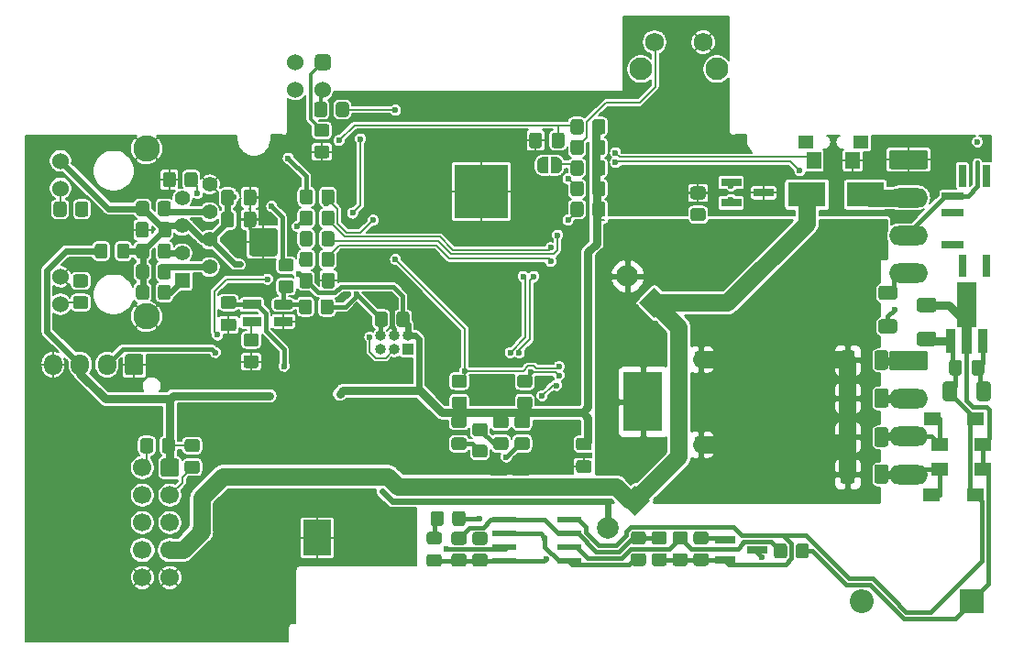
<source format=gtl>
G04 #@! TF.GenerationSoftware,KiCad,Pcbnew,(5.1.8)-1*
G04 #@! TF.CreationDate,2021-07-21T13:57:43+02:00*
G04 #@! TF.ProjectId,sensactHsNano,73656e73-6163-4744-9873-4e616e6f2e6b,rev?*
G04 #@! TF.SameCoordinates,Original*
G04 #@! TF.FileFunction,Copper,L1,Top*
G04 #@! TF.FilePolarity,Positive*
%FSLAX46Y46*%
G04 Gerber Fmt 4.6, Leading zero omitted, Abs format (unit mm)*
G04 Created by KiCad (PCBNEW (5.1.8)-1) date 2021-07-21 13:57:43*
%MOMM*%
%LPD*%
G01*
G04 APERTURE LIST*
G04 #@! TA.AperFunction,SMDPad,CuDef*
%ADD10C,0.100000*%
G04 #@! TD*
G04 #@! TA.AperFunction,SMDPad,CuDef*
%ADD11R,0.800000X2.000000*%
G04 #@! TD*
G04 #@! TA.AperFunction,SMDPad,CuDef*
%ADD12R,2.000000X0.700000*%
G04 #@! TD*
G04 #@! TA.AperFunction,ComponentPad*
%ADD13O,1.700000X1.950000*%
G04 #@! TD*
G04 #@! TA.AperFunction,ComponentPad*
%ADD14C,1.524000*%
G04 #@! TD*
G04 #@! TA.AperFunction,ComponentPad*
%ADD15O,2.200000X2.200000*%
G04 #@! TD*
G04 #@! TA.AperFunction,ComponentPad*
%ADD16R,2.200000X2.200000*%
G04 #@! TD*
G04 #@! TA.AperFunction,SMDPad,CuDef*
%ADD17R,1.600000X1.200000*%
G04 #@! TD*
G04 #@! TA.AperFunction,ComponentPad*
%ADD18O,3.600000X1.800000*%
G04 #@! TD*
G04 #@! TA.AperFunction,ComponentPad*
%ADD19C,2.000000*%
G04 #@! TD*
G04 #@! TA.AperFunction,ComponentPad*
%ADD20C,0.100000*%
G04 #@! TD*
G04 #@! TA.AperFunction,SMDPad,CuDef*
%ADD21R,2.200000X0.600000*%
G04 #@! TD*
G04 #@! TA.AperFunction,SMDPad,CuDef*
%ADD22R,0.900000X2.300000*%
G04 #@! TD*
G04 #@! TA.AperFunction,SMDPad,CuDef*
%ADD23R,1.900000X0.800000*%
G04 #@! TD*
G04 #@! TA.AperFunction,SMDPad,CuDef*
%ADD24R,3.500000X2.300000*%
G04 #@! TD*
G04 #@! TA.AperFunction,ComponentPad*
%ADD25R,5.000000X5.000000*%
G04 #@! TD*
G04 #@! TA.AperFunction,ComponentPad*
%ADD26O,1.000000X1.000000*%
G04 #@! TD*
G04 #@! TA.AperFunction,ComponentPad*
%ADD27R,1.000000X1.000000*%
G04 #@! TD*
G04 #@! TA.AperFunction,SMDPad,CuDef*
%ADD28R,1.400000X1.200000*%
G04 #@! TD*
G04 #@! TA.AperFunction,SMDPad,CuDef*
%ADD29R,1.400000X1.600000*%
G04 #@! TD*
G04 #@! TA.AperFunction,ComponentPad*
%ADD30C,2.100000*%
G04 #@! TD*
G04 #@! TA.AperFunction,ComponentPad*
%ADD31C,1.750000*%
G04 #@! TD*
G04 #@! TA.AperFunction,ComponentPad*
%ADD32C,1.700000*%
G04 #@! TD*
G04 #@! TA.AperFunction,ComponentPad*
%ADD33C,2.445000*%
G04 #@! TD*
G04 #@! TA.AperFunction,ComponentPad*
%ADD34C,1.530000*%
G04 #@! TD*
G04 #@! TA.AperFunction,ComponentPad*
%ADD35C,1.398000*%
G04 #@! TD*
G04 #@! TA.AperFunction,ComponentPad*
%ADD36R,1.398000X1.398000*%
G04 #@! TD*
G04 #@! TA.AperFunction,ComponentPad*
%ADD37R,3.600000X5.500000*%
G04 #@! TD*
G04 #@! TA.AperFunction,SMDPad,CuDef*
%ADD38R,1.750000X0.900000*%
G04 #@! TD*
G04 #@! TA.AperFunction,ViaPad*
%ADD39C,0.600000*%
G04 #@! TD*
G04 #@! TA.AperFunction,ViaPad*
%ADD40C,1.600000*%
G04 #@! TD*
G04 #@! TA.AperFunction,Conductor*
%ADD41C,0.400000*%
G04 #@! TD*
G04 #@! TA.AperFunction,Conductor*
%ADD42C,0.300000*%
G04 #@! TD*
G04 #@! TA.AperFunction,Conductor*
%ADD43C,0.800000*%
G04 #@! TD*
G04 #@! TA.AperFunction,Conductor*
%ADD44C,1.600000*%
G04 #@! TD*
G04 #@! TA.AperFunction,Conductor*
%ADD45C,0.200000*%
G04 #@! TD*
G04 #@! TA.AperFunction,Conductor*
%ADD46C,0.600000*%
G04 #@! TD*
G04 #@! TA.AperFunction,Conductor*
%ADD47C,0.100000*%
G04 #@! TD*
G04 #@! TA.AperFunction,Conductor*
%ADD48C,0.254000*%
G04 #@! TD*
G04 APERTURE END LIST*
G04 #@! TA.AperFunction,SMDPad,CuDef*
D10*
G36*
X153147000Y-111620398D02*
G01*
X153122466Y-111620398D01*
X153073635Y-111615588D01*
X153025510Y-111606016D01*
X152978555Y-111591772D01*
X152933222Y-111572995D01*
X152889949Y-111549864D01*
X152849150Y-111522604D01*
X152811221Y-111491476D01*
X152776524Y-111456779D01*
X152745396Y-111418850D01*
X152718136Y-111378051D01*
X152695005Y-111334778D01*
X152676228Y-111289445D01*
X152661984Y-111242490D01*
X152652412Y-111194365D01*
X152647602Y-111145534D01*
X152647602Y-111121000D01*
X152647000Y-111121000D01*
X152647000Y-110621000D01*
X152647602Y-110621000D01*
X152647602Y-110596466D01*
X152652412Y-110547635D01*
X152661984Y-110499510D01*
X152676228Y-110452555D01*
X152695005Y-110407222D01*
X152718136Y-110363949D01*
X152745396Y-110323150D01*
X152776524Y-110285221D01*
X152811221Y-110250524D01*
X152849150Y-110219396D01*
X152889949Y-110192136D01*
X152933222Y-110169005D01*
X152978555Y-110150228D01*
X153025510Y-110135984D01*
X153073635Y-110126412D01*
X153122466Y-110121602D01*
X153147000Y-110121602D01*
X153147000Y-110121000D01*
X153647000Y-110121000D01*
X153647000Y-111621000D01*
X153147000Y-111621000D01*
X153147000Y-111620398D01*
G37*
G04 #@! TD.AperFunction*
G04 #@! TA.AperFunction,SMDPad,CuDef*
G36*
X153947000Y-110121000D02*
G01*
X154447000Y-110121000D01*
X154447000Y-110121602D01*
X154471534Y-110121602D01*
X154520365Y-110126412D01*
X154568490Y-110135984D01*
X154615445Y-110150228D01*
X154660778Y-110169005D01*
X154704051Y-110192136D01*
X154744850Y-110219396D01*
X154782779Y-110250524D01*
X154817476Y-110285221D01*
X154848604Y-110323150D01*
X154875864Y-110363949D01*
X154898995Y-110407222D01*
X154917772Y-110452555D01*
X154932016Y-110499510D01*
X154941588Y-110547635D01*
X154946398Y-110596466D01*
X154946398Y-110621000D01*
X154947000Y-110621000D01*
X154947000Y-111121000D01*
X154946398Y-111121000D01*
X154946398Y-111145534D01*
X154941588Y-111194365D01*
X154932016Y-111242490D01*
X154917772Y-111289445D01*
X154898995Y-111334778D01*
X154875864Y-111378051D01*
X154848604Y-111418850D01*
X154817476Y-111456779D01*
X154782779Y-111491476D01*
X154744850Y-111522604D01*
X154704051Y-111549864D01*
X154660778Y-111572995D01*
X154615445Y-111591772D01*
X154568490Y-111606016D01*
X154520365Y-111615588D01*
X154471534Y-111620398D01*
X154447000Y-111620398D01*
X154447000Y-111621000D01*
X153947000Y-111621000D01*
X153947000Y-110121000D01*
G37*
G04 #@! TD.AperFunction*
G04 #@! TA.AperFunction,SMDPad,CuDef*
G36*
G01*
X156953000Y-110674999D02*
X156953000Y-111575001D01*
G75*
G02*
X156703001Y-111825000I-249999J0D01*
G01*
X156002999Y-111825000D01*
G75*
G02*
X155753000Y-111575001I0J249999D01*
G01*
X155753000Y-110674999D01*
G75*
G02*
X156002999Y-110425000I249999J0D01*
G01*
X156703001Y-110425000D01*
G75*
G02*
X156953000Y-110674999I0J-249999D01*
G01*
G37*
G04 #@! TD.AperFunction*
G04 #@! TA.AperFunction,SMDPad,CuDef*
G36*
G01*
X158953000Y-110674999D02*
X158953000Y-111575001D01*
G75*
G02*
X158703001Y-111825000I-249999J0D01*
G01*
X158002999Y-111825000D01*
G75*
G02*
X157753000Y-111575001I0J249999D01*
G01*
X157753000Y-110674999D01*
G75*
G02*
X158002999Y-110425000I249999J0D01*
G01*
X158703001Y-110425000D01*
G75*
G02*
X158953000Y-110674999I0J-249999D01*
G01*
G37*
G04 #@! TD.AperFunction*
G04 #@! TA.AperFunction,SMDPad,CuDef*
G36*
G01*
X156953000Y-112579999D02*
X156953000Y-113480001D01*
G75*
G02*
X156703001Y-113730000I-249999J0D01*
G01*
X156002999Y-113730000D01*
G75*
G02*
X155753000Y-113480001I0J249999D01*
G01*
X155753000Y-112579999D01*
G75*
G02*
X156002999Y-112330000I249999J0D01*
G01*
X156703001Y-112330000D01*
G75*
G02*
X156953000Y-112579999I0J-249999D01*
G01*
G37*
G04 #@! TD.AperFunction*
G04 #@! TA.AperFunction,SMDPad,CuDef*
G36*
G01*
X158953000Y-112579999D02*
X158953000Y-113480001D01*
G75*
G02*
X158703001Y-113730000I-249999J0D01*
G01*
X158002999Y-113730000D01*
G75*
G02*
X157753000Y-113480001I0J249999D01*
G01*
X157753000Y-112579999D01*
G75*
G02*
X158002999Y-112330000I249999J0D01*
G01*
X158703001Y-112330000D01*
G75*
G02*
X158953000Y-112579999I0J-249999D01*
G01*
G37*
G04 #@! TD.AperFunction*
D11*
X191930000Y-120126400D03*
X191930000Y-111826400D03*
X194140000Y-111826400D03*
X194140000Y-120126400D03*
D12*
X191030000Y-113726400D03*
X191030000Y-115226400D03*
X191030000Y-118226400D03*
D13*
X107943000Y-129286000D03*
X110443000Y-129286000D03*
X112943000Y-129286000D03*
G04 #@! TA.AperFunction,ComponentPad*
G36*
G01*
X116293000Y-128561000D02*
X116293000Y-130011000D01*
G75*
G02*
X116043000Y-130261000I-250000J0D01*
G01*
X114843000Y-130261000D01*
G75*
G02*
X114593000Y-130011000I0J250000D01*
G01*
X114593000Y-128561000D01*
G75*
G02*
X114843000Y-128311000I250000J0D01*
G01*
X116043000Y-128311000D01*
G75*
G02*
X116293000Y-128561000I0J-250000D01*
G01*
G37*
G04 #@! TD.AperFunction*
G04 #@! TA.AperFunction,SMDPad,CuDef*
G36*
G01*
X125787999Y-128416000D02*
X126688001Y-128416000D01*
G75*
G02*
X126938000Y-128665999I0J-249999D01*
G01*
X126938000Y-129366001D01*
G75*
G02*
X126688001Y-129616000I-249999J0D01*
G01*
X125787999Y-129616000D01*
G75*
G02*
X125538000Y-129366001I0J249999D01*
G01*
X125538000Y-128665999D01*
G75*
G02*
X125787999Y-128416000I249999J0D01*
G01*
G37*
G04 #@! TD.AperFunction*
G04 #@! TA.AperFunction,SMDPad,CuDef*
G36*
G01*
X125787999Y-126416000D02*
X126688001Y-126416000D01*
G75*
G02*
X126938000Y-126665999I0J-249999D01*
G01*
X126938000Y-127366001D01*
G75*
G02*
X126688001Y-127616000I-249999J0D01*
G01*
X125787999Y-127616000D01*
G75*
G02*
X125538000Y-127366001I0J249999D01*
G01*
X125538000Y-126665999D01*
G75*
G02*
X125787999Y-126416000I249999J0D01*
G01*
G37*
G04 #@! TD.AperFunction*
D14*
X130330000Y-103886000D03*
X132870000Y-103886000D03*
X130330000Y-101346000D03*
G04 #@! TA.AperFunction,ComponentPad*
G36*
G01*
X132108000Y-101727000D02*
X132108000Y-100965000D01*
G75*
G02*
X132489000Y-100584000I381000J0D01*
G01*
X133251000Y-100584000D01*
G75*
G02*
X133632000Y-100965000I0J-381000D01*
G01*
X133632000Y-101727000D01*
G75*
G02*
X133251000Y-102108000I-381000J0D01*
G01*
X132489000Y-102108000D01*
G75*
G02*
X132108000Y-101727000I0J381000D01*
G01*
G37*
G04 #@! TD.AperFunction*
D15*
X182676800Y-151130000D03*
D16*
X192836800Y-151130000D03*
D17*
X193820800Y-138988800D03*
X189820800Y-138988800D03*
X189109600Y-141325600D03*
X193109600Y-141325600D03*
D18*
X186944000Y-139430400D03*
X186944000Y-135930400D03*
X186944000Y-132430400D03*
G04 #@! TA.AperFunction,ComponentPad*
G36*
G01*
X185394000Y-128030400D02*
X188494000Y-128030400D01*
G75*
G02*
X188744000Y-128280400I0J-250000D01*
G01*
X188744000Y-129580400D01*
G75*
G02*
X188494000Y-129830400I-250000J0D01*
G01*
X185394000Y-129830400D01*
G75*
G02*
X185144000Y-129580400I0J250000D01*
G01*
X185144000Y-128280400D01*
G75*
G02*
X185394000Y-128030400I250000J0D01*
G01*
G37*
G04 #@! TD.AperFunction*
G04 #@! TA.AperFunction,SMDPad,CuDef*
G36*
G01*
X187970398Y-126249000D02*
X189270402Y-126249000D01*
G75*
G02*
X189520400Y-126498998I0J-249998D01*
G01*
X189520400Y-127324002D01*
G75*
G02*
X189270402Y-127574000I-249998J0D01*
G01*
X187970398Y-127574000D01*
G75*
G02*
X187720400Y-127324002I0J249998D01*
G01*
X187720400Y-126498998D01*
G75*
G02*
X187970398Y-126249000I249998J0D01*
G01*
G37*
G04 #@! TD.AperFunction*
G04 #@! TA.AperFunction,SMDPad,CuDef*
G36*
G01*
X187970398Y-123124000D02*
X189270402Y-123124000D01*
G75*
G02*
X189520400Y-123373998I0J-249998D01*
G01*
X189520400Y-124199002D01*
G75*
G02*
X189270402Y-124449000I-249998J0D01*
G01*
X187970398Y-124449000D01*
G75*
G02*
X187720400Y-124199002I0J249998D01*
G01*
X187720400Y-123373998D01*
G75*
G02*
X187970398Y-123124000I249998J0D01*
G01*
G37*
G04 #@! TD.AperFunction*
D19*
X159196126Y-144333874D03*
G04 #@! TA.AperFunction,ComponentPad*
D20*
G36*
X161671000Y-140444786D02*
G01*
X163085214Y-141859000D01*
X161671000Y-143273214D01*
X160256786Y-141859000D01*
X161671000Y-140444786D01*
G37*
G04 #@! TD.AperFunction*
D21*
X149603200Y-147447000D03*
X149603200Y-146177000D03*
X149603200Y-144907000D03*
X149603200Y-143637000D03*
X155603200Y-143637000D03*
X155603200Y-144907000D03*
X155603200Y-146177000D03*
X155603200Y-147447000D03*
G04 #@! TA.AperFunction,SMDPad,CuDef*
D10*
G36*
X193195300Y-121693400D02*
G01*
X193195300Y-125818400D01*
X192778800Y-125818400D01*
X192778800Y-128293400D01*
X191878800Y-128293400D01*
X191878800Y-125818400D01*
X191462300Y-125818400D01*
X191462300Y-121693400D01*
X193195300Y-121693400D01*
G37*
G04 #@! TD.AperFunction*
D22*
X193828800Y-127143400D03*
X190828800Y-127143400D03*
D23*
X173000800Y-146405600D03*
X170000800Y-147355600D03*
X170000800Y-145455600D03*
G04 #@! TA.AperFunction,SMDPad,CuDef*
G36*
G01*
X168242401Y-145904000D02*
X167342399Y-145904000D01*
G75*
G02*
X167092400Y-145654001I0J249999D01*
G01*
X167092400Y-144953999D01*
G75*
G02*
X167342399Y-144704000I249999J0D01*
G01*
X168242401Y-144704000D01*
G75*
G02*
X168492400Y-144953999I0J-249999D01*
G01*
X168492400Y-145654001D01*
G75*
G02*
X168242401Y-145904000I-249999J0D01*
G01*
G37*
G04 #@! TD.AperFunction*
G04 #@! TA.AperFunction,SMDPad,CuDef*
G36*
G01*
X168242401Y-147904000D02*
X167342399Y-147904000D01*
G75*
G02*
X167092400Y-147654001I0J249999D01*
G01*
X167092400Y-146953999D01*
G75*
G02*
X167342399Y-146704000I249999J0D01*
G01*
X168242401Y-146704000D01*
G75*
G02*
X168492400Y-146953999I0J-249999D01*
G01*
X168492400Y-147654001D01*
G75*
G02*
X168242401Y-147904000I-249999J0D01*
G01*
G37*
G04 #@! TD.AperFunction*
G04 #@! TA.AperFunction,SMDPad,CuDef*
G36*
G01*
X165411999Y-144704000D02*
X166312001Y-144704000D01*
G75*
G02*
X166562000Y-144953999I0J-249999D01*
G01*
X166562000Y-145654001D01*
G75*
G02*
X166312001Y-145904000I-249999J0D01*
G01*
X165411999Y-145904000D01*
G75*
G02*
X165162000Y-145654001I0J249999D01*
G01*
X165162000Y-144953999D01*
G75*
G02*
X165411999Y-144704000I249999J0D01*
G01*
G37*
G04 #@! TD.AperFunction*
G04 #@! TA.AperFunction,SMDPad,CuDef*
G36*
G01*
X165411999Y-146704000D02*
X166312001Y-146704000D01*
G75*
G02*
X166562000Y-146953999I0J-249999D01*
G01*
X166562000Y-147654001D01*
G75*
G02*
X166312001Y-147904000I-249999J0D01*
G01*
X165411999Y-147904000D01*
G75*
G02*
X165162000Y-147654001I0J249999D01*
G01*
X165162000Y-146953999D01*
G75*
G02*
X165411999Y-146704000I249999J0D01*
G01*
G37*
G04 #@! TD.AperFunction*
G04 #@! TA.AperFunction,SMDPad,CuDef*
G36*
G01*
X175739600Y-146057199D02*
X175739600Y-146957201D01*
G75*
G02*
X175489601Y-147207200I-249999J0D01*
G01*
X174789599Y-147207200D01*
G75*
G02*
X174539600Y-146957201I0J249999D01*
G01*
X174539600Y-146057199D01*
G75*
G02*
X174789599Y-145807200I249999J0D01*
G01*
X175489601Y-145807200D01*
G75*
G02*
X175739600Y-146057199I0J-249999D01*
G01*
G37*
G04 #@! TD.AperFunction*
G04 #@! TA.AperFunction,SMDPad,CuDef*
G36*
G01*
X177739600Y-146057199D02*
X177739600Y-146957201D01*
G75*
G02*
X177489601Y-147207200I-249999J0D01*
G01*
X176789599Y-147207200D01*
G75*
G02*
X176539600Y-146957201I0J249999D01*
G01*
X176539600Y-146057199D01*
G75*
G02*
X176789599Y-145807200I249999J0D01*
G01*
X177489601Y-145807200D01*
G75*
G02*
X177739600Y-146057199I0J-249999D01*
G01*
G37*
G04 #@! TD.AperFunction*
G04 #@! TA.AperFunction,SMDPad,CuDef*
G36*
G01*
X163481599Y-144704000D02*
X164381601Y-144704000D01*
G75*
G02*
X164631600Y-144953999I0J-249999D01*
G01*
X164631600Y-145654001D01*
G75*
G02*
X164381601Y-145904000I-249999J0D01*
G01*
X163481599Y-145904000D01*
G75*
G02*
X163231600Y-145654001I0J249999D01*
G01*
X163231600Y-144953999D01*
G75*
G02*
X163481599Y-144704000I249999J0D01*
G01*
G37*
G04 #@! TD.AperFunction*
G04 #@! TA.AperFunction,SMDPad,CuDef*
G36*
G01*
X163481599Y-146704000D02*
X164381601Y-146704000D01*
G75*
G02*
X164631600Y-146953999I0J-249999D01*
G01*
X164631600Y-147654001D01*
G75*
G02*
X164381601Y-147904000I-249999J0D01*
G01*
X163481599Y-147904000D01*
G75*
G02*
X163231600Y-147654001I0J249999D01*
G01*
X163231600Y-146953999D01*
G75*
G02*
X163481599Y-146704000I249999J0D01*
G01*
G37*
G04 #@! TD.AperFunction*
G04 #@! TA.AperFunction,SMDPad,CuDef*
G36*
G01*
X145890401Y-145954800D02*
X144990399Y-145954800D01*
G75*
G02*
X144740400Y-145704801I0J249999D01*
G01*
X144740400Y-145004799D01*
G75*
G02*
X144990399Y-144754800I249999J0D01*
G01*
X145890401Y-144754800D01*
G75*
G02*
X146140400Y-145004799I0J-249999D01*
G01*
X146140400Y-145704801D01*
G75*
G02*
X145890401Y-145954800I-249999J0D01*
G01*
G37*
G04 #@! TD.AperFunction*
G04 #@! TA.AperFunction,SMDPad,CuDef*
G36*
G01*
X145890401Y-147954800D02*
X144990399Y-147954800D01*
G75*
G02*
X144740400Y-147704801I0J249999D01*
G01*
X144740400Y-147004799D01*
G75*
G02*
X144990399Y-146754800I249999J0D01*
G01*
X145890401Y-146754800D01*
G75*
G02*
X146140400Y-147004799I0J-249999D01*
G01*
X146140400Y-147704801D01*
G75*
G02*
X145890401Y-147954800I-249999J0D01*
G01*
G37*
G04 #@! TD.AperFunction*
G04 #@! TA.AperFunction,SMDPad,CuDef*
G36*
G01*
X161551199Y-144704000D02*
X162451201Y-144704000D01*
G75*
G02*
X162701200Y-144953999I0J-249999D01*
G01*
X162701200Y-145654001D01*
G75*
G02*
X162451201Y-145904000I-249999J0D01*
G01*
X161551199Y-145904000D01*
G75*
G02*
X161301200Y-145654001I0J249999D01*
G01*
X161301200Y-144953999D01*
G75*
G02*
X161551199Y-144704000I249999J0D01*
G01*
G37*
G04 #@! TD.AperFunction*
G04 #@! TA.AperFunction,SMDPad,CuDef*
G36*
G01*
X161551199Y-146704000D02*
X162451201Y-146704000D01*
G75*
G02*
X162701200Y-146953999I0J-249999D01*
G01*
X162701200Y-147654001D01*
G75*
G02*
X162451201Y-147904000I-249999J0D01*
G01*
X161551199Y-147904000D01*
G75*
G02*
X161301200Y-147654001I0J249999D01*
G01*
X161301200Y-146953999D01*
G75*
G02*
X161551199Y-146704000I249999J0D01*
G01*
G37*
G04 #@! TD.AperFunction*
G04 #@! TA.AperFunction,SMDPad,CuDef*
G36*
G01*
X144824400Y-143960001D02*
X144824400Y-143059999D01*
G75*
G02*
X145074399Y-142810000I249999J0D01*
G01*
X145774401Y-142810000D01*
G75*
G02*
X146024400Y-143059999I0J-249999D01*
G01*
X146024400Y-143960001D01*
G75*
G02*
X145774401Y-144210000I-249999J0D01*
G01*
X145074399Y-144210000D01*
G75*
G02*
X144824400Y-143960001I0J249999D01*
G01*
G37*
G04 #@! TD.AperFunction*
G04 #@! TA.AperFunction,SMDPad,CuDef*
G36*
G01*
X142824400Y-143960001D02*
X142824400Y-143059999D01*
G75*
G02*
X143074399Y-142810000I249999J0D01*
G01*
X143774401Y-142810000D01*
G75*
G02*
X144024400Y-143059999I0J-249999D01*
G01*
X144024400Y-143960001D01*
G75*
G02*
X143774401Y-144210000I-249999J0D01*
G01*
X143074399Y-144210000D01*
G75*
G02*
X142824400Y-143960001I0J249999D01*
G01*
G37*
G04 #@! TD.AperFunction*
G04 #@! TA.AperFunction,SMDPad,CuDef*
G36*
G01*
X147820801Y-145954800D02*
X146920799Y-145954800D01*
G75*
G02*
X146670800Y-145704801I0J249999D01*
G01*
X146670800Y-145004799D01*
G75*
G02*
X146920799Y-144754800I249999J0D01*
G01*
X147820801Y-144754800D01*
G75*
G02*
X148070800Y-145004799I0J-249999D01*
G01*
X148070800Y-145704801D01*
G75*
G02*
X147820801Y-145954800I-249999J0D01*
G01*
G37*
G04 #@! TD.AperFunction*
G04 #@! TA.AperFunction,SMDPad,CuDef*
G36*
G01*
X147820801Y-147954800D02*
X146920799Y-147954800D01*
G75*
G02*
X146670800Y-147704801I0J249999D01*
G01*
X146670800Y-147004799D01*
G75*
G02*
X146920799Y-146754800I249999J0D01*
G01*
X147820801Y-146754800D01*
G75*
G02*
X148070800Y-147004799I0J-249999D01*
G01*
X148070800Y-147704801D01*
G75*
G02*
X147820801Y-147954800I-249999J0D01*
G01*
G37*
G04 #@! TD.AperFunction*
G04 #@! TA.AperFunction,SMDPad,CuDef*
G36*
G01*
X148851199Y-135985200D02*
X149751201Y-135985200D01*
G75*
G02*
X150001200Y-136235199I0J-249999D01*
G01*
X150001200Y-136935201D01*
G75*
G02*
X149751201Y-137185200I-249999J0D01*
G01*
X148851199Y-137185200D01*
G75*
G02*
X148601200Y-136935201I0J249999D01*
G01*
X148601200Y-136235199D01*
G75*
G02*
X148851199Y-135985200I249999J0D01*
G01*
G37*
G04 #@! TD.AperFunction*
G04 #@! TA.AperFunction,SMDPad,CuDef*
G36*
G01*
X148851199Y-133985200D02*
X149751201Y-133985200D01*
G75*
G02*
X150001200Y-134235199I0J-249999D01*
G01*
X150001200Y-134935201D01*
G75*
G02*
X149751201Y-135185200I-249999J0D01*
G01*
X148851199Y-135185200D01*
G75*
G02*
X148601200Y-134935201I0J249999D01*
G01*
X148601200Y-134235199D01*
G75*
G02*
X148851199Y-133985200I249999J0D01*
G01*
G37*
G04 #@! TD.AperFunction*
G04 #@! TA.AperFunction,SMDPad,CuDef*
G36*
G01*
X151732401Y-135185200D02*
X150832399Y-135185200D01*
G75*
G02*
X150582400Y-134935201I0J249999D01*
G01*
X150582400Y-134235199D01*
G75*
G02*
X150832399Y-133985200I249999J0D01*
G01*
X151732401Y-133985200D01*
G75*
G02*
X151982400Y-134235199I0J-249999D01*
G01*
X151982400Y-134935201D01*
G75*
G02*
X151732401Y-135185200I-249999J0D01*
G01*
G37*
G04 #@! TD.AperFunction*
G04 #@! TA.AperFunction,SMDPad,CuDef*
G36*
G01*
X151732401Y-137185200D02*
X150832399Y-137185200D01*
G75*
G02*
X150582400Y-136935201I0J249999D01*
G01*
X150582400Y-136235199D01*
G75*
G02*
X150832399Y-135985200I249999J0D01*
G01*
X151732401Y-135985200D01*
G75*
G02*
X151982400Y-136235199I0J-249999D01*
G01*
X151982400Y-136935201D01*
G75*
G02*
X151732401Y-137185200I-249999J0D01*
G01*
G37*
G04 #@! TD.AperFunction*
G04 #@! TA.AperFunction,SMDPad,CuDef*
G36*
G01*
X147820801Y-135896400D02*
X146920799Y-135896400D01*
G75*
G02*
X146670800Y-135646401I0J249999D01*
G01*
X146670800Y-134946399D01*
G75*
G02*
X146920799Y-134696400I249999J0D01*
G01*
X147820801Y-134696400D01*
G75*
G02*
X148070800Y-134946399I0J-249999D01*
G01*
X148070800Y-135646401D01*
G75*
G02*
X147820801Y-135896400I-249999J0D01*
G01*
G37*
G04 #@! TD.AperFunction*
G04 #@! TA.AperFunction,SMDPad,CuDef*
G36*
G01*
X147820801Y-137896400D02*
X146920799Y-137896400D01*
G75*
G02*
X146670800Y-137646401I0J249999D01*
G01*
X146670800Y-136946399D01*
G75*
G02*
X146920799Y-136696400I249999J0D01*
G01*
X147820801Y-136696400D01*
G75*
G02*
X148070800Y-136946399I0J-249999D01*
G01*
X148070800Y-137646401D01*
G75*
G02*
X147820801Y-137896400I-249999J0D01*
G01*
G37*
G04 #@! TD.AperFunction*
D17*
X189128400Y-134315200D03*
X193128400Y-134315200D03*
X193820800Y-136652000D03*
X189820800Y-136652000D03*
G04 #@! TA.AperFunction,SMDPad,CuDef*
G36*
G01*
X142704399Y-146804800D02*
X143604401Y-146804800D01*
G75*
G02*
X143854400Y-147054799I0J-249999D01*
G01*
X143854400Y-147704801D01*
G75*
G02*
X143604401Y-147954800I-249999J0D01*
G01*
X142704399Y-147954800D01*
G75*
G02*
X142454400Y-147704801I0J249999D01*
G01*
X142454400Y-147054799D01*
G75*
G02*
X142704399Y-146804800I249999J0D01*
G01*
G37*
G04 #@! TD.AperFunction*
G04 #@! TA.AperFunction,SMDPad,CuDef*
G36*
G01*
X142704399Y-144754800D02*
X143604401Y-144754800D01*
G75*
G02*
X143854400Y-145004799I0J-249999D01*
G01*
X143854400Y-145654801D01*
G75*
G02*
X143604401Y-145904800I-249999J0D01*
G01*
X142704399Y-145904800D01*
G75*
G02*
X142454400Y-145654801I0J249999D01*
G01*
X142454400Y-145004799D01*
G75*
G02*
X142704399Y-144754800I249999J0D01*
G01*
G37*
G04 #@! TD.AperFunction*
G04 #@! TA.AperFunction,SMDPad,CuDef*
G36*
G01*
X145890401Y-135135200D02*
X144990399Y-135135200D01*
G75*
G02*
X144740400Y-134885201I0J249999D01*
G01*
X144740400Y-134235199D01*
G75*
G02*
X144990399Y-133985200I249999J0D01*
G01*
X145890401Y-133985200D01*
G75*
G02*
X146140400Y-134235199I0J-249999D01*
G01*
X146140400Y-134885201D01*
G75*
G02*
X145890401Y-135135200I-249999J0D01*
G01*
G37*
G04 #@! TD.AperFunction*
G04 #@! TA.AperFunction,SMDPad,CuDef*
G36*
G01*
X145890401Y-137185200D02*
X144990399Y-137185200D01*
G75*
G02*
X144740400Y-136935201I0J249999D01*
G01*
X144740400Y-136285199D01*
G75*
G02*
X144990399Y-136035200I249999J0D01*
G01*
X145890401Y-136035200D01*
G75*
G02*
X146140400Y-136285199I0J-249999D01*
G01*
X146140400Y-136935201D01*
G75*
G02*
X145890401Y-137185200I-249999J0D01*
G01*
G37*
G04 #@! TD.AperFunction*
G04 #@! TA.AperFunction,SMDPad,CuDef*
G36*
G01*
X191878800Y-129090400D02*
X191878800Y-130040400D01*
G75*
G02*
X191628800Y-130290400I-250000J0D01*
G01*
X190953800Y-130290400D01*
G75*
G02*
X190703800Y-130040400I0J250000D01*
G01*
X190703800Y-129090400D01*
G75*
G02*
X190953800Y-128840400I250000J0D01*
G01*
X191628800Y-128840400D01*
G75*
G02*
X191878800Y-129090400I0J-250000D01*
G01*
G37*
G04 #@! TD.AperFunction*
G04 #@! TA.AperFunction,SMDPad,CuDef*
G36*
G01*
X193953800Y-129090400D02*
X193953800Y-130040400D01*
G75*
G02*
X193703800Y-130290400I-250000J0D01*
G01*
X193028800Y-130290400D01*
G75*
G02*
X192778800Y-130040400I0J250000D01*
G01*
X192778800Y-129090400D01*
G75*
G02*
X193028800Y-128840400I250000J0D01*
G01*
X193703800Y-128840400D01*
G75*
G02*
X193953800Y-129090400I0J-250000D01*
G01*
G37*
G04 #@! TD.AperFunction*
G04 #@! TA.AperFunction,SMDPad,CuDef*
G36*
G01*
X191428800Y-131099798D02*
X191428800Y-132399802D01*
G75*
G02*
X191178802Y-132649800I-249998J0D01*
G01*
X190353798Y-132649800D01*
G75*
G02*
X190103800Y-132399802I0J249998D01*
G01*
X190103800Y-131099798D01*
G75*
G02*
X190353798Y-130849800I249998J0D01*
G01*
X191178802Y-130849800D01*
G75*
G02*
X191428800Y-131099798I0J-249998D01*
G01*
G37*
G04 #@! TD.AperFunction*
G04 #@! TA.AperFunction,SMDPad,CuDef*
G36*
G01*
X194553800Y-131099798D02*
X194553800Y-132399802D01*
G75*
G02*
X194303802Y-132649800I-249998J0D01*
G01*
X193478798Y-132649800D01*
G75*
G02*
X193228800Y-132399802I0J249998D01*
G01*
X193228800Y-131099798D01*
G75*
G02*
X193478798Y-130849800I249998J0D01*
G01*
X194303802Y-130849800D01*
G75*
G02*
X194553800Y-131099798I0J-249998D01*
G01*
G37*
G04 #@! TD.AperFunction*
D24*
X182976500Y-113588800D03*
X177576500Y-113588800D03*
G04 #@! TA.AperFunction,SMDPad,CuDef*
G36*
G01*
X131934000Y-113341999D02*
X131934000Y-114242001D01*
G75*
G02*
X131684001Y-114492000I-249999J0D01*
G01*
X130983999Y-114492000D01*
G75*
G02*
X130734000Y-114242001I0J249999D01*
G01*
X130734000Y-113341999D01*
G75*
G02*
X130983999Y-113092000I249999J0D01*
G01*
X131684001Y-113092000D01*
G75*
G02*
X131934000Y-113341999I0J-249999D01*
G01*
G37*
G04 #@! TD.AperFunction*
G04 #@! TA.AperFunction,SMDPad,CuDef*
G36*
G01*
X133934000Y-113341999D02*
X133934000Y-114242001D01*
G75*
G02*
X133684001Y-114492000I-249999J0D01*
G01*
X132983999Y-114492000D01*
G75*
G02*
X132734000Y-114242001I0J249999D01*
G01*
X132734000Y-113341999D01*
G75*
G02*
X132983999Y-113092000I249999J0D01*
G01*
X133684001Y-113092000D01*
G75*
G02*
X133934000Y-113341999I0J-249999D01*
G01*
G37*
G04 #@! TD.AperFunction*
D25*
X147510500Y-113284000D03*
G04 #@! TA.AperFunction,ComponentPad*
D20*
G36*
X133634000Y-143638000D02*
G01*
X133634000Y-146938000D01*
X131034000Y-146938000D01*
X131034000Y-143638000D01*
X133634000Y-143638000D01*
G37*
G04 #@! TD.AperFunction*
D26*
X138176000Y-126619000D03*
X138176000Y-127889000D03*
X139446000Y-126619000D03*
X139446000Y-127889000D03*
X140716000Y-126619000D03*
D27*
X140716000Y-127889000D03*
G04 #@! TA.AperFunction,SMDPad,CuDef*
G36*
G01*
X145928501Y-131426000D02*
X145028499Y-131426000D01*
G75*
G02*
X144778500Y-131176001I0J249999D01*
G01*
X144778500Y-130475999D01*
G75*
G02*
X145028499Y-130226000I249999J0D01*
G01*
X145928501Y-130226000D01*
G75*
G02*
X146178500Y-130475999I0J-249999D01*
G01*
X146178500Y-131176001D01*
G75*
G02*
X145928501Y-131426000I-249999J0D01*
G01*
G37*
G04 #@! TD.AperFunction*
G04 #@! TA.AperFunction,SMDPad,CuDef*
G36*
G01*
X145928501Y-133426000D02*
X145028499Y-133426000D01*
G75*
G02*
X144778500Y-133176001I0J249999D01*
G01*
X144778500Y-132475999D01*
G75*
G02*
X145028499Y-132226000I249999J0D01*
G01*
X145928501Y-132226000D01*
G75*
G02*
X146178500Y-132475999I0J-249999D01*
G01*
X146178500Y-133176001D01*
G75*
G02*
X145928501Y-133426000I-249999J0D01*
G01*
G37*
G04 #@! TD.AperFunction*
G04 #@! TA.AperFunction,SMDPad,CuDef*
G36*
G01*
X151961001Y-131426000D02*
X151060999Y-131426000D01*
G75*
G02*
X150811000Y-131176001I0J249999D01*
G01*
X150811000Y-130475999D01*
G75*
G02*
X151060999Y-130226000I249999J0D01*
G01*
X151961001Y-130226000D01*
G75*
G02*
X152211000Y-130475999I0J-249999D01*
G01*
X152211000Y-131176001D01*
G75*
G02*
X151961001Y-131426000I-249999J0D01*
G01*
G37*
G04 #@! TD.AperFunction*
G04 #@! TA.AperFunction,SMDPad,CuDef*
G36*
G01*
X151961001Y-133426000D02*
X151060999Y-133426000D01*
G75*
G02*
X150811000Y-133176001I0J249999D01*
G01*
X150811000Y-132475999D01*
G75*
G02*
X151060999Y-132226000I249999J0D01*
G01*
X151961001Y-132226000D01*
G75*
G02*
X152211000Y-132475999I0J-249999D01*
G01*
X152211000Y-133176001D01*
G75*
G02*
X151961001Y-133426000I-249999J0D01*
G01*
G37*
G04 #@! TD.AperFunction*
D28*
X182550000Y-108750000D03*
D29*
X181800000Y-110450000D03*
D28*
X177450000Y-108750000D03*
D29*
X178200000Y-110450000D03*
D30*
X169250000Y-101990000D03*
D31*
X168000000Y-99500000D03*
X163500000Y-99500000D03*
D30*
X162240000Y-101990000D03*
G04 #@! TA.AperFunction,SMDPad,CuDef*
G36*
G01*
X132328499Y-109048500D02*
X133228501Y-109048500D01*
G75*
G02*
X133478500Y-109298499I0J-249999D01*
G01*
X133478500Y-109998501D01*
G75*
G02*
X133228501Y-110248500I-249999J0D01*
G01*
X132328499Y-110248500D01*
G75*
G02*
X132078500Y-109998501I0J249999D01*
G01*
X132078500Y-109298499D01*
G75*
G02*
X132328499Y-109048500I249999J0D01*
G01*
G37*
G04 #@! TD.AperFunction*
G04 #@! TA.AperFunction,SMDPad,CuDef*
G36*
G01*
X132328499Y-107048500D02*
X133228501Y-107048500D01*
G75*
G02*
X133478500Y-107298499I0J-249999D01*
G01*
X133478500Y-107998501D01*
G75*
G02*
X133228501Y-108248500I-249999J0D01*
G01*
X132328499Y-108248500D01*
G75*
G02*
X132078500Y-107998501I0J249999D01*
G01*
X132078500Y-107298499D01*
G75*
G02*
X132328499Y-107048500I249999J0D01*
G01*
G37*
G04 #@! TD.AperFunction*
G04 #@! TA.AperFunction,SMDPad,CuDef*
G36*
G01*
X134067500Y-106177501D02*
X134067500Y-105277499D01*
G75*
G02*
X134317499Y-105027500I249999J0D01*
G01*
X135017501Y-105027500D01*
G75*
G02*
X135267500Y-105277499I0J-249999D01*
G01*
X135267500Y-106177501D01*
G75*
G02*
X135017501Y-106427500I-249999J0D01*
G01*
X134317499Y-106427500D01*
G75*
G02*
X134067500Y-106177501I0J249999D01*
G01*
G37*
G04 #@! TD.AperFunction*
G04 #@! TA.AperFunction,SMDPad,CuDef*
G36*
G01*
X132067500Y-106177501D02*
X132067500Y-105277499D01*
G75*
G02*
X132317499Y-105027500I249999J0D01*
G01*
X133017501Y-105027500D01*
G75*
G02*
X133267500Y-105277499I0J-249999D01*
G01*
X133267500Y-106177501D01*
G75*
G02*
X133017501Y-106427500I-249999J0D01*
G01*
X132317499Y-106427500D01*
G75*
G02*
X132067500Y-106177501I0J249999D01*
G01*
G37*
G04 #@! TD.AperFunction*
G04 #@! TA.AperFunction,SMDPad,CuDef*
G36*
G01*
X156953000Y-108769999D02*
X156953000Y-109670001D01*
G75*
G02*
X156703001Y-109920000I-249999J0D01*
G01*
X156002999Y-109920000D01*
G75*
G02*
X155753000Y-109670001I0J249999D01*
G01*
X155753000Y-108769999D01*
G75*
G02*
X156002999Y-108520000I249999J0D01*
G01*
X156703001Y-108520000D01*
G75*
G02*
X156953000Y-108769999I0J-249999D01*
G01*
G37*
G04 #@! TD.AperFunction*
G04 #@! TA.AperFunction,SMDPad,CuDef*
G36*
G01*
X158953000Y-108769999D02*
X158953000Y-109670001D01*
G75*
G02*
X158703001Y-109920000I-249999J0D01*
G01*
X158002999Y-109920000D01*
G75*
G02*
X157753000Y-109670001I0J249999D01*
G01*
X157753000Y-108769999D01*
G75*
G02*
X158002999Y-108520000I249999J0D01*
G01*
X158703001Y-108520000D01*
G75*
G02*
X158953000Y-108769999I0J-249999D01*
G01*
G37*
G04 #@! TD.AperFunction*
D23*
X173585000Y-113411000D03*
X170585000Y-114361000D03*
X170585000Y-112461000D03*
D19*
X160974126Y-121096126D03*
G04 #@! TA.AperFunction,ComponentPad*
D20*
G36*
X164863214Y-123571000D02*
G01*
X163449000Y-124985214D01*
X162034786Y-123571000D01*
X163449000Y-122156786D01*
X164863214Y-123571000D01*
G37*
G04 #@! TD.AperFunction*
G04 #@! TA.AperFunction,SMDPad,CuDef*
G36*
G01*
X123667500Y-125037000D02*
X124617500Y-125037000D01*
G75*
G02*
X124867500Y-125287000I0J-250000D01*
G01*
X124867500Y-125962000D01*
G75*
G02*
X124617500Y-126212000I-250000J0D01*
G01*
X123667500Y-126212000D01*
G75*
G02*
X123417500Y-125962000I0J250000D01*
G01*
X123417500Y-125287000D01*
G75*
G02*
X123667500Y-125037000I250000J0D01*
G01*
G37*
G04 #@! TD.AperFunction*
G04 #@! TA.AperFunction,SMDPad,CuDef*
G36*
G01*
X123667500Y-122962000D02*
X124617500Y-122962000D01*
G75*
G02*
X124867500Y-123212000I0J-250000D01*
G01*
X124867500Y-123887000D01*
G75*
G02*
X124617500Y-124137000I-250000J0D01*
G01*
X123667500Y-124137000D01*
G75*
G02*
X123417500Y-123887000I0J250000D01*
G01*
X123417500Y-123212000D01*
G75*
G02*
X123667500Y-122962000I250000J0D01*
G01*
G37*
G04 #@! TD.AperFunction*
G04 #@! TA.AperFunction,SMDPad,CuDef*
G36*
G01*
X156953000Y-106864999D02*
X156953000Y-107765001D01*
G75*
G02*
X156703001Y-108015000I-249999J0D01*
G01*
X156002999Y-108015000D01*
G75*
G02*
X155753000Y-107765001I0J249999D01*
G01*
X155753000Y-106864999D01*
G75*
G02*
X156002999Y-106615000I249999J0D01*
G01*
X156703001Y-106615000D01*
G75*
G02*
X156953000Y-106864999I0J-249999D01*
G01*
G37*
G04 #@! TD.AperFunction*
G04 #@! TA.AperFunction,SMDPad,CuDef*
G36*
G01*
X158953000Y-106864999D02*
X158953000Y-107765001D01*
G75*
G02*
X158703001Y-108015000I-249999J0D01*
G01*
X158002999Y-108015000D01*
G75*
G02*
X157753000Y-107765001I0J249999D01*
G01*
X157753000Y-106864999D01*
G75*
G02*
X158002999Y-106615000I249999J0D01*
G01*
X158703001Y-106615000D01*
G75*
G02*
X158953000Y-106864999I0J-249999D01*
G01*
G37*
G04 #@! TD.AperFunction*
G04 #@! TA.AperFunction,SMDPad,CuDef*
G36*
G01*
X153093000Y-108110000D02*
X153093000Y-109060000D01*
G75*
G02*
X152843000Y-109310000I-250000J0D01*
G01*
X152168000Y-109310000D01*
G75*
G02*
X151918000Y-109060000I0J250000D01*
G01*
X151918000Y-108110000D01*
G75*
G02*
X152168000Y-107860000I250000J0D01*
G01*
X152843000Y-107860000D01*
G75*
G02*
X153093000Y-108110000I0J-250000D01*
G01*
G37*
G04 #@! TD.AperFunction*
G04 #@! TA.AperFunction,SMDPad,CuDef*
G36*
G01*
X155168000Y-108110000D02*
X155168000Y-109060000D01*
G75*
G02*
X154918000Y-109310000I-250000J0D01*
G01*
X154243000Y-109310000D01*
G75*
G02*
X153993000Y-109060000I0J250000D01*
G01*
X153993000Y-108110000D01*
G75*
G02*
X154243000Y-107860000I250000J0D01*
G01*
X154918000Y-107860000D01*
G75*
G02*
X155168000Y-108110000I0J-250000D01*
G01*
G37*
G04 #@! TD.AperFunction*
D32*
X116205000Y-148971000D03*
X116205000Y-146431000D03*
X116205000Y-143891000D03*
X116205000Y-141351000D03*
X116205000Y-138811000D03*
X118745000Y-148971000D03*
X118745000Y-146431000D03*
X118745000Y-143891000D03*
X118745000Y-141351000D03*
G04 #@! TA.AperFunction,ComponentPad*
G36*
G01*
X119595000Y-138211000D02*
X119595000Y-139411000D01*
G75*
G02*
X119345000Y-139661000I-250000J0D01*
G01*
X118145000Y-139661000D01*
G75*
G02*
X117895000Y-139411000I0J250000D01*
G01*
X117895000Y-138211000D01*
G75*
G02*
X118145000Y-137961000I250000J0D01*
G01*
X119345000Y-137961000D01*
G75*
G02*
X119595000Y-138211000I0J-250000D01*
G01*
G37*
G04 #@! TD.AperFunction*
G04 #@! TA.AperFunction,SMDPad,CuDef*
G36*
G01*
X138855500Y-124644999D02*
X138855500Y-125545001D01*
G75*
G02*
X138605501Y-125795000I-249999J0D01*
G01*
X137905499Y-125795000D01*
G75*
G02*
X137655500Y-125545001I0J249999D01*
G01*
X137655500Y-124644999D01*
G75*
G02*
X137905499Y-124395000I249999J0D01*
G01*
X138605501Y-124395000D01*
G75*
G02*
X138855500Y-124644999I0J-249999D01*
G01*
G37*
G04 #@! TD.AperFunction*
G04 #@! TA.AperFunction,SMDPad,CuDef*
G36*
G01*
X140855500Y-124644999D02*
X140855500Y-125545001D01*
G75*
G02*
X140605501Y-125795000I-249999J0D01*
G01*
X139905499Y-125795000D01*
G75*
G02*
X139655500Y-125545001I0J249999D01*
G01*
X139655500Y-124644999D01*
G75*
G02*
X139905499Y-124395000I249999J0D01*
G01*
X140605501Y-124395000D01*
G75*
G02*
X140855500Y-124644999I0J-249999D01*
G01*
G37*
G04 #@! TD.AperFunction*
D33*
X116588000Y-109349000D03*
X116588000Y-124839000D03*
D34*
X108638000Y-113009000D03*
X108638000Y-110469000D03*
X108638000Y-121179000D03*
X108638000Y-123719000D03*
D35*
X122428000Y-112654000D03*
X119888000Y-113924000D03*
X122428000Y-115194000D03*
X119888000Y-116464000D03*
X122428000Y-117734000D03*
X119888000Y-119004000D03*
X122428000Y-120274000D03*
D36*
X119888000Y-121544000D03*
D18*
X186944000Y-120863000D03*
X186944000Y-117363000D03*
X186944000Y-113863000D03*
G04 #@! TA.AperFunction,ComponentPad*
G36*
G01*
X185394000Y-109463000D02*
X188494000Y-109463000D01*
G75*
G02*
X188744000Y-109713000I0J-250000D01*
G01*
X188744000Y-111013000D01*
G75*
G02*
X188494000Y-111263000I-250000J0D01*
G01*
X185394000Y-111263000D01*
G75*
G02*
X185144000Y-111013000I0J250000D01*
G01*
X185144000Y-109713000D01*
G75*
G02*
X185394000Y-109463000I250000J0D01*
G01*
G37*
G04 #@! TD.AperFunction*
D37*
X162433000Y-132715000D03*
G04 #@! TA.AperFunction,SMDPad,CuDef*
G36*
G01*
X131854500Y-123501999D02*
X131854500Y-124402001D01*
G75*
G02*
X131604501Y-124652000I-249999J0D01*
G01*
X130904499Y-124652000D01*
G75*
G02*
X130654500Y-124402001I0J249999D01*
G01*
X130654500Y-123501999D01*
G75*
G02*
X130904499Y-123252000I249999J0D01*
G01*
X131604501Y-123252000D01*
G75*
G02*
X131854500Y-123501999I0J-249999D01*
G01*
G37*
G04 #@! TD.AperFunction*
G04 #@! TA.AperFunction,SMDPad,CuDef*
G36*
G01*
X133854500Y-123501999D02*
X133854500Y-124402001D01*
G75*
G02*
X133604501Y-124652000I-249999J0D01*
G01*
X132904499Y-124652000D01*
G75*
G02*
X132654500Y-124402001I0J249999D01*
G01*
X132654500Y-123501999D01*
G75*
G02*
X132904499Y-123252000I249999J0D01*
G01*
X133604501Y-123252000D01*
G75*
G02*
X133854500Y-123501999I0J-249999D01*
G01*
G37*
G04 #@! TD.AperFunction*
G04 #@! TA.AperFunction,SMDPad,CuDef*
G36*
G01*
X109201000Y-114484999D02*
X109201000Y-115385001D01*
G75*
G02*
X108951001Y-115635000I-249999J0D01*
G01*
X108250999Y-115635000D01*
G75*
G02*
X108001000Y-115385001I0J249999D01*
G01*
X108001000Y-114484999D01*
G75*
G02*
X108250999Y-114235000I249999J0D01*
G01*
X108951001Y-114235000D01*
G75*
G02*
X109201000Y-114484999I0J-249999D01*
G01*
G37*
G04 #@! TD.AperFunction*
G04 #@! TA.AperFunction,SMDPad,CuDef*
G36*
G01*
X111201000Y-114484999D02*
X111201000Y-115385001D01*
G75*
G02*
X110951001Y-115635000I-249999J0D01*
G01*
X110250999Y-115635000D01*
G75*
G02*
X110001000Y-115385001I0J249999D01*
G01*
X110001000Y-114484999D01*
G75*
G02*
X110250999Y-114235000I249999J0D01*
G01*
X110951001Y-114235000D01*
G75*
G02*
X111201000Y-114484999I0J-249999D01*
G01*
G37*
G04 #@! TD.AperFunction*
G04 #@! TA.AperFunction,SMDPad,CuDef*
G36*
G01*
X110940001Y-122155000D02*
X110039999Y-122155000D01*
G75*
G02*
X109790000Y-121905001I0J249999D01*
G01*
X109790000Y-121204999D01*
G75*
G02*
X110039999Y-120955000I249999J0D01*
G01*
X110940001Y-120955000D01*
G75*
G02*
X111190000Y-121204999I0J-249999D01*
G01*
X111190000Y-121905001D01*
G75*
G02*
X110940001Y-122155000I-249999J0D01*
G01*
G37*
G04 #@! TD.AperFunction*
G04 #@! TA.AperFunction,SMDPad,CuDef*
G36*
G01*
X110940001Y-124155000D02*
X110039999Y-124155000D01*
G75*
G02*
X109790000Y-123905001I0J249999D01*
G01*
X109790000Y-123204999D01*
G75*
G02*
X110039999Y-122955000I249999J0D01*
G01*
X110940001Y-122955000D01*
G75*
G02*
X111190000Y-123204999I0J-249999D01*
G01*
X111190000Y-123905001D01*
G75*
G02*
X110940001Y-124155000I-249999J0D01*
G01*
G37*
G04 #@! TD.AperFunction*
G04 #@! TA.AperFunction,SMDPad,CuDef*
G36*
G01*
X117621000Y-115321501D02*
X117621000Y-114421499D01*
G75*
G02*
X117870999Y-114171500I249999J0D01*
G01*
X118571001Y-114171500D01*
G75*
G02*
X118821000Y-114421499I0J-249999D01*
G01*
X118821000Y-115321501D01*
G75*
G02*
X118571001Y-115571500I-249999J0D01*
G01*
X117870999Y-115571500D01*
G75*
G02*
X117621000Y-115321501I0J249999D01*
G01*
G37*
G04 #@! TD.AperFunction*
G04 #@! TA.AperFunction,SMDPad,CuDef*
G36*
G01*
X115621000Y-115321501D02*
X115621000Y-114421499D01*
G75*
G02*
X115870999Y-114171500I249999J0D01*
G01*
X116571001Y-114171500D01*
G75*
G02*
X116821000Y-114421499I0J-249999D01*
G01*
X116821000Y-115321501D01*
G75*
G02*
X116571001Y-115571500I-249999J0D01*
G01*
X115870999Y-115571500D01*
G75*
G02*
X115621000Y-115321501I0J249999D01*
G01*
G37*
G04 #@! TD.AperFunction*
G04 #@! TA.AperFunction,SMDPad,CuDef*
G36*
G01*
X117621000Y-119258501D02*
X117621000Y-118358499D01*
G75*
G02*
X117870999Y-118108500I249999J0D01*
G01*
X118571001Y-118108500D01*
G75*
G02*
X118821000Y-118358499I0J-249999D01*
G01*
X118821000Y-119258501D01*
G75*
G02*
X118571001Y-119508500I-249999J0D01*
G01*
X117870999Y-119508500D01*
G75*
G02*
X117621000Y-119258501I0J249999D01*
G01*
G37*
G04 #@! TD.AperFunction*
G04 #@! TA.AperFunction,SMDPad,CuDef*
G36*
G01*
X115621000Y-119258501D02*
X115621000Y-118358499D01*
G75*
G02*
X115870999Y-118108500I249999J0D01*
G01*
X116571001Y-118108500D01*
G75*
G02*
X116821000Y-118358499I0J-249999D01*
G01*
X116821000Y-119258501D01*
G75*
G02*
X116571001Y-119508500I-249999J0D01*
G01*
X115870999Y-119508500D01*
G75*
G02*
X115621000Y-119258501I0J249999D01*
G01*
G37*
G04 #@! TD.AperFunction*
G04 #@! TA.AperFunction,SMDPad,CuDef*
G36*
G01*
X117621000Y-121163501D02*
X117621000Y-120263499D01*
G75*
G02*
X117870999Y-120013500I249999J0D01*
G01*
X118571001Y-120013500D01*
G75*
G02*
X118821000Y-120263499I0J-249999D01*
G01*
X118821000Y-121163501D01*
G75*
G02*
X118571001Y-121413500I-249999J0D01*
G01*
X117870999Y-121413500D01*
G75*
G02*
X117621000Y-121163501I0J249999D01*
G01*
G37*
G04 #@! TD.AperFunction*
G04 #@! TA.AperFunction,SMDPad,CuDef*
G36*
G01*
X115621000Y-121163501D02*
X115621000Y-120263499D01*
G75*
G02*
X115870999Y-120013500I249999J0D01*
G01*
X116571001Y-120013500D01*
G75*
G02*
X116821000Y-120263499I0J-249999D01*
G01*
X116821000Y-121163501D01*
G75*
G02*
X116571001Y-121413500I-249999J0D01*
G01*
X115870999Y-121413500D01*
G75*
G02*
X115621000Y-121163501I0J249999D01*
G01*
G37*
G04 #@! TD.AperFunction*
G04 #@! TA.AperFunction,SMDPad,CuDef*
G36*
G01*
X120097500Y-112654501D02*
X120097500Y-111754499D01*
G75*
G02*
X120347499Y-111504500I249999J0D01*
G01*
X121047501Y-111504500D01*
G75*
G02*
X121297500Y-111754499I0J-249999D01*
G01*
X121297500Y-112654501D01*
G75*
G02*
X121047501Y-112904500I-249999J0D01*
G01*
X120347499Y-112904500D01*
G75*
G02*
X120097500Y-112654501I0J249999D01*
G01*
G37*
G04 #@! TD.AperFunction*
G04 #@! TA.AperFunction,SMDPad,CuDef*
G36*
G01*
X118097500Y-112654501D02*
X118097500Y-111754499D01*
G75*
G02*
X118347499Y-111504500I249999J0D01*
G01*
X119047501Y-111504500D01*
G75*
G02*
X119297500Y-111754499I0J-249999D01*
G01*
X119297500Y-112654501D01*
G75*
G02*
X119047501Y-112904500I-249999J0D01*
G01*
X118347499Y-112904500D01*
G75*
G02*
X118097500Y-112654501I0J249999D01*
G01*
G37*
G04 #@! TD.AperFunction*
G04 #@! TA.AperFunction,SMDPad,CuDef*
G36*
G01*
X117621000Y-123068501D02*
X117621000Y-122168499D01*
G75*
G02*
X117870999Y-121918500I249999J0D01*
G01*
X118571001Y-121918500D01*
G75*
G02*
X118821000Y-122168499I0J-249999D01*
G01*
X118821000Y-123068501D01*
G75*
G02*
X118571001Y-123318500I-249999J0D01*
G01*
X117870999Y-123318500D01*
G75*
G02*
X117621000Y-123068501I0J249999D01*
G01*
G37*
G04 #@! TD.AperFunction*
G04 #@! TA.AperFunction,SMDPad,CuDef*
G36*
G01*
X115621000Y-123068501D02*
X115621000Y-122168499D01*
G75*
G02*
X115870999Y-121918500I249999J0D01*
G01*
X116571001Y-121918500D01*
G75*
G02*
X116821000Y-122168499I0J-249999D01*
G01*
X116821000Y-123068501D01*
G75*
G02*
X116571001Y-123318500I-249999J0D01*
G01*
X115870999Y-123318500D01*
G75*
G02*
X115621000Y-123068501I0J249999D01*
G01*
G37*
G04 #@! TD.AperFunction*
G04 #@! TA.AperFunction,SMDPad,CuDef*
G36*
G01*
X129926501Y-120694500D02*
X129026499Y-120694500D01*
G75*
G02*
X128776500Y-120444501I0J249999D01*
G01*
X128776500Y-119744499D01*
G75*
G02*
X129026499Y-119494500I249999J0D01*
G01*
X129926501Y-119494500D01*
G75*
G02*
X130176500Y-119744499I0J-249999D01*
G01*
X130176500Y-120444501D01*
G75*
G02*
X129926501Y-120694500I-249999J0D01*
G01*
G37*
G04 #@! TD.AperFunction*
G04 #@! TA.AperFunction,SMDPad,CuDef*
G36*
G01*
X129926501Y-122694500D02*
X129026499Y-122694500D01*
G75*
G02*
X128776500Y-122444501I0J249999D01*
G01*
X128776500Y-121744499D01*
G75*
G02*
X129026499Y-121494500I249999J0D01*
G01*
X129926501Y-121494500D01*
G75*
G02*
X130176500Y-121744499I0J-249999D01*
G01*
X130176500Y-122444501D01*
G75*
G02*
X129926501Y-122694500I-249999J0D01*
G01*
G37*
G04 #@! TD.AperFunction*
G04 #@! TA.AperFunction,SMDPad,CuDef*
G36*
G01*
X131934000Y-119120499D02*
X131934000Y-120020501D01*
G75*
G02*
X131684001Y-120270500I-249999J0D01*
G01*
X130983999Y-120270500D01*
G75*
G02*
X130734000Y-120020501I0J249999D01*
G01*
X130734000Y-119120499D01*
G75*
G02*
X130983999Y-118870500I249999J0D01*
G01*
X131684001Y-118870500D01*
G75*
G02*
X131934000Y-119120499I0J-249999D01*
G01*
G37*
G04 #@! TD.AperFunction*
G04 #@! TA.AperFunction,SMDPad,CuDef*
G36*
G01*
X133934000Y-119120499D02*
X133934000Y-120020501D01*
G75*
G02*
X133684001Y-120270500I-249999J0D01*
G01*
X132983999Y-120270500D01*
G75*
G02*
X132734000Y-120020501I0J249999D01*
G01*
X132734000Y-119120499D01*
G75*
G02*
X132983999Y-118870500I249999J0D01*
G01*
X133684001Y-118870500D01*
G75*
G02*
X133934000Y-119120499I0J-249999D01*
G01*
G37*
G04 #@! TD.AperFunction*
G04 #@! TA.AperFunction,SMDPad,CuDef*
G36*
G01*
X131934000Y-115310499D02*
X131934000Y-116210501D01*
G75*
G02*
X131684001Y-116460500I-249999J0D01*
G01*
X130983999Y-116460500D01*
G75*
G02*
X130734000Y-116210501I0J249999D01*
G01*
X130734000Y-115310499D01*
G75*
G02*
X130983999Y-115060500I249999J0D01*
G01*
X131684001Y-115060500D01*
G75*
G02*
X131934000Y-115310499I0J-249999D01*
G01*
G37*
G04 #@! TD.AperFunction*
G04 #@! TA.AperFunction,SMDPad,CuDef*
G36*
G01*
X133934000Y-115310499D02*
X133934000Y-116210501D01*
G75*
G02*
X133684001Y-116460500I-249999J0D01*
G01*
X132983999Y-116460500D01*
G75*
G02*
X132734000Y-116210501I0J249999D01*
G01*
X132734000Y-115310499D01*
G75*
G02*
X132983999Y-115060500I249999J0D01*
G01*
X133684001Y-115060500D01*
G75*
G02*
X133934000Y-115310499I0J-249999D01*
G01*
G37*
G04 #@! TD.AperFunction*
G04 #@! TA.AperFunction,SMDPad,CuDef*
G36*
G01*
X132734000Y-118115501D02*
X132734000Y-117215499D01*
G75*
G02*
X132983999Y-116965500I249999J0D01*
G01*
X133684001Y-116965500D01*
G75*
G02*
X133934000Y-117215499I0J-249999D01*
G01*
X133934000Y-118115501D01*
G75*
G02*
X133684001Y-118365500I-249999J0D01*
G01*
X132983999Y-118365500D01*
G75*
G02*
X132734000Y-118115501I0J249999D01*
G01*
G37*
G04 #@! TD.AperFunction*
G04 #@! TA.AperFunction,SMDPad,CuDef*
G36*
G01*
X130734000Y-118115501D02*
X130734000Y-117215499D01*
G75*
G02*
X130983999Y-116965500I249999J0D01*
G01*
X131684001Y-116965500D01*
G75*
G02*
X131934000Y-117215499I0J-249999D01*
G01*
X131934000Y-118115501D01*
G75*
G02*
X131684001Y-118365500I-249999J0D01*
G01*
X130983999Y-118365500D01*
G75*
G02*
X130734000Y-118115501I0J249999D01*
G01*
G37*
G04 #@! TD.AperFunction*
G04 #@! TA.AperFunction,SMDPad,CuDef*
G36*
G01*
X185664001Y-123306000D02*
X184413999Y-123306000D01*
G75*
G02*
X184164000Y-123056001I0J249999D01*
G01*
X184164000Y-122255999D01*
G75*
G02*
X184413999Y-122006000I249999J0D01*
G01*
X185664001Y-122006000D01*
G75*
G02*
X185914000Y-122255999I0J-249999D01*
G01*
X185914000Y-123056001D01*
G75*
G02*
X185664001Y-123306000I-249999J0D01*
G01*
G37*
G04 #@! TD.AperFunction*
G04 #@! TA.AperFunction,SMDPad,CuDef*
G36*
G01*
X185664001Y-126406000D02*
X184413999Y-126406000D01*
G75*
G02*
X184164000Y-126156001I0J249999D01*
G01*
X184164000Y-125355999D01*
G75*
G02*
X184413999Y-125106000I249999J0D01*
G01*
X185664001Y-125106000D01*
G75*
G02*
X185914000Y-125355999I0J-249999D01*
G01*
X185914000Y-126156001D01*
G75*
G02*
X185664001Y-126406000I-249999J0D01*
G01*
G37*
G04 #@! TD.AperFunction*
G04 #@! TA.AperFunction,SMDPad,CuDef*
G36*
G01*
X117202000Y-136328999D02*
X117202000Y-137229001D01*
G75*
G02*
X116952001Y-137479000I-249999J0D01*
G01*
X116251999Y-137479000D01*
G75*
G02*
X116002000Y-137229001I0J249999D01*
G01*
X116002000Y-136328999D01*
G75*
G02*
X116251999Y-136079000I249999J0D01*
G01*
X116952001Y-136079000D01*
G75*
G02*
X117202000Y-136328999I0J-249999D01*
G01*
G37*
G04 #@! TD.AperFunction*
G04 #@! TA.AperFunction,SMDPad,CuDef*
G36*
G01*
X119202000Y-136328999D02*
X119202000Y-137229001D01*
G75*
G02*
X118952001Y-137479000I-249999J0D01*
G01*
X118251999Y-137479000D01*
G75*
G02*
X118002000Y-137229001I0J249999D01*
G01*
X118002000Y-136328999D01*
G75*
G02*
X118251999Y-136079000I249999J0D01*
G01*
X118952001Y-136079000D01*
G75*
G02*
X119202000Y-136328999I0J-249999D01*
G01*
G37*
G04 #@! TD.AperFunction*
G04 #@! TA.AperFunction,SMDPad,CuDef*
G36*
G01*
X167963001Y-114027000D02*
X167062999Y-114027000D01*
G75*
G02*
X166813000Y-113777001I0J249999D01*
G01*
X166813000Y-113076999D01*
G75*
G02*
X167062999Y-112827000I249999J0D01*
G01*
X167963001Y-112827000D01*
G75*
G02*
X168213000Y-113076999I0J-249999D01*
G01*
X168213000Y-113777001D01*
G75*
G02*
X167963001Y-114027000I-249999J0D01*
G01*
G37*
G04 #@! TD.AperFunction*
G04 #@! TA.AperFunction,SMDPad,CuDef*
G36*
G01*
X167963001Y-116027000D02*
X167062999Y-116027000D01*
G75*
G02*
X166813000Y-115777001I0J249999D01*
G01*
X166813000Y-115076999D01*
G75*
G02*
X167062999Y-114827000I249999J0D01*
G01*
X167963001Y-114827000D01*
G75*
G02*
X168213000Y-115076999I0J-249999D01*
G01*
X168213000Y-115777001D01*
G75*
G02*
X167963001Y-116027000I-249999J0D01*
G01*
G37*
G04 #@! TD.AperFunction*
G04 #@! TA.AperFunction,SMDPad,CuDef*
G36*
G01*
X156953000Y-114484999D02*
X156953000Y-115385001D01*
G75*
G02*
X156703001Y-115635000I-249999J0D01*
G01*
X156002999Y-115635000D01*
G75*
G02*
X155753000Y-115385001I0J249999D01*
G01*
X155753000Y-114484999D01*
G75*
G02*
X156002999Y-114235000I249999J0D01*
G01*
X156703001Y-114235000D01*
G75*
G02*
X156953000Y-114484999I0J-249999D01*
G01*
G37*
G04 #@! TD.AperFunction*
G04 #@! TA.AperFunction,SMDPad,CuDef*
G36*
G01*
X158953000Y-114484999D02*
X158953000Y-115385001D01*
G75*
G02*
X158703001Y-115635000I-249999J0D01*
G01*
X158002999Y-115635000D01*
G75*
G02*
X157753000Y-115385001I0J249999D01*
G01*
X157753000Y-114484999D01*
G75*
G02*
X158002999Y-114235000I249999J0D01*
G01*
X158703001Y-114235000D01*
G75*
G02*
X158953000Y-114484999I0J-249999D01*
G01*
G37*
G04 #@! TD.AperFunction*
G04 #@! TA.AperFunction,SMDPad,CuDef*
G36*
G01*
X120352399Y-138169600D02*
X121252401Y-138169600D01*
G75*
G02*
X121502400Y-138419599I0J-249999D01*
G01*
X121502400Y-139119601D01*
G75*
G02*
X121252401Y-139369600I-249999J0D01*
G01*
X120352399Y-139369600D01*
G75*
G02*
X120102400Y-139119601I0J249999D01*
G01*
X120102400Y-138419599D01*
G75*
G02*
X120352399Y-138169600I249999J0D01*
G01*
G37*
G04 #@! TD.AperFunction*
G04 #@! TA.AperFunction,SMDPad,CuDef*
G36*
G01*
X120352399Y-136169600D02*
X121252401Y-136169600D01*
G75*
G02*
X121502400Y-136419599I0J-249999D01*
G01*
X121502400Y-137119601D01*
G75*
G02*
X121252401Y-137369600I-249999J0D01*
G01*
X120352399Y-137369600D01*
G75*
G02*
X120102400Y-137119601I0J249999D01*
G01*
X120102400Y-136419599D01*
G75*
G02*
X120352399Y-136169600I249999J0D01*
G01*
G37*
G04 #@! TD.AperFunction*
G04 #@! TA.AperFunction,SMDPad,CuDef*
G36*
G01*
X167201000Y-129253000D02*
X167201000Y-128303000D01*
G75*
G02*
X167451000Y-128053000I250000J0D01*
G01*
X168126000Y-128053000D01*
G75*
G02*
X168376000Y-128303000I0J-250000D01*
G01*
X168376000Y-129253000D01*
G75*
G02*
X168126000Y-129503000I-250000J0D01*
G01*
X167451000Y-129503000D01*
G75*
G02*
X167201000Y-129253000I0J250000D01*
G01*
G37*
G04 #@! TD.AperFunction*
G04 #@! TA.AperFunction,SMDPad,CuDef*
G36*
G01*
X165126000Y-129253000D02*
X165126000Y-128303000D01*
G75*
G02*
X165376000Y-128053000I250000J0D01*
G01*
X166051000Y-128053000D01*
G75*
G02*
X166301000Y-128303000I0J-250000D01*
G01*
X166301000Y-129253000D01*
G75*
G02*
X166051000Y-129503000I-250000J0D01*
G01*
X165376000Y-129503000D01*
G75*
G02*
X165126000Y-129253000I0J250000D01*
G01*
G37*
G04 #@! TD.AperFunction*
G04 #@! TA.AperFunction,SMDPad,CuDef*
G36*
G01*
X167201000Y-137127000D02*
X167201000Y-136177000D01*
G75*
G02*
X167451000Y-135927000I250000J0D01*
G01*
X168126000Y-135927000D01*
G75*
G02*
X168376000Y-136177000I0J-250000D01*
G01*
X168376000Y-137127000D01*
G75*
G02*
X168126000Y-137377000I-250000J0D01*
G01*
X167451000Y-137377000D01*
G75*
G02*
X167201000Y-137127000I0J250000D01*
G01*
G37*
G04 #@! TD.AperFunction*
G04 #@! TA.AperFunction,SMDPad,CuDef*
G36*
G01*
X165126000Y-137127000D02*
X165126000Y-136177000D01*
G75*
G02*
X165376000Y-135927000I250000J0D01*
G01*
X166051000Y-135927000D01*
G75*
G02*
X166301000Y-136177000I0J-250000D01*
G01*
X166301000Y-137127000D01*
G75*
G02*
X166051000Y-137377000I-250000J0D01*
G01*
X165376000Y-137377000D01*
G75*
G02*
X165126000Y-137127000I0J250000D01*
G01*
G37*
G04 #@! TD.AperFunction*
G04 #@! TA.AperFunction,SMDPad,CuDef*
G36*
G01*
X156497000Y-138118000D02*
X157447000Y-138118000D01*
G75*
G02*
X157697000Y-138368000I0J-250000D01*
G01*
X157697000Y-139043000D01*
G75*
G02*
X157447000Y-139293000I-250000J0D01*
G01*
X156497000Y-139293000D01*
G75*
G02*
X156247000Y-139043000I0J250000D01*
G01*
X156247000Y-138368000D01*
G75*
G02*
X156497000Y-138118000I250000J0D01*
G01*
G37*
G04 #@! TD.AperFunction*
G04 #@! TA.AperFunction,SMDPad,CuDef*
G36*
G01*
X156497000Y-136043000D02*
X157447000Y-136043000D01*
G75*
G02*
X157697000Y-136293000I0J-250000D01*
G01*
X157697000Y-136968000D01*
G75*
G02*
X157447000Y-137218000I-250000J0D01*
G01*
X156497000Y-137218000D01*
G75*
G02*
X156247000Y-136968000I0J250000D01*
G01*
X156247000Y-136293000D01*
G75*
G02*
X156497000Y-136043000I250000J0D01*
G01*
G37*
G04 #@! TD.AperFunction*
G04 #@! TA.AperFunction,SMDPad,CuDef*
G36*
G01*
X116771000Y-116365000D02*
X116771000Y-117315000D01*
G75*
G02*
X116521000Y-117565000I-250000J0D01*
G01*
X115846000Y-117565000D01*
G75*
G02*
X115596000Y-117315000I0J250000D01*
G01*
X115596000Y-116365000D01*
G75*
G02*
X115846000Y-116115000I250000J0D01*
G01*
X116521000Y-116115000D01*
G75*
G02*
X116771000Y-116365000I0J-250000D01*
G01*
G37*
G04 #@! TD.AperFunction*
G04 #@! TA.AperFunction,SMDPad,CuDef*
G36*
G01*
X118846000Y-116365000D02*
X118846000Y-117315000D01*
G75*
G02*
X118596000Y-117565000I-250000J0D01*
G01*
X117921000Y-117565000D01*
G75*
G02*
X117671000Y-117315000I0J250000D01*
G01*
X117671000Y-116365000D01*
G75*
G02*
X117921000Y-116115000I250000J0D01*
G01*
X118596000Y-116115000D01*
G75*
G02*
X118846000Y-116365000I0J-250000D01*
G01*
G37*
G04 #@! TD.AperFunction*
G04 #@! TA.AperFunction,SMDPad,CuDef*
G36*
G01*
X125545000Y-116362500D02*
X125545000Y-115412500D01*
G75*
G02*
X125795000Y-115162500I250000J0D01*
G01*
X126470000Y-115162500D01*
G75*
G02*
X126720000Y-115412500I0J-250000D01*
G01*
X126720000Y-116362500D01*
G75*
G02*
X126470000Y-116612500I-250000J0D01*
G01*
X125795000Y-116612500D01*
G75*
G02*
X125545000Y-116362500I0J250000D01*
G01*
G37*
G04 #@! TD.AperFunction*
G04 #@! TA.AperFunction,SMDPad,CuDef*
G36*
G01*
X123470000Y-116362500D02*
X123470000Y-115412500D01*
G75*
G02*
X123720000Y-115162500I250000J0D01*
G01*
X124395000Y-115162500D01*
G75*
G02*
X124645000Y-115412500I0J-250000D01*
G01*
X124645000Y-116362500D01*
G75*
G02*
X124395000Y-116612500I-250000J0D01*
G01*
X123720000Y-116612500D01*
G75*
G02*
X123470000Y-116362500I0J250000D01*
G01*
G37*
G04 #@! TD.AperFunction*
G04 #@! TA.AperFunction,SMDPad,CuDef*
G36*
G01*
X125545000Y-114330500D02*
X125545000Y-113380500D01*
G75*
G02*
X125795000Y-113130500I250000J0D01*
G01*
X126470000Y-113130500D01*
G75*
G02*
X126720000Y-113380500I0J-250000D01*
G01*
X126720000Y-114330500D01*
G75*
G02*
X126470000Y-114580500I-250000J0D01*
G01*
X125795000Y-114580500D01*
G75*
G02*
X125545000Y-114330500I0J250000D01*
G01*
G37*
G04 #@! TD.AperFunction*
G04 #@! TA.AperFunction,SMDPad,CuDef*
G36*
G01*
X123470000Y-114330500D02*
X123470000Y-113380500D01*
G75*
G02*
X123720000Y-113130500I250000J0D01*
G01*
X124395000Y-113130500D01*
G75*
G02*
X124645000Y-113380500I0J-250000D01*
G01*
X124645000Y-114330500D01*
G75*
G02*
X124395000Y-114580500I-250000J0D01*
G01*
X123720000Y-114580500D01*
G75*
G02*
X123470000Y-114330500I0J250000D01*
G01*
G37*
G04 #@! TD.AperFunction*
G04 #@! TA.AperFunction,SMDPad,CuDef*
G36*
G01*
X132784000Y-122014000D02*
X132784000Y-121064000D01*
G75*
G02*
X133034000Y-120814000I250000J0D01*
G01*
X133709000Y-120814000D01*
G75*
G02*
X133959000Y-121064000I0J-250000D01*
G01*
X133959000Y-122014000D01*
G75*
G02*
X133709000Y-122264000I-250000J0D01*
G01*
X133034000Y-122264000D01*
G75*
G02*
X132784000Y-122014000I0J250000D01*
G01*
G37*
G04 #@! TD.AperFunction*
G04 #@! TA.AperFunction,SMDPad,CuDef*
G36*
G01*
X130709000Y-122014000D02*
X130709000Y-121064000D01*
G75*
G02*
X130959000Y-120814000I250000J0D01*
G01*
X131634000Y-120814000D01*
G75*
G02*
X131884000Y-121064000I0J-250000D01*
G01*
X131884000Y-122014000D01*
G75*
G02*
X131634000Y-122264000I-250000J0D01*
G01*
X130959000Y-122264000D01*
G75*
G02*
X130709000Y-122014000I0J250000D01*
G01*
G37*
G04 #@! TD.AperFunction*
D38*
X126312000Y-123748500D03*
G04 #@! TA.AperFunction,SMDPad,CuDef*
G36*
G01*
X128337000Y-123973500D02*
X128337000Y-123523500D01*
G75*
G02*
X128562000Y-123298500I225000J0D01*
G01*
X129862000Y-123298500D01*
G75*
G02*
X130087000Y-123523500I0J-225000D01*
G01*
X130087000Y-123973500D01*
G75*
G02*
X129862000Y-124198500I-225000J0D01*
G01*
X128562000Y-124198500D01*
G75*
G02*
X128337000Y-123973500I0J225000D01*
G01*
G37*
G04 #@! TD.AperFunction*
X129212000Y-125298500D03*
X126312000Y-125298500D03*
G04 #@! TA.AperFunction,ComponentPad*
G36*
G01*
X126330600Y-116683000D02*
X128431400Y-116683000D01*
G75*
G02*
X128681000Y-116932600I0J-249600D01*
G01*
X128681000Y-119033400D01*
G75*
G02*
X128431400Y-119283000I-249600J0D01*
G01*
X126330600Y-119283000D01*
G75*
G02*
X126081000Y-119033400I0J249600D01*
G01*
X126081000Y-116932600D01*
G75*
G02*
X126330600Y-116683000I249600J0D01*
G01*
G37*
G04 #@! TD.AperFunction*
G04 #@! TA.AperFunction,SMDPad,CuDef*
G36*
G01*
X112961000Y-118358499D02*
X112961000Y-119258501D01*
G75*
G02*
X112711001Y-119508500I-249999J0D01*
G01*
X112060999Y-119508500D01*
G75*
G02*
X111811000Y-119258501I0J249999D01*
G01*
X111811000Y-118358499D01*
G75*
G02*
X112060999Y-118108500I249999J0D01*
G01*
X112711001Y-118108500D01*
G75*
G02*
X112961000Y-118358499I0J-249999D01*
G01*
G37*
G04 #@! TD.AperFunction*
G04 #@! TA.AperFunction,SMDPad,CuDef*
G36*
G01*
X115011000Y-118358499D02*
X115011000Y-119258501D01*
G75*
G02*
X114761001Y-119508500I-249999J0D01*
G01*
X114110999Y-119508500D01*
G75*
G02*
X113861000Y-119258501I0J249999D01*
G01*
X113861000Y-118358499D01*
G75*
G02*
X114110999Y-118108500I249999J0D01*
G01*
X114761001Y-118108500D01*
G75*
G02*
X115011000Y-118358499I0J-249999D01*
G01*
G37*
G04 #@! TD.AperFunction*
G04 #@! TA.AperFunction,SMDPad,CuDef*
G36*
G01*
X183780000Y-129529602D02*
X183780000Y-128229598D01*
G75*
G02*
X184029998Y-127979600I249998J0D01*
G01*
X184855002Y-127979600D01*
G75*
G02*
X185105000Y-128229598I0J-249998D01*
G01*
X185105000Y-129529602D01*
G75*
G02*
X184855002Y-129779600I-249998J0D01*
G01*
X184029998Y-129779600D01*
G75*
G02*
X183780000Y-129529602I0J249998D01*
G01*
G37*
G04 #@! TD.AperFunction*
G04 #@! TA.AperFunction,SMDPad,CuDef*
G36*
G01*
X180655000Y-129529602D02*
X180655000Y-128229598D01*
G75*
G02*
X180904998Y-127979600I249998J0D01*
G01*
X181730002Y-127979600D01*
G75*
G02*
X181980000Y-128229598I0J-249998D01*
G01*
X181980000Y-129529602D01*
G75*
G02*
X181730002Y-129779600I-249998J0D01*
G01*
X180904998Y-129779600D01*
G75*
G02*
X180655000Y-129529602I0J249998D01*
G01*
G37*
G04 #@! TD.AperFunction*
G04 #@! TA.AperFunction,SMDPad,CuDef*
G36*
G01*
X183780000Y-140045202D02*
X183780000Y-138745198D01*
G75*
G02*
X184029998Y-138495200I249998J0D01*
G01*
X184855002Y-138495200D01*
G75*
G02*
X185105000Y-138745198I0J-249998D01*
G01*
X185105000Y-140045202D01*
G75*
G02*
X184855002Y-140295200I-249998J0D01*
G01*
X184029998Y-140295200D01*
G75*
G02*
X183780000Y-140045202I0J249998D01*
G01*
G37*
G04 #@! TD.AperFunction*
G04 #@! TA.AperFunction,SMDPad,CuDef*
G36*
G01*
X180655000Y-140045202D02*
X180655000Y-138745198D01*
G75*
G02*
X180904998Y-138495200I249998J0D01*
G01*
X181730002Y-138495200D01*
G75*
G02*
X181980000Y-138745198I0J-249998D01*
G01*
X181980000Y-140045202D01*
G75*
G02*
X181730002Y-140295200I-249998J0D01*
G01*
X180904998Y-140295200D01*
G75*
G02*
X180655000Y-140045202I0J249998D01*
G01*
G37*
G04 #@! TD.AperFunction*
G04 #@! TA.AperFunction,SMDPad,CuDef*
G36*
G01*
X183780000Y-133034802D02*
X183780000Y-131734798D01*
G75*
G02*
X184029998Y-131484800I249998J0D01*
G01*
X184855002Y-131484800D01*
G75*
G02*
X185105000Y-131734798I0J-249998D01*
G01*
X185105000Y-133034802D01*
G75*
G02*
X184855002Y-133284800I-249998J0D01*
G01*
X184029998Y-133284800D01*
G75*
G02*
X183780000Y-133034802I0J249998D01*
G01*
G37*
G04 #@! TD.AperFunction*
G04 #@! TA.AperFunction,SMDPad,CuDef*
G36*
G01*
X180655000Y-133034802D02*
X180655000Y-131734798D01*
G75*
G02*
X180904998Y-131484800I249998J0D01*
G01*
X181730002Y-131484800D01*
G75*
G02*
X181980000Y-131734798I0J-249998D01*
G01*
X181980000Y-133034802D01*
G75*
G02*
X181730002Y-133284800I-249998J0D01*
G01*
X180904998Y-133284800D01*
G75*
G02*
X180655000Y-133034802I0J249998D01*
G01*
G37*
G04 #@! TD.AperFunction*
G04 #@! TA.AperFunction,SMDPad,CuDef*
G36*
G01*
X183780000Y-136641602D02*
X183780000Y-135341598D01*
G75*
G02*
X184029998Y-135091600I249998J0D01*
G01*
X184855002Y-135091600D01*
G75*
G02*
X185105000Y-135341598I0J-249998D01*
G01*
X185105000Y-136641602D01*
G75*
G02*
X184855002Y-136891600I-249998J0D01*
G01*
X184029998Y-136891600D01*
G75*
G02*
X183780000Y-136641602I0J249998D01*
G01*
G37*
G04 #@! TD.AperFunction*
G04 #@! TA.AperFunction,SMDPad,CuDef*
G36*
G01*
X180655000Y-136641602D02*
X180655000Y-135341598D01*
G75*
G02*
X180904998Y-135091600I249998J0D01*
G01*
X181730002Y-135091600D01*
G75*
G02*
X181980000Y-135341598I0J-249998D01*
G01*
X181980000Y-136641602D01*
G75*
G02*
X181730002Y-136891600I-249998J0D01*
G01*
X180904998Y-136891600D01*
G75*
G02*
X180655000Y-136641602I0J249998D01*
G01*
G37*
G04 #@! TD.AperFunction*
D39*
X138049000Y-123507500D03*
X131318000Y-147574000D03*
X132080000Y-147574000D03*
X132842000Y-147574000D03*
X133604000Y-147574000D03*
X132334000Y-143002000D03*
X134366000Y-126111000D03*
X134747000Y-123063000D03*
X146939000Y-126238000D03*
X147828000Y-126238000D03*
X148717000Y-126238000D03*
X154686000Y-128397000D03*
X135255000Y-110871000D03*
X139700000Y-114046000D03*
X140208000Y-109728000D03*
X121793000Y-116459000D03*
X139573000Y-120523000D03*
X165733000Y-128780000D03*
D40*
X121551500Y-144602000D03*
D39*
X165733000Y-136628600D03*
X144907000Y-133731000D03*
X158115000Y-107336500D03*
X158131000Y-113427000D03*
X157109750Y-136662750D03*
X130646795Y-120931303D03*
X127965200Y-132181600D03*
X129286000Y-129438400D03*
X134429100Y-132003800D03*
X129666996Y-110236000D03*
X193320800Y-108727200D03*
X170561000Y-114046000D03*
X170561000Y-112776000D03*
X122936000Y-128168400D03*
X191280000Y-115226400D03*
X185674000Y-124206000D03*
X121285000Y-113474500D03*
X136334500Y-108458000D03*
X135617951Y-115289049D03*
X133159500Y-114363500D03*
X137510500Y-115944000D03*
X128143000Y-114681000D03*
X126815020Y-125291020D03*
X167513000Y-115316000D03*
X154533600Y-117348000D03*
X153924000Y-118491000D03*
X153924000Y-119761000D03*
X135953500Y-122809000D03*
X127762000Y-121412000D03*
X123139200Y-126545968D03*
X159893000Y-109728000D03*
X154580500Y-108309500D03*
X134366000Y-108585000D03*
X155510500Y-115944000D03*
X124650500Y-113792000D03*
X125222000Y-120015008D03*
X137195938Y-126759008D03*
X131087548Y-117599567D03*
X130492500Y-116522500D03*
X156083000Y-109601000D03*
X110558510Y-121555000D03*
X110601000Y-114935000D03*
X139573000Y-105791000D03*
X145986500Y-129857500D03*
X139573000Y-119570500D03*
X154688974Y-129473031D03*
X152082500Y-130003010D03*
X154686000Y-130302000D03*
X130944947Y-119704125D03*
X152336500Y-121158000D03*
X151003000Y-128206500D03*
X155510500Y-112134000D03*
X151384000Y-121157996D03*
X150173049Y-128202049D03*
X153147000Y-110871000D03*
X153486896Y-147249104D03*
X193891300Y-131749800D03*
X173415294Y-147060716D03*
X167792400Y-145304000D03*
X147370800Y-135296400D03*
X153111200Y-132181600D03*
X154432000Y-131216400D03*
X149809200Y-137820400D03*
X147370800Y-145338800D03*
X147320000Y-143560800D03*
X153365200Y-145288000D03*
X144270984Y-146303924D03*
X154502500Y-110864000D03*
X159893000Y-110617000D03*
X176911000Y-111379000D03*
X176530000Y-128778000D03*
X177800000Y-128778000D03*
X178816000Y-128778000D03*
X180086000Y-128778000D03*
X176276000Y-136652000D03*
X177419000Y-136652000D03*
X178435000Y-136652000D03*
X179705000Y-136652000D03*
D40*
X161417000Y-128143000D03*
X163322000Y-128016000D03*
X161290000Y-126238000D03*
X160401000Y-124206000D03*
X159258000Y-126365000D03*
X161417000Y-136906000D03*
X163449000Y-136906000D03*
X161417000Y-138938000D03*
X159258000Y-138430000D03*
X164719000Y-120396000D03*
X167386000Y-120396000D03*
X169926000Y-120269000D03*
D41*
X139245510Y-124379898D02*
X138373112Y-123507500D01*
X139446000Y-125990612D02*
X139245510Y-125790122D01*
X139245510Y-125790122D02*
X139245510Y-124379898D01*
X139446000Y-126619000D02*
X139446000Y-125990612D01*
X138373112Y-123507500D02*
X138049000Y-123507500D01*
D42*
X126132500Y-116734500D02*
X127381000Y-117983000D01*
X126132500Y-115887500D02*
X126132500Y-116734500D01*
D43*
X138874500Y-139636500D02*
X125539500Y-139636500D01*
D44*
X177576500Y-116224500D02*
X170230000Y-123571000D01*
X177576500Y-113474500D02*
X177576500Y-116224500D01*
X170230000Y-123571000D02*
X168021000Y-123571000D01*
X168021000Y-123571000D02*
X163449000Y-123571000D01*
X138874500Y-139636500D02*
X123634500Y-139636500D01*
X123634500Y-139636500D02*
X121666000Y-141605000D01*
X119947081Y-146431000D02*
X118745000Y-146431000D01*
X121666000Y-144712081D02*
X119947081Y-146431000D01*
X121666000Y-141605000D02*
X121666000Y-144712081D01*
X161893306Y-141859000D02*
X161671000Y-141859000D01*
X139827000Y-140589000D02*
X138874500Y-139636500D01*
X148225516Y-140586410D02*
X148202706Y-140563600D01*
X150002484Y-140586410D02*
X148225516Y-140586410D01*
X150202706Y-140563600D02*
X150025294Y-140563600D01*
X148202706Y-140563600D02*
X139852400Y-140563600D01*
X150225516Y-140586410D02*
X150202706Y-140563600D01*
X150025294Y-140563600D02*
X150002484Y-140586410D01*
X152002484Y-140586410D02*
X150225516Y-140586410D01*
X159923598Y-140563600D02*
X152025294Y-140563600D01*
X161218998Y-141859000D02*
X159923598Y-140563600D01*
X139852400Y-140563600D02*
X139827000Y-140589000D01*
X152025294Y-140563600D02*
X152002484Y-140586410D01*
X161671000Y-141859000D02*
X161218998Y-141859000D01*
X165733000Y-137797000D02*
X161671000Y-141859000D01*
X165733000Y-136628600D02*
X165733000Y-137797000D01*
X165733000Y-136628600D02*
X165733000Y-128780000D01*
X165733000Y-125855000D02*
X163449000Y-123571000D01*
X165733000Y-128780000D02*
X165733000Y-125855000D01*
D45*
X158242000Y-117221000D02*
X158131000Y-117332000D01*
X158242000Y-115951000D02*
X158131000Y-116062000D01*
X158861000Y-115951000D02*
X158242000Y-115951000D01*
D43*
X158131000Y-116062000D02*
X158131000Y-113427000D01*
X158131000Y-117332000D02*
X158131000Y-116062000D01*
D46*
X109151098Y-118808500D02*
X112386000Y-118808500D01*
X107382999Y-120576599D02*
X109151098Y-118808500D01*
X107382999Y-126225999D02*
X107382999Y-120576599D01*
X110443000Y-129286000D02*
X107382999Y-126225999D01*
D41*
X130688803Y-120931303D02*
X131296500Y-121539000D01*
X130646795Y-120931303D02*
X130688803Y-120931303D01*
X124341500Y-123748500D02*
X124142500Y-123549500D01*
X126312000Y-123748500D02*
X124341500Y-123748500D01*
D43*
X118745000Y-132491002D02*
X118760001Y-132476001D01*
X118745000Y-138811000D02*
X118745000Y-132491002D01*
X141605000Y-131699000D02*
X140525500Y-131699000D01*
D46*
X141706001Y-131597999D02*
X141605000Y-131699000D01*
X141706001Y-126901895D02*
X141706001Y-131597999D01*
X141423106Y-126619000D02*
X141706001Y-126901895D01*
X140716000Y-126619000D02*
X141423106Y-126619000D01*
X140716000Y-125555500D02*
X140255500Y-125095000D01*
X140716000Y-126619000D02*
X140716000Y-125555500D01*
D41*
X132411510Y-122654010D02*
X131296500Y-121539000D01*
X134509113Y-122118999D02*
X133974102Y-122654010D01*
X139390999Y-122118999D02*
X134509113Y-122118999D01*
X133974102Y-122654010D02*
X132411510Y-122654010D01*
X140255500Y-122983500D02*
X139390999Y-122118999D01*
X140255500Y-125095000D02*
X140255500Y-122983500D01*
D43*
X112791001Y-132476001D02*
X118760001Y-132476001D01*
X110443000Y-130128000D02*
X112791001Y-132476001D01*
X110443000Y-129286000D02*
X110443000Y-130128000D01*
X143839002Y-133731000D02*
X141706001Y-131597999D01*
X144907000Y-133731000D02*
X143839002Y-133731000D01*
D45*
X145478500Y-133667500D02*
X145542000Y-133731000D01*
X145478500Y-132826000D02*
X145478500Y-133667500D01*
D43*
X144907000Y-133731000D02*
X145542000Y-133731000D01*
D45*
X151511000Y-133540500D02*
X151320500Y-133731000D01*
X151511000Y-132826000D02*
X151511000Y-133540500D01*
D43*
X151320500Y-133731000D02*
X156877000Y-133731000D01*
D45*
X145440400Y-133832600D02*
X145542000Y-133731000D01*
X145440400Y-134560200D02*
X145440400Y-133832600D01*
D41*
X149301200Y-133807200D02*
X149377400Y-133731000D01*
X149301200Y-134585200D02*
X149301200Y-133807200D01*
D43*
X149377400Y-133731000D02*
X151320500Y-133731000D01*
X145542000Y-133731000D02*
X149377400Y-133731000D01*
D41*
X151282400Y-133769100D02*
X151320500Y-133731000D01*
X151282400Y-134585200D02*
X151282400Y-133769100D01*
D43*
X118760001Y-132476001D02*
X119054402Y-132181600D01*
X119054402Y-132181600D02*
X127965200Y-132181600D01*
D41*
X126312000Y-123748500D02*
X126789002Y-123748500D01*
X126789002Y-123748500D02*
X127577001Y-124536499D01*
X127577001Y-124536499D02*
X127577001Y-126180001D01*
X127577001Y-126180001D02*
X129286000Y-127889000D01*
X129286000Y-127889000D02*
X129286000Y-129438400D01*
D43*
X134733900Y-131699000D02*
X134429100Y-132003800D01*
X138861800Y-131699000D02*
X134733900Y-131699000D01*
X140525500Y-131699000D02*
X138861800Y-131699000D01*
X138861800Y-131699000D02*
X137922000Y-131699000D01*
D45*
X118611400Y-136769600D02*
X118602000Y-136779000D01*
X120802400Y-136769600D02*
X118611400Y-136769600D01*
D43*
X158115000Y-113411000D02*
X158115000Y-110010044D01*
X158131000Y-113427000D02*
X158115000Y-113411000D01*
X158115000Y-110010044D02*
X158115000Y-107336500D01*
D41*
X131334000Y-111903004D02*
X129666996Y-110236000D01*
X131334000Y-113792000D02*
X131334000Y-111903004D01*
D43*
X158131000Y-118126000D02*
X158131000Y-117332000D01*
X157353000Y-118904000D02*
X158131000Y-118126000D01*
X157353000Y-133223000D02*
X157353000Y-118904000D01*
X156877000Y-133699000D02*
X157353000Y-133223000D01*
X156877000Y-133731000D02*
X156877000Y-133699000D01*
X157353000Y-134207000D02*
X156877000Y-133731000D01*
X157353000Y-136419500D02*
X157353000Y-134207000D01*
X157109750Y-136662750D02*
X157353000Y-136419500D01*
D41*
X131051000Y-123748500D02*
X131254500Y-123952000D01*
X129212000Y-123748500D02*
X131051000Y-123748500D01*
X129212000Y-122359000D02*
X129476500Y-122094500D01*
X129212000Y-123748500D02*
X129212000Y-122359000D01*
X186283600Y-121523400D02*
X186944000Y-120863000D01*
X185039000Y-122656000D02*
X185065000Y-122656000D01*
X185065000Y-122656000D02*
X185547000Y-122174000D01*
X185547000Y-122174000D02*
X185633000Y-122174000D01*
X186944000Y-120863000D02*
X186096000Y-120863000D01*
X185633000Y-121326000D02*
X185633000Y-122174000D01*
X186096000Y-120863000D02*
X185633000Y-121326000D01*
X193320800Y-112835600D02*
X193320800Y-110627200D01*
X192430000Y-113726400D02*
X193320800Y-112835600D01*
X186944000Y-117094000D02*
X190311600Y-113726400D01*
X190311600Y-113726400D02*
X192430000Y-113726400D01*
X186944000Y-117363000D02*
X186944000Y-117094000D01*
X112943000Y-129286000D02*
X114360599Y-127868401D01*
X114360599Y-127868401D02*
X122636001Y-127868401D01*
X122636001Y-127868401D02*
X122936000Y-128168400D01*
D45*
X108601000Y-113046000D02*
X108638000Y-113009000D01*
X108601000Y-114935000D02*
X108601000Y-113046000D01*
D41*
X185039000Y-125756000D02*
X185039000Y-124841000D01*
X185039000Y-124841000D02*
X185674000Y-124206000D01*
D45*
X116602000Y-138414000D02*
X116205000Y-138811000D01*
X116602000Y-136779000D02*
X116602000Y-138414000D01*
X118745000Y-141351000D02*
X119885010Y-140210990D01*
X119885010Y-139686990D02*
X120802400Y-138769600D01*
X119885010Y-140210990D02*
X119885010Y-139686990D01*
X121285000Y-112792000D02*
X120697500Y-112204500D01*
X121285000Y-113474500D02*
X121285000Y-112792000D01*
X136334500Y-114572500D02*
X135617951Y-115289049D01*
X136334500Y-108458000D02*
X136334500Y-114572500D01*
X134213600Y-115076408D02*
X134224010Y-115086818D01*
X134213600Y-114909600D02*
X134213600Y-115076408D01*
X134224010Y-116291610D02*
X135026400Y-117094000D01*
X133667500Y-114363500D02*
X134213600Y-114909600D01*
X133159500Y-114363500D02*
X133667500Y-114363500D01*
X135026400Y-117094000D02*
X136360500Y-117094000D01*
X136360500Y-117094000D02*
X137510500Y-115944000D01*
X134224010Y-115086818D02*
X134224010Y-116291610D01*
D41*
X129095500Y-115633500D02*
X128143000Y-114681000D01*
X129095500Y-119713500D02*
X129095500Y-115633500D01*
X129476500Y-120094500D02*
X129095500Y-119713500D01*
D45*
X126238000Y-125372500D02*
X126312000Y-125298500D01*
X126238000Y-127016000D02*
X126238000Y-125372500D01*
X143484464Y-117874022D02*
X144691444Y-119081002D01*
X133352022Y-117874022D02*
X143484464Y-117874022D01*
X133334000Y-117856000D02*
X133352022Y-117874022D01*
X154207201Y-119081001D02*
X154533600Y-118754602D01*
X144691444Y-119081002D02*
X153371001Y-119081001D01*
X153371001Y-119081001D02*
X154207201Y-119081001D01*
X154533600Y-118754602D02*
X154533600Y-118668800D01*
X154533600Y-118668800D02*
X154533600Y-117348000D01*
X154533600Y-117348000D02*
X154533600Y-117348000D01*
X133334000Y-115953158D02*
X133334000Y-115951000D01*
X143646009Y-117484011D02*
X134864853Y-117484011D01*
X144852991Y-118690993D02*
X143646009Y-117484011D01*
X153749407Y-118690993D02*
X144852991Y-118690993D01*
X134864853Y-117484011D02*
X133334000Y-115953158D01*
X153924000Y-118516400D02*
X153749407Y-118690993D01*
X153924000Y-118491000D02*
X153924000Y-118516400D01*
X133334000Y-119345200D02*
X133334000Y-119570500D01*
X134415168Y-118264032D02*
X133334000Y-119345200D01*
X144529894Y-119471010D02*
X143322916Y-118264032D01*
X153761011Y-119471010D02*
X144529894Y-119471010D01*
X153924000Y-119634000D02*
X153761011Y-119471010D01*
X143322916Y-118264032D02*
X134415168Y-118264032D01*
X153924000Y-119761000D02*
X153924000Y-119634000D01*
D41*
X133254500Y-123952000D02*
X133969000Y-123952000D01*
X135953500Y-122809000D02*
X135953500Y-122809000D01*
X135953500Y-122936000D02*
X135953500Y-122809000D01*
X134937500Y-123952000D02*
X135953500Y-122936000D01*
X133254500Y-123952000D02*
X134937500Y-123952000D01*
X135969500Y-122809000D02*
X138255500Y-125095000D01*
X135953500Y-122809000D02*
X135969500Y-122809000D01*
X138176000Y-125174500D02*
X138255500Y-125095000D01*
X138176000Y-126619000D02*
X138176000Y-125174500D01*
D45*
X108802000Y-123555000D02*
X108638000Y-123719000D01*
X110490000Y-123555000D02*
X108802000Y-123555000D01*
X122839201Y-126245969D02*
X123139200Y-126545968D01*
X122839201Y-122524799D02*
X122839201Y-126245969D01*
X123952000Y-121412000D02*
X122839201Y-122524799D01*
X127762000Y-121412000D02*
X123952000Y-121412000D01*
X178200000Y-110450000D02*
X177859000Y-110109000D01*
X177859000Y-110109000D02*
X160274000Y-110109000D01*
X160274000Y-110109000D02*
X159893000Y-109728000D01*
X156208990Y-107170990D02*
X156353000Y-107315000D01*
X154580500Y-107259480D02*
X154668990Y-107170990D01*
X154580500Y-108585000D02*
X154580500Y-108309500D01*
X154668990Y-107170990D02*
X156208990Y-107170990D01*
X154580500Y-108309500D02*
X154580500Y-107259480D01*
X135780010Y-107170990D02*
X134366000Y-108585000D01*
X154668990Y-107170990D02*
X135780010Y-107170990D01*
X156353000Y-115101500D02*
X155510500Y-115944000D01*
X156353000Y-114935000D02*
X156353000Y-115101500D01*
D42*
X124121000Y-113792000D02*
X124057500Y-113855500D01*
X124650500Y-113792000D02*
X124121000Y-113792000D01*
D46*
X114436000Y-118808500D02*
X116221000Y-118808500D01*
X118189500Y-116840000D02*
X116221000Y-118808500D01*
X118258500Y-116840000D02*
X118189500Y-116840000D01*
X116290000Y-114871500D02*
X118258500Y-116840000D01*
X116221000Y-114871500D02*
X116290000Y-114871500D01*
X118634500Y-116464000D02*
X118258500Y-116840000D01*
X119888000Y-116464000D02*
X118634500Y-116464000D01*
X124057500Y-116104500D02*
X122428000Y-117734000D01*
X124057500Y-115887500D02*
X124057500Y-116104500D01*
X124709008Y-120015008D02*
X122428000Y-117734000D01*
X125222000Y-120015008D02*
X124709008Y-120015008D01*
X124057500Y-115887500D02*
X124057500Y-113855500D01*
X116221000Y-122618500D02*
X116221000Y-118808500D01*
X113040500Y-114871500D02*
X108638000Y-110469000D01*
X116221000Y-114871500D02*
X113040500Y-114871500D01*
X121666000Y-117665500D02*
X122359500Y-117665500D01*
X122359500Y-117665500D02*
X122428000Y-117734000D01*
X120464500Y-116464000D02*
X121666000Y-117665500D01*
X119888000Y-116464000D02*
X120464500Y-116464000D01*
D42*
X132667500Y-104088500D02*
X132870000Y-103886000D01*
X132667500Y-105727500D02*
X132667500Y-104088500D01*
X131727490Y-102488510D02*
X132870000Y-101346000D01*
X131727490Y-106597490D02*
X131727490Y-102488510D01*
X132778500Y-107648500D02*
X131727490Y-106597490D01*
D45*
X137195938Y-128078140D02*
X137195938Y-126759008D01*
X139446000Y-127889000D02*
X138655999Y-128679001D01*
X137796799Y-128679001D02*
X137195938Y-128078140D01*
X138655999Y-128679001D02*
X137796799Y-128679001D01*
D46*
X118543500Y-115194000D02*
X118221000Y-114871500D01*
X122428000Y-115194000D02*
X118543500Y-115194000D01*
X118416500Y-119004000D02*
X118221000Y-118808500D01*
X119888000Y-119004000D02*
X118416500Y-119004000D01*
X118660500Y-120274000D02*
X118221000Y-120713500D01*
X122428000Y-120274000D02*
X118660500Y-120274000D01*
X118813500Y-122618500D02*
X119888000Y-121544000D01*
X118221000Y-122618500D02*
X118813500Y-122618500D01*
D45*
X131268067Y-117599567D02*
X131334000Y-117665500D01*
X131087548Y-117599567D02*
X131268067Y-117599567D01*
D42*
X131254500Y-115760500D02*
X130492500Y-116522500D01*
X131334000Y-115760500D02*
X131254500Y-115760500D01*
D45*
X163580001Y-99580001D02*
X163500000Y-99500000D01*
X163580001Y-103611999D02*
X163580001Y-99580001D01*
X162107500Y-105084500D02*
X163580001Y-103611999D01*
X157243010Y-108329990D02*
X156353000Y-109220000D01*
X157243010Y-106861298D02*
X157243010Y-108329990D01*
X159019808Y-105084500D02*
X157243010Y-106861298D01*
X162107500Y-105084500D02*
X159019808Y-105084500D01*
X139509500Y-105727500D02*
X139573000Y-105791000D01*
X134667500Y-105727500D02*
X139509500Y-105727500D01*
X145986500Y-130318000D02*
X145478500Y-130826000D01*
X145986500Y-129857500D02*
X145986500Y-130318000D01*
X145986500Y-125984000D02*
X139573000Y-119570500D01*
X145986500Y-129857500D02*
X145986500Y-125984000D01*
X154549769Y-129473031D02*
X154409800Y-129613000D01*
X154688974Y-129473031D02*
X154549769Y-129473031D01*
X152365701Y-129413009D02*
X151815791Y-129413009D01*
X152565692Y-129613000D02*
X152365701Y-129413009D01*
X154409800Y-129613000D02*
X152565692Y-129613000D01*
X151371300Y-129857500D02*
X145986500Y-129857500D01*
X151815791Y-129413009D02*
X151371300Y-129857500D01*
X152082500Y-129921000D02*
X152082500Y-129921000D01*
X151511000Y-130826000D02*
X152082500Y-130254500D01*
X152082500Y-130254500D02*
X152082500Y-130003010D01*
X154387010Y-130003010D02*
X154686000Y-130302000D01*
X152082500Y-130003010D02*
X154387010Y-130003010D01*
X131200375Y-119704125D02*
X131334000Y-119570500D01*
X130944947Y-119704125D02*
X131200375Y-119704125D01*
X151003000Y-127952500D02*
X151003000Y-128206500D01*
X152019000Y-126936500D02*
X151003000Y-127952500D01*
X152019000Y-121475500D02*
X152019000Y-126936500D01*
X152336500Y-121158000D02*
X152019000Y-121475500D01*
X156353000Y-112976500D02*
X155510500Y-112134000D01*
X156353000Y-113030000D02*
X156353000Y-112976500D01*
X151574500Y-126800598D02*
X150173049Y-128202049D01*
X151574500Y-121348496D02*
X151574500Y-126800598D01*
X151384000Y-121157996D02*
X151574500Y-121348496D01*
D44*
X183365000Y-113863000D02*
X182976500Y-113474500D01*
X186944000Y-113863000D02*
X183365000Y-113863000D01*
D41*
X163931600Y-147304000D02*
X165862000Y-147304000D01*
X165862000Y-147304000D02*
X167792400Y-147304000D01*
X170000800Y-147355600D02*
X167844000Y-147355600D01*
X167844000Y-147355600D02*
X167792400Y-147304000D01*
X155603200Y-143637000D02*
X156435202Y-143637000D01*
X158352563Y-145989961D02*
X159935239Y-145989961D01*
X156435202Y-143637000D02*
X157124400Y-144326198D01*
X160911190Y-145014010D02*
X160911190Y-144688898D01*
X161328088Y-144272000D02*
X166268400Y-144272000D01*
X157124400Y-144326198D02*
X157124400Y-144761798D01*
X160911190Y-144688898D02*
X161328088Y-144272000D01*
X157124400Y-144761798D02*
X158352563Y-145989961D01*
X170652400Y-147355600D02*
X170000800Y-147355600D01*
X159935239Y-145989961D02*
X160911190Y-145014010D01*
X170789600Y-144272000D02*
X171543189Y-145025589D01*
X166268400Y-144272000D02*
X170789600Y-144272000D01*
X192630799Y-134812801D02*
X193128400Y-134315200D01*
X192630799Y-140846799D02*
X192630799Y-134812801D01*
X193109600Y-141325600D02*
X192630799Y-140846799D01*
X174862011Y-145025589D02*
X175363101Y-145025589D01*
X171543189Y-145025589D02*
X174862011Y-145025589D01*
X193709591Y-141925591D02*
X193109600Y-141325600D01*
X189026800Y-152146000D02*
X193709591Y-147463209D01*
X193709591Y-147463209D02*
X193709591Y-141925591D01*
X186732402Y-152146000D02*
X189026800Y-152146000D01*
X175363101Y-145025589D02*
X177435989Y-145025589D01*
X185420000Y-150833598D02*
X186732402Y-152146000D01*
X177435989Y-145025589D02*
X181460390Y-149049990D01*
X181460390Y-149049990D02*
X183644790Y-149049990D01*
X185420000Y-150825200D02*
X185420000Y-150833598D01*
X183644790Y-149049990D02*
X185420000Y-150825200D01*
X170395917Y-147750717D02*
X170000800Y-147355600D01*
X175601195Y-147750717D02*
X170395917Y-147750717D01*
X175363101Y-145025589D02*
X176149590Y-145812078D01*
X176149590Y-147202322D02*
X175601195Y-147750717D01*
X176149590Y-145812078D02*
X176149590Y-147202322D01*
X193128400Y-134315200D02*
X190828800Y-132015600D01*
D43*
X188852300Y-127143400D02*
X188620400Y-126911500D01*
X190828800Y-127143400D02*
X188852300Y-127143400D01*
D41*
X191291300Y-131224800D02*
X190766300Y-131749800D01*
X191291300Y-129565400D02*
X191291300Y-131224800D01*
X191008000Y-127322600D02*
X190828800Y-127143400D01*
X191008000Y-129282100D02*
X191008000Y-127322600D01*
X191291300Y-129565400D02*
X191008000Y-129282100D01*
X193820800Y-138988800D02*
X193820800Y-136652000D01*
X192836800Y-151130000D02*
X192836800Y-151028400D01*
X194299601Y-139467601D02*
X193820800Y-138988800D01*
X194299601Y-149565599D02*
X194299601Y-139467601D01*
X192836800Y-151028400D02*
X194299601Y-149565599D01*
X178083200Y-146507200D02*
X181215999Y-149639999D01*
X181215999Y-149639999D02*
X183392001Y-149639999D01*
X186488012Y-152736011D02*
X191230789Y-152736011D01*
X183392001Y-149639999D02*
X186488012Y-152736011D01*
X177139600Y-146507200D02*
X178083200Y-146507200D01*
X191230789Y-152736011D02*
X192836800Y-151130000D01*
D43*
X192328800Y-125436599D02*
X192328800Y-127055900D01*
X190678701Y-123786500D02*
X192328800Y-125436599D01*
X188620400Y-123786500D02*
X190678701Y-123786500D01*
D41*
X192328800Y-132638800D02*
X192328800Y-126166900D01*
X192913000Y-133223000D02*
X192328800Y-132638800D01*
X194138202Y-133223000D02*
X192913000Y-133223000D01*
X194410809Y-133495607D02*
X194138202Y-133223000D01*
X194410809Y-136061991D02*
X194410809Y-133495607D01*
X193820800Y-136652000D02*
X194410809Y-136061991D01*
X143577200Y-147447000D02*
X143510000Y-147379800D01*
X149857200Y-147447000D02*
X143577200Y-147447000D01*
X153289000Y-147447000D02*
X153486896Y-147249104D01*
X149603200Y-147447000D02*
X153289000Y-147447000D01*
X193548000Y-131406500D02*
X193891300Y-131749800D01*
X193548000Y-129747100D02*
X193548000Y-131406500D01*
X193366300Y-129565400D02*
X193548000Y-129747100D01*
X193828800Y-129102900D02*
X193366300Y-129565400D01*
X193828800Y-127143400D02*
X193828800Y-129102900D01*
X146684600Y-136610200D02*
X147370800Y-137296400D01*
X145440400Y-136610200D02*
X146684600Y-136610200D01*
X143510000Y-143595600D02*
X143424400Y-143510000D01*
X143154400Y-143780000D02*
X143424400Y-143510000D01*
X143154400Y-145329800D02*
X143154400Y-143780000D01*
X173000800Y-146405600D02*
X173000800Y-146646222D01*
X173000800Y-146646222D02*
X173415294Y-147060716D01*
X169849200Y-145304000D02*
X170000800Y-145455600D01*
X167792400Y-145304000D02*
X169849200Y-145304000D01*
X148659600Y-136585200D02*
X147370800Y-135296400D01*
X149301200Y-136585200D02*
X148659600Y-136585200D01*
D45*
X154076400Y-131216400D02*
X153111200Y-132181600D01*
X154432000Y-131216400D02*
X154076400Y-131216400D01*
D41*
X151044400Y-136585200D02*
X149809200Y-137820400D01*
X151282400Y-136585200D02*
X151044400Y-136585200D01*
X145643600Y-143849600D02*
X145354800Y-143560800D01*
X145354800Y-143560800D02*
X145279000Y-143560800D01*
X147354800Y-143560800D02*
X147320000Y-143560800D01*
X145475200Y-143560800D02*
X145424400Y-143510000D01*
X147320000Y-143560800D02*
X145475200Y-143560800D01*
X152984200Y-144907000D02*
X153365200Y-145288000D01*
X149603200Y-144907000D02*
X152984200Y-144907000D01*
X153365200Y-146151600D02*
X153365200Y-145288000D01*
X154660600Y-147447000D02*
X153365200Y-146151600D01*
X155603200Y-147447000D02*
X154660600Y-147447000D01*
X155603200Y-147475200D02*
X155887990Y-147759991D01*
X155603200Y-147447000D02*
X155603200Y-147475200D01*
X161138809Y-147759991D02*
X161594800Y-147304000D01*
X155887990Y-147759991D02*
X161138809Y-147759991D01*
X149857200Y-143637000D02*
X149025198Y-143637000D01*
X146430410Y-144364790D02*
X145440400Y-145354800D01*
X147629410Y-144364790D02*
X146430410Y-144364790D01*
X148357200Y-143637000D02*
X147629410Y-144364790D01*
X149857200Y-143637000D02*
X148357200Y-143637000D01*
X153339800Y-143637000D02*
X149603200Y-143637000D01*
X154609800Y-144907000D02*
X153339800Y-143637000D01*
X155603200Y-144907000D02*
X154609800Y-144907000D01*
X161455600Y-145304000D02*
X162001200Y-145304000D01*
X160179629Y-146579971D02*
X161455600Y-145304000D01*
X158108173Y-146579971D02*
X160179629Y-146579971D01*
X156435202Y-144907000D02*
X158108173Y-146579971D01*
X155603200Y-144907000D02*
X156435202Y-144907000D01*
X163931600Y-145304000D02*
X162001200Y-145304000D01*
X164871990Y-146294010D02*
X165862000Y-145304000D01*
X161299990Y-146294010D02*
X164871990Y-146294010D01*
X157279181Y-147169981D02*
X160424019Y-147169981D01*
X160424019Y-147169981D02*
X161299990Y-146294010D01*
X156286200Y-146177000D02*
X157279181Y-147169981D01*
X155603200Y-146177000D02*
X156286200Y-146177000D01*
X174247999Y-145615599D02*
X175139600Y-146507200D01*
X171738799Y-145615599D02*
X174247999Y-145615599D01*
X171660799Y-145693599D02*
X171738799Y-145615599D01*
X171660799Y-145839201D02*
X171660799Y-145693599D01*
X171186010Y-146313990D02*
X171660799Y-145839201D01*
X166871990Y-146313990D02*
X171186010Y-146313990D01*
X165862000Y-145304000D02*
X166871990Y-146313990D01*
X144311870Y-146344810D02*
X144270984Y-146303924D01*
X149689390Y-146344810D02*
X144311870Y-146344810D01*
X149857200Y-146177000D02*
X149689390Y-146344810D01*
X187056000Y-136017000D02*
X186944000Y-135905000D01*
X186857400Y-135991600D02*
X186944000Y-135905000D01*
X184442500Y-135991600D02*
X186857400Y-135991600D01*
X189820800Y-136652000D02*
X189820800Y-134315200D01*
X189099200Y-135930400D02*
X189820800Y-136652000D01*
X186944000Y-135930400D02*
X189099200Y-135930400D01*
D43*
X184503700Y-135930400D02*
X184442500Y-135991600D01*
X186944000Y-135930400D02*
X184503700Y-135930400D01*
D41*
X187000000Y-132461000D02*
X186944000Y-132405000D01*
D43*
X184488100Y-132430400D02*
X184442500Y-132384800D01*
X186944000Y-132430400D02*
X184488100Y-132430400D01*
D41*
X186985000Y-139446000D02*
X186944000Y-139405000D01*
X186934200Y-139395200D02*
X186944000Y-139405000D01*
X184442500Y-139395200D02*
X186934200Y-139395200D01*
X188071400Y-139405000D02*
X186944000Y-139405000D01*
X187385600Y-138988800D02*
X186944000Y-139430400D01*
X189820800Y-138988800D02*
X187385600Y-138988800D01*
X189820800Y-141325600D02*
X189820800Y-138988800D01*
D43*
X184477700Y-139430400D02*
X184442500Y-139395200D01*
X186944000Y-139430400D02*
X184477700Y-139430400D01*
D41*
X184467900Y-128905000D02*
X184442500Y-128879600D01*
X186944000Y-128905000D02*
X184467900Y-128905000D01*
D43*
X184493300Y-128930400D02*
X184442500Y-128879600D01*
X186944000Y-128930400D02*
X184493300Y-128930400D01*
D45*
X154574000Y-110744000D02*
X154447000Y-110871000D01*
X155845000Y-110744000D02*
X154574000Y-110744000D01*
X176031010Y-110499010D02*
X176911000Y-111379000D01*
X160010990Y-110499010D02*
X176031010Y-110499010D01*
X159893000Y-110617000D02*
X160010990Y-110499010D01*
D46*
X139267807Y-141939009D02*
X138315308Y-140986510D01*
X152559087Y-141939009D02*
X139267807Y-141939009D01*
X152584486Y-141913610D02*
X152559087Y-141939009D01*
X159196126Y-141913610D02*
X152584486Y-141913610D01*
X159196126Y-144333874D02*
X159196126Y-141913610D01*
D44*
X181025000Y-136652000D02*
X181317500Y-136944500D01*
X167788500Y-136652000D02*
X176276000Y-136652000D01*
X181317500Y-136944500D02*
X181317500Y-128879600D01*
X181317500Y-139395200D02*
X181317500Y-136944500D01*
X181215900Y-128778000D02*
X181317500Y-128879600D01*
X167788500Y-128778000D02*
X176530000Y-128778000D01*
X176530000Y-128778000D02*
X177800000Y-128778000D01*
X177800000Y-128778000D02*
X178816000Y-128778000D01*
X178816000Y-128778000D02*
X180086000Y-128778000D01*
X180086000Y-128778000D02*
X181215900Y-128778000D01*
X176276000Y-136652000D02*
X177419000Y-136652000D01*
X177419000Y-136652000D02*
X178435000Y-136652000D01*
X178435000Y-136652000D02*
X179705000Y-136652000D01*
X179705000Y-136652000D02*
X181025000Y-136652000D01*
D45*
X170349999Y-101206330D02*
X170298613Y-101129425D01*
X170110575Y-100941387D01*
X169889465Y-100793646D01*
X169643780Y-100691880D01*
X169382963Y-100640000D01*
X169117037Y-100640000D01*
X168856220Y-100691880D01*
X168610535Y-100793646D01*
X168389425Y-100941387D01*
X168201387Y-101129425D01*
X168053646Y-101350535D01*
X167951880Y-101596220D01*
X167900000Y-101857037D01*
X167900000Y-102122963D01*
X167951880Y-102383780D01*
X168053646Y-102629465D01*
X168201387Y-102850575D01*
X168389425Y-103038613D01*
X168610535Y-103186354D01*
X168856220Y-103288120D01*
X169117037Y-103340000D01*
X169382963Y-103340000D01*
X169643780Y-103288120D01*
X169889465Y-103186354D01*
X170110575Y-103038613D01*
X170298613Y-102850575D01*
X170350000Y-102773670D01*
X170350000Y-107769647D01*
X170355788Y-107828414D01*
X170378660Y-107903814D01*
X170415803Y-107973303D01*
X170465789Y-108034211D01*
X170526697Y-108084197D01*
X170596186Y-108121340D01*
X170671586Y-108144212D01*
X170749999Y-108151935D01*
X170828413Y-108144212D01*
X170903813Y-108121340D01*
X170973302Y-108084197D01*
X170984509Y-108075000D01*
X171925000Y-108075000D01*
X171925001Y-108515961D01*
X171925112Y-108517083D01*
X171925130Y-108519724D01*
X171926673Y-108534403D01*
X171926673Y-108549166D01*
X171927147Y-108553680D01*
X171954340Y-108796116D01*
X171960467Y-108824941D01*
X171966187Y-108853826D01*
X171967528Y-108858161D01*
X172041294Y-109090699D01*
X172052913Y-109117807D01*
X172064123Y-109145004D01*
X172066281Y-109148996D01*
X172183808Y-109362779D01*
X172200437Y-109387064D01*
X172216751Y-109411618D01*
X172219644Y-109415115D01*
X172376457Y-109601997D01*
X172397496Y-109622600D01*
X172418259Y-109643508D01*
X172421775Y-109646376D01*
X172499664Y-109709000D01*
X160493000Y-109709000D01*
X160493000Y-109668905D01*
X160469942Y-109552986D01*
X160424713Y-109443793D01*
X160359050Y-109345522D01*
X160275478Y-109261950D01*
X160177207Y-109196287D01*
X160068014Y-109151058D01*
X159952095Y-109128000D01*
X159833905Y-109128000D01*
X159717986Y-109151058D01*
X159608793Y-109196287D01*
X159510522Y-109261950D01*
X159426950Y-109345522D01*
X159361287Y-109443793D01*
X159316058Y-109552986D01*
X159293000Y-109668905D01*
X159293000Y-109787095D01*
X159316058Y-109903014D01*
X159361287Y-110012207D01*
X159426950Y-110110478D01*
X159488972Y-110172500D01*
X159426950Y-110234522D01*
X159361287Y-110332793D01*
X159316058Y-110441986D01*
X159293000Y-110557905D01*
X159293000Y-110676095D01*
X159316058Y-110792014D01*
X159361287Y-110901207D01*
X159426950Y-110999478D01*
X159510522Y-111083050D01*
X159608793Y-111148713D01*
X159717986Y-111193942D01*
X159833905Y-111217000D01*
X159952095Y-111217000D01*
X160068014Y-111193942D01*
X160177207Y-111148713D01*
X160275478Y-111083050D01*
X160359050Y-110999478D01*
X160424713Y-110901207D01*
X160425623Y-110899010D01*
X175865325Y-110899010D01*
X176311000Y-111344686D01*
X176311000Y-111438095D01*
X176334058Y-111554014D01*
X176379287Y-111663207D01*
X176444950Y-111761478D01*
X176528522Y-111845050D01*
X176626793Y-111910713D01*
X176735986Y-111955942D01*
X176851905Y-111979000D01*
X176970095Y-111979000D01*
X177086014Y-111955942D01*
X177195207Y-111910713D01*
X177293478Y-111845050D01*
X177377050Y-111761478D01*
X177442713Y-111663207D01*
X177487942Y-111554014D01*
X177488674Y-111550336D01*
X177500000Y-111551451D01*
X178900000Y-111551451D01*
X178958810Y-111545659D01*
X179015360Y-111528504D01*
X179067477Y-111500647D01*
X179113158Y-111463158D01*
X179150647Y-111417477D01*
X179178504Y-111365360D01*
X179195659Y-111308810D01*
X179201451Y-111250000D01*
X180798548Y-111250000D01*
X180804340Y-111308810D01*
X180821495Y-111365361D01*
X180849352Y-111417478D01*
X180886841Y-111463159D01*
X180932522Y-111500648D01*
X180984639Y-111528505D01*
X181041190Y-111545660D01*
X181100000Y-111551452D01*
X181720000Y-111550000D01*
X181795000Y-111475000D01*
X181795000Y-110455000D01*
X181805000Y-110455000D01*
X181805000Y-111475000D01*
X181880000Y-111550000D01*
X182500000Y-111551452D01*
X182558810Y-111545660D01*
X182615361Y-111528505D01*
X182667478Y-111500648D01*
X182713159Y-111463159D01*
X182750648Y-111417478D01*
X182778505Y-111365361D01*
X182795660Y-111308810D01*
X182800171Y-111263000D01*
X184842548Y-111263000D01*
X184848340Y-111321810D01*
X184865495Y-111378361D01*
X184893352Y-111430478D01*
X184930841Y-111476159D01*
X184976522Y-111513648D01*
X185028639Y-111541505D01*
X185085190Y-111558660D01*
X185144000Y-111564452D01*
X186864000Y-111563000D01*
X186939000Y-111488000D01*
X186939000Y-110368000D01*
X186949000Y-110368000D01*
X186949000Y-111488000D01*
X187024000Y-111563000D01*
X188744000Y-111564452D01*
X188802810Y-111558660D01*
X188859361Y-111541505D01*
X188911478Y-111513648D01*
X188957159Y-111476159D01*
X188994648Y-111430478D01*
X189022505Y-111378361D01*
X189039660Y-111321810D01*
X189045452Y-111263000D01*
X189044000Y-110443000D01*
X188969000Y-110368000D01*
X186949000Y-110368000D01*
X186939000Y-110368000D01*
X184919000Y-110368000D01*
X184844000Y-110443000D01*
X184842548Y-111263000D01*
X182800171Y-111263000D01*
X182801452Y-111250000D01*
X182800000Y-110530000D01*
X182725000Y-110455000D01*
X181805000Y-110455000D01*
X181795000Y-110455000D01*
X180875000Y-110455000D01*
X180800000Y-110530000D01*
X180798548Y-111250000D01*
X179201451Y-111250000D01*
X179201451Y-109650000D01*
X179195659Y-109591190D01*
X179178504Y-109534640D01*
X179150647Y-109482523D01*
X179113158Y-109436842D01*
X179067477Y-109399353D01*
X179058437Y-109394521D01*
X179085981Y-109400000D01*
X179214019Y-109400000D01*
X179339598Y-109375021D01*
X179457890Y-109326022D01*
X179564351Y-109254888D01*
X179654888Y-109164351D01*
X179726022Y-109057890D01*
X179775021Y-108939598D01*
X179800000Y-108814019D01*
X179800000Y-108685981D01*
X179775021Y-108560402D01*
X179726022Y-108442110D01*
X179654888Y-108335649D01*
X179564351Y-108245112D01*
X179457890Y-108173978D01*
X179400003Y-108150000D01*
X180599997Y-108150000D01*
X180542110Y-108173978D01*
X180435649Y-108245112D01*
X180345112Y-108335649D01*
X180273978Y-108442110D01*
X180224979Y-108560402D01*
X180200000Y-108685981D01*
X180200000Y-108814019D01*
X180224979Y-108939598D01*
X180273978Y-109057890D01*
X180345112Y-109164351D01*
X180435649Y-109254888D01*
X180542110Y-109326022D01*
X180660402Y-109375021D01*
X180785981Y-109400000D01*
X180914019Y-109400000D01*
X180941558Y-109394522D01*
X180932522Y-109399352D01*
X180886841Y-109436841D01*
X180849352Y-109482522D01*
X180821495Y-109534639D01*
X180804340Y-109591190D01*
X180798548Y-109650000D01*
X180800000Y-110370000D01*
X180875000Y-110445000D01*
X181795000Y-110445000D01*
X181795000Y-110425000D01*
X181805000Y-110425000D01*
X181805000Y-110445000D01*
X182725000Y-110445000D01*
X182800000Y-110370000D01*
X182801449Y-109651451D01*
X183250000Y-109651451D01*
X183308810Y-109645659D01*
X183365360Y-109628504D01*
X183417477Y-109600647D01*
X183463158Y-109563158D01*
X183500647Y-109517477D01*
X183528504Y-109465360D01*
X183529219Y-109463000D01*
X184842548Y-109463000D01*
X184844000Y-110283000D01*
X184919000Y-110358000D01*
X186939000Y-110358000D01*
X186939000Y-109238000D01*
X186949000Y-109238000D01*
X186949000Y-110358000D01*
X188969000Y-110358000D01*
X189044000Y-110283000D01*
X189045452Y-109463000D01*
X189039660Y-109404190D01*
X189022505Y-109347639D01*
X188994648Y-109295522D01*
X188957159Y-109249841D01*
X188911478Y-109212352D01*
X188859361Y-109184495D01*
X188802810Y-109167340D01*
X188744000Y-109161548D01*
X187024000Y-109163000D01*
X186949000Y-109238000D01*
X186939000Y-109238000D01*
X186864000Y-109163000D01*
X185144000Y-109161548D01*
X185085190Y-109167340D01*
X185028639Y-109184495D01*
X184976522Y-109212352D01*
X184930841Y-109249841D01*
X184893352Y-109295522D01*
X184865495Y-109347639D01*
X184848340Y-109404190D01*
X184842548Y-109463000D01*
X183529219Y-109463000D01*
X183545659Y-109408810D01*
X183551451Y-109350000D01*
X183551451Y-108150000D01*
X193147083Y-108150000D01*
X193145786Y-108150258D01*
X193036593Y-108195487D01*
X192938322Y-108261150D01*
X192854750Y-108344722D01*
X192789087Y-108442993D01*
X192743858Y-108552186D01*
X192720800Y-108668105D01*
X192720800Y-108786295D01*
X192743858Y-108902214D01*
X192789087Y-109011407D01*
X192854750Y-109109678D01*
X192938322Y-109193250D01*
X193036593Y-109258913D01*
X193145786Y-109304142D01*
X193261705Y-109327200D01*
X193379895Y-109327200D01*
X193495814Y-109304142D01*
X193605007Y-109258913D01*
X193703278Y-109193250D01*
X193786850Y-109109678D01*
X193852513Y-109011407D01*
X193897742Y-108902214D01*
X193920800Y-108786295D01*
X193920800Y-108668105D01*
X193897742Y-108552186D01*
X193852513Y-108442993D01*
X193786850Y-108344722D01*
X193703278Y-108261150D01*
X193605007Y-108195487D01*
X193495814Y-108150258D01*
X193494517Y-108150000D01*
X194600000Y-108150000D01*
X194600000Y-110531102D01*
X194598810Y-110530741D01*
X194540000Y-110524949D01*
X193812281Y-110524949D01*
X193784975Y-110434933D01*
X193738546Y-110348071D01*
X193676064Y-110271936D01*
X193599929Y-110209454D01*
X193513067Y-110163025D01*
X193418817Y-110134435D01*
X193320800Y-110124781D01*
X193222784Y-110134435D01*
X193128534Y-110163025D01*
X193041672Y-110209454D01*
X192965537Y-110271936D01*
X192903055Y-110348071D01*
X192856626Y-110434933D01*
X192828036Y-110529183D01*
X192820801Y-110602640D01*
X192820800Y-112628493D01*
X192631451Y-112817843D01*
X192631451Y-110826400D01*
X192625659Y-110767590D01*
X192608504Y-110711040D01*
X192580647Y-110658923D01*
X192543158Y-110613242D01*
X192497477Y-110575753D01*
X192445360Y-110547896D01*
X192388810Y-110530741D01*
X192330000Y-110524949D01*
X191530000Y-110524949D01*
X191471190Y-110530741D01*
X191414640Y-110547896D01*
X191362523Y-110575753D01*
X191316842Y-110613242D01*
X191279353Y-110658923D01*
X191251496Y-110711040D01*
X191234341Y-110767590D01*
X191228549Y-110826400D01*
X191228549Y-112826400D01*
X191234341Y-112885210D01*
X191251496Y-112941760D01*
X191279353Y-112993877D01*
X191316842Y-113039558D01*
X191359967Y-113074949D01*
X190030000Y-113074949D01*
X189971190Y-113080741D01*
X189914640Y-113097896D01*
X189862523Y-113125753D01*
X189816842Y-113163242D01*
X189779353Y-113208923D01*
X189751496Y-113261040D01*
X189734341Y-113317590D01*
X189728549Y-113376400D01*
X189728549Y-113602344D01*
X188902405Y-114428488D01*
X188958019Y-114324442D01*
X189026637Y-114098241D01*
X189049806Y-113863000D01*
X189026637Y-113627759D01*
X188958019Y-113401558D01*
X188846591Y-113193090D01*
X188696634Y-113010366D01*
X188513910Y-112860409D01*
X188305442Y-112748981D01*
X188079241Y-112680363D01*
X187902950Y-112663000D01*
X185985050Y-112663000D01*
X185808759Y-112680363D01*
X185582558Y-112748981D01*
X185556330Y-112763000D01*
X185027951Y-112763000D01*
X185027951Y-112438800D01*
X185022159Y-112379990D01*
X185005004Y-112323440D01*
X184977147Y-112271323D01*
X184939658Y-112225642D01*
X184893977Y-112188153D01*
X184841860Y-112160296D01*
X184785310Y-112143141D01*
X184726500Y-112137349D01*
X181226500Y-112137349D01*
X181167690Y-112143141D01*
X181111140Y-112160296D01*
X181059023Y-112188153D01*
X181013342Y-112225642D01*
X180975853Y-112271323D01*
X180947996Y-112323440D01*
X180930841Y-112379990D01*
X180925049Y-112438800D01*
X180925049Y-114738800D01*
X180930841Y-114797610D01*
X180947996Y-114854160D01*
X180975853Y-114906277D01*
X181013342Y-114951958D01*
X181059023Y-114989447D01*
X181111140Y-115017304D01*
X181167690Y-115034459D01*
X181226500Y-115040251D01*
X184726500Y-115040251D01*
X184785310Y-115034459D01*
X184841860Y-115017304D01*
X184893977Y-114989447D01*
X184926203Y-114963000D01*
X185556330Y-114963000D01*
X185582558Y-114977019D01*
X185808759Y-115045637D01*
X185985050Y-115063000D01*
X187902950Y-115063000D01*
X188079241Y-115045637D01*
X188305442Y-114977019D01*
X188409489Y-114921405D01*
X187167895Y-116163000D01*
X185985050Y-116163000D01*
X185808759Y-116180363D01*
X185582558Y-116248981D01*
X185374090Y-116360409D01*
X185339000Y-116389206D01*
X185339000Y-115824000D01*
X185333236Y-115765473D01*
X185316164Y-115709195D01*
X185288441Y-115657329D01*
X185251132Y-115611868D01*
X185205671Y-115574559D01*
X185153805Y-115546836D01*
X185097527Y-115529764D01*
X185039000Y-115524000D01*
X178726500Y-115524000D01*
X178726500Y-115090493D01*
X179326500Y-115090493D01*
X179395112Y-115083735D01*
X179461087Y-115063722D01*
X179521890Y-115031222D01*
X179575185Y-114987485D01*
X179618922Y-114934190D01*
X179651422Y-114873387D01*
X179671435Y-114807412D01*
X179678193Y-114738800D01*
X179678193Y-112438800D01*
X179671435Y-112370188D01*
X179651422Y-112304213D01*
X179618922Y-112243410D01*
X179575185Y-112190115D01*
X179521890Y-112146378D01*
X179461087Y-112113878D01*
X179395112Y-112093865D01*
X179326500Y-112087107D01*
X175826500Y-112087107D01*
X175757888Y-112093865D01*
X175691913Y-112113878D01*
X175631110Y-112146378D01*
X175577815Y-112190115D01*
X175534078Y-112243410D01*
X175501578Y-112304213D01*
X175481565Y-112370188D01*
X175474807Y-112438800D01*
X175474807Y-114738800D01*
X175481565Y-114807412D01*
X175501578Y-114873387D01*
X175534078Y-114934190D01*
X175577815Y-114987485D01*
X175631110Y-115031222D01*
X175691913Y-115063722D01*
X175757888Y-115083735D01*
X175826500Y-115090493D01*
X176426501Y-115090493D01*
X176426501Y-115524000D01*
X168514451Y-115524000D01*
X168514451Y-115076999D01*
X168503855Y-114969416D01*
X168472474Y-114865968D01*
X168421515Y-114770630D01*
X168352935Y-114687065D01*
X168269370Y-114618485D01*
X168174032Y-114567526D01*
X168070584Y-114536145D01*
X167963001Y-114525549D01*
X167062999Y-114525549D01*
X166955416Y-114536145D01*
X166851968Y-114567526D01*
X166756630Y-114618485D01*
X166673065Y-114687065D01*
X166604485Y-114770630D01*
X166553526Y-114865968D01*
X166522145Y-114969416D01*
X166511549Y-115076999D01*
X166511549Y-115524000D01*
X159234325Y-115524000D01*
X159243855Y-115492584D01*
X159254451Y-115385001D01*
X159254451Y-114484999D01*
X159243855Y-114377416D01*
X159212474Y-114273968D01*
X159161515Y-114178630D01*
X159092935Y-114095065D01*
X159009998Y-114027000D01*
X166511548Y-114027000D01*
X166517340Y-114085810D01*
X166534495Y-114142361D01*
X166562352Y-114194478D01*
X166599841Y-114240159D01*
X166645522Y-114277648D01*
X166697639Y-114305505D01*
X166754190Y-114322660D01*
X166813000Y-114328452D01*
X167433000Y-114327000D01*
X167508000Y-114252000D01*
X167508000Y-113432000D01*
X167518000Y-113432000D01*
X167518000Y-114252000D01*
X167593000Y-114327000D01*
X168213000Y-114328452D01*
X168271810Y-114322660D01*
X168328361Y-114305505D01*
X168380478Y-114277648D01*
X168426159Y-114240159D01*
X168463648Y-114194478D01*
X168491505Y-114142361D01*
X168508660Y-114085810D01*
X168514452Y-114027000D01*
X168514268Y-113961000D01*
X169333549Y-113961000D01*
X169333549Y-114761000D01*
X169339341Y-114819810D01*
X169356496Y-114876360D01*
X169384353Y-114928477D01*
X169421842Y-114974158D01*
X169467523Y-115011647D01*
X169519640Y-115039504D01*
X169576190Y-115056659D01*
X169635000Y-115062451D01*
X171535000Y-115062451D01*
X171593810Y-115056659D01*
X171650360Y-115039504D01*
X171702477Y-115011647D01*
X171748158Y-114974158D01*
X171785647Y-114928477D01*
X171813504Y-114876360D01*
X171830659Y-114819810D01*
X171836451Y-114761000D01*
X171836451Y-113961000D01*
X171830659Y-113902190D01*
X171813504Y-113845640D01*
X171794989Y-113811000D01*
X172333548Y-113811000D01*
X172339340Y-113869810D01*
X172356495Y-113926361D01*
X172384352Y-113978478D01*
X172421841Y-114024159D01*
X172467522Y-114061648D01*
X172519639Y-114089505D01*
X172576190Y-114106660D01*
X172635000Y-114112452D01*
X173505000Y-114111000D01*
X173580000Y-114036000D01*
X173580000Y-113416000D01*
X173590000Y-113416000D01*
X173590000Y-114036000D01*
X173665000Y-114111000D01*
X174535000Y-114112452D01*
X174593810Y-114106660D01*
X174650361Y-114089505D01*
X174702478Y-114061648D01*
X174748159Y-114024159D01*
X174785648Y-113978478D01*
X174813505Y-113926361D01*
X174830660Y-113869810D01*
X174836452Y-113811000D01*
X174835000Y-113491000D01*
X174760000Y-113416000D01*
X173590000Y-113416000D01*
X173580000Y-113416000D01*
X172410000Y-113416000D01*
X172335000Y-113491000D01*
X172333548Y-113811000D01*
X171794989Y-113811000D01*
X171785647Y-113793523D01*
X171748158Y-113747842D01*
X171702477Y-113710353D01*
X171650360Y-113682496D01*
X171593810Y-113665341D01*
X171535000Y-113659549D01*
X171023077Y-113659549D01*
X170943478Y-113579950D01*
X170845207Y-113514287D01*
X170736014Y-113469058D01*
X170620095Y-113446000D01*
X170501905Y-113446000D01*
X170385986Y-113469058D01*
X170276793Y-113514287D01*
X170178522Y-113579950D01*
X170098923Y-113659549D01*
X169635000Y-113659549D01*
X169576190Y-113665341D01*
X169519640Y-113682496D01*
X169467523Y-113710353D01*
X169421842Y-113747842D01*
X169384353Y-113793523D01*
X169356496Y-113845640D01*
X169339341Y-113902190D01*
X169333549Y-113961000D01*
X168514268Y-113961000D01*
X168513000Y-113507000D01*
X168438000Y-113432000D01*
X167518000Y-113432000D01*
X167508000Y-113432000D01*
X166588000Y-113432000D01*
X166513000Y-113507000D01*
X166511548Y-114027000D01*
X159009998Y-114027000D01*
X159009370Y-114026485D01*
X158927079Y-113982500D01*
X159009370Y-113938515D01*
X159092935Y-113869935D01*
X159161515Y-113786370D01*
X159212474Y-113691032D01*
X159243855Y-113587584D01*
X159254451Y-113480001D01*
X159254451Y-112827000D01*
X166511548Y-112827000D01*
X166513000Y-113347000D01*
X166588000Y-113422000D01*
X167508000Y-113422000D01*
X167508000Y-112602000D01*
X167518000Y-112602000D01*
X167518000Y-113422000D01*
X168438000Y-113422000D01*
X168513000Y-113347000D01*
X168514452Y-112827000D01*
X168508660Y-112768190D01*
X168491505Y-112711639D01*
X168463648Y-112659522D01*
X168426159Y-112613841D01*
X168380478Y-112576352D01*
X168328361Y-112548495D01*
X168271810Y-112531340D01*
X168213000Y-112525548D01*
X167593000Y-112527000D01*
X167518000Y-112602000D01*
X167508000Y-112602000D01*
X167433000Y-112527000D01*
X166813000Y-112525548D01*
X166754190Y-112531340D01*
X166697639Y-112548495D01*
X166645522Y-112576352D01*
X166599841Y-112613841D01*
X166562352Y-112659522D01*
X166534495Y-112711639D01*
X166517340Y-112768190D01*
X166511548Y-112827000D01*
X159254451Y-112827000D01*
X159254451Y-112579999D01*
X159243855Y-112472416D01*
X159212474Y-112368968D01*
X159161515Y-112273630D01*
X159092935Y-112190065D01*
X159009370Y-112121485D01*
X158927079Y-112077500D01*
X158957948Y-112061000D01*
X169333549Y-112061000D01*
X169333549Y-112861000D01*
X169339341Y-112919810D01*
X169356496Y-112976360D01*
X169384353Y-113028477D01*
X169421842Y-113074158D01*
X169467523Y-113111647D01*
X169519640Y-113139504D01*
X169576190Y-113156659D01*
X169635000Y-113162451D01*
X170098923Y-113162451D01*
X170178522Y-113242050D01*
X170276793Y-113307713D01*
X170385986Y-113352942D01*
X170501905Y-113376000D01*
X170620095Y-113376000D01*
X170736014Y-113352942D01*
X170845207Y-113307713D01*
X170943478Y-113242050D01*
X171023077Y-113162451D01*
X171535000Y-113162451D01*
X171593810Y-113156659D01*
X171650360Y-113139504D01*
X171702477Y-113111647D01*
X171748158Y-113074158D01*
X171785647Y-113028477D01*
X171794988Y-113011000D01*
X172333548Y-113011000D01*
X172335000Y-113331000D01*
X172410000Y-113406000D01*
X173580000Y-113406000D01*
X173580000Y-112786000D01*
X173590000Y-112786000D01*
X173590000Y-113406000D01*
X174760000Y-113406000D01*
X174835000Y-113331000D01*
X174836452Y-113011000D01*
X174830660Y-112952190D01*
X174813505Y-112895639D01*
X174785648Y-112843522D01*
X174748159Y-112797841D01*
X174702478Y-112760352D01*
X174650361Y-112732495D01*
X174593810Y-112715340D01*
X174535000Y-112709548D01*
X173665000Y-112711000D01*
X173590000Y-112786000D01*
X173580000Y-112786000D01*
X173505000Y-112711000D01*
X172635000Y-112709548D01*
X172576190Y-112715340D01*
X172519639Y-112732495D01*
X172467522Y-112760352D01*
X172421841Y-112797841D01*
X172384352Y-112843522D01*
X172356495Y-112895639D01*
X172339340Y-112952190D01*
X172333548Y-113011000D01*
X171794988Y-113011000D01*
X171813504Y-112976360D01*
X171830659Y-112919810D01*
X171836451Y-112861000D01*
X171836451Y-112061000D01*
X171830659Y-112002190D01*
X171813504Y-111945640D01*
X171785647Y-111893523D01*
X171748158Y-111847842D01*
X171702477Y-111810353D01*
X171650360Y-111782496D01*
X171593810Y-111765341D01*
X171535000Y-111759549D01*
X169635000Y-111759549D01*
X169576190Y-111765341D01*
X169519640Y-111782496D01*
X169467523Y-111810353D01*
X169421842Y-111847842D01*
X169384353Y-111893523D01*
X169356496Y-111945640D01*
X169339341Y-112002190D01*
X169333549Y-112061000D01*
X158957948Y-112061000D01*
X159009370Y-112033515D01*
X159092935Y-111964935D01*
X159161515Y-111881370D01*
X159212474Y-111786032D01*
X159243855Y-111682584D01*
X159254451Y-111575001D01*
X159254451Y-110674999D01*
X159243855Y-110567416D01*
X159212474Y-110463968D01*
X159161515Y-110368630D01*
X159092935Y-110285065D01*
X159009370Y-110216485D01*
X158927079Y-110172500D01*
X159009370Y-110128515D01*
X159092935Y-110059935D01*
X159161515Y-109976370D01*
X159212474Y-109881032D01*
X159243855Y-109777584D01*
X159254451Y-109670001D01*
X159254451Y-108769999D01*
X159243855Y-108662416D01*
X159212474Y-108558968D01*
X159161515Y-108463630D01*
X159092935Y-108380065D01*
X159009370Y-108311485D01*
X158927079Y-108267500D01*
X159009370Y-108223515D01*
X159092935Y-108154935D01*
X159161515Y-108071370D01*
X159212474Y-107976032D01*
X159243855Y-107872584D01*
X159254451Y-107765001D01*
X159254451Y-106864999D01*
X159243855Y-106757416D01*
X159212474Y-106653968D01*
X159161515Y-106558630D01*
X159092935Y-106475065D01*
X159009370Y-106406485D01*
X158914032Y-106355526D01*
X158810584Y-106324145D01*
X158703001Y-106313549D01*
X158356444Y-106313549D01*
X159185494Y-105484500D01*
X162087854Y-105484500D01*
X162107500Y-105486435D01*
X162127146Y-105484500D01*
X162127147Y-105484500D01*
X162185914Y-105478712D01*
X162261314Y-105455840D01*
X162330803Y-105418697D01*
X162391711Y-105368711D01*
X162404237Y-105353448D01*
X163848955Y-103908731D01*
X163864212Y-103896210D01*
X163914198Y-103835302D01*
X163940587Y-103785933D01*
X163951341Y-103765814D01*
X163974213Y-103690413D01*
X163981936Y-103611999D01*
X163980001Y-103592353D01*
X163980001Y-100572987D01*
X164056571Y-100541271D01*
X164249019Y-100412682D01*
X164376336Y-100285365D01*
X167221706Y-100285365D01*
X167310062Y-100458125D01*
X167510240Y-100574315D01*
X167729239Y-100649220D01*
X167958643Y-100679960D01*
X168189636Y-100665356D01*
X168413342Y-100605967D01*
X168621164Y-100504077D01*
X168689938Y-100458125D01*
X168778294Y-100285365D01*
X168000000Y-99507071D01*
X167221706Y-100285365D01*
X164376336Y-100285365D01*
X164412682Y-100249019D01*
X164541271Y-100056571D01*
X164629845Y-99842735D01*
X164675000Y-99615727D01*
X164675000Y-99458643D01*
X166820040Y-99458643D01*
X166834644Y-99689636D01*
X166894033Y-99913342D01*
X166995923Y-100121164D01*
X167041875Y-100189938D01*
X167214635Y-100278294D01*
X167992929Y-99500000D01*
X168007071Y-99500000D01*
X168785365Y-100278294D01*
X168958125Y-100189938D01*
X169074315Y-99989760D01*
X169149220Y-99770761D01*
X169179960Y-99541357D01*
X169165356Y-99310364D01*
X169105967Y-99086658D01*
X169004077Y-98878836D01*
X168958125Y-98810062D01*
X168785365Y-98721706D01*
X168007071Y-99500000D01*
X167992929Y-99500000D01*
X167214635Y-98721706D01*
X167041875Y-98810062D01*
X166925685Y-99010240D01*
X166850780Y-99229239D01*
X166820040Y-99458643D01*
X164675000Y-99458643D01*
X164675000Y-99384273D01*
X164629845Y-99157265D01*
X164541271Y-98943429D01*
X164412682Y-98750981D01*
X164376336Y-98714635D01*
X167221706Y-98714635D01*
X168000000Y-99492929D01*
X168778294Y-98714635D01*
X168689938Y-98541875D01*
X168489760Y-98425685D01*
X168270761Y-98350780D01*
X168041357Y-98320040D01*
X167810364Y-98334644D01*
X167586658Y-98394033D01*
X167378836Y-98495923D01*
X167310062Y-98541875D01*
X167221706Y-98714635D01*
X164376336Y-98714635D01*
X164249019Y-98587318D01*
X164056571Y-98458729D01*
X163842735Y-98370155D01*
X163615727Y-98325000D01*
X163384273Y-98325000D01*
X163157265Y-98370155D01*
X162943429Y-98458729D01*
X162750981Y-98587318D01*
X162587318Y-98750981D01*
X162458729Y-98943429D01*
X162370155Y-99157265D01*
X162325000Y-99384273D01*
X162325000Y-99615727D01*
X162370155Y-99842735D01*
X162458729Y-100056571D01*
X162587318Y-100249019D01*
X162750981Y-100412682D01*
X162943429Y-100541271D01*
X163157265Y-100629845D01*
X163180002Y-100634368D01*
X163180002Y-101020814D01*
X163100575Y-100941387D01*
X162879465Y-100793646D01*
X162633780Y-100691880D01*
X162372963Y-100640000D01*
X162107037Y-100640000D01*
X161846220Y-100691880D01*
X161600535Y-100793646D01*
X161379425Y-100941387D01*
X161191387Y-101129425D01*
X161043646Y-101350535D01*
X160941880Y-101596220D01*
X160890000Y-101857037D01*
X160890000Y-102122963D01*
X160941880Y-102383780D01*
X161043646Y-102629465D01*
X161191387Y-102850575D01*
X161379425Y-103038613D01*
X161600535Y-103186354D01*
X161846220Y-103288120D01*
X162107037Y-103340000D01*
X162372963Y-103340000D01*
X162633780Y-103288120D01*
X162879465Y-103186354D01*
X163100575Y-103038613D01*
X163180001Y-102959187D01*
X163180001Y-103446313D01*
X161941815Y-104684500D01*
X159039455Y-104684500D01*
X159019808Y-104682565D01*
X158941394Y-104690288D01*
X158865994Y-104713160D01*
X158796505Y-104750303D01*
X158750857Y-104787765D01*
X158750855Y-104787767D01*
X158735597Y-104800289D01*
X158723075Y-104815547D01*
X157076800Y-106461823D01*
X157009370Y-106406485D01*
X156914032Y-106355526D01*
X156810584Y-106324145D01*
X156703001Y-106313549D01*
X156002999Y-106313549D01*
X155895416Y-106324145D01*
X155791968Y-106355526D01*
X155696630Y-106406485D01*
X155613065Y-106475065D01*
X155544485Y-106558630D01*
X155493526Y-106653968D01*
X155462145Y-106757416D01*
X155460808Y-106770990D01*
X154688637Y-106770990D01*
X154668990Y-106769055D01*
X154649343Y-106770990D01*
X135799645Y-106770990D01*
X135780009Y-106769056D01*
X135760373Y-106770990D01*
X135760363Y-106770990D01*
X135701596Y-106776778D01*
X135626196Y-106799650D01*
X135556707Y-106836793D01*
X135531421Y-106857545D01*
X135511059Y-106874255D01*
X135511057Y-106874257D01*
X135495799Y-106886779D01*
X135483277Y-106902037D01*
X134400315Y-107985000D01*
X134306905Y-107985000D01*
X134190986Y-108008058D01*
X134081793Y-108053287D01*
X133983522Y-108118950D01*
X133899950Y-108202522D01*
X133834287Y-108300793D01*
X133789058Y-108409986D01*
X133766000Y-108525905D01*
X133766000Y-108644095D01*
X133789058Y-108760014D01*
X133834287Y-108869207D01*
X133899950Y-108967478D01*
X133983522Y-109051050D01*
X134081793Y-109116713D01*
X134190986Y-109161942D01*
X134306905Y-109185000D01*
X134425095Y-109185000D01*
X134541014Y-109161942D01*
X134650207Y-109116713D01*
X134748478Y-109051050D01*
X134832050Y-108967478D01*
X134897713Y-108869207D01*
X134942942Y-108760014D01*
X134966000Y-108644095D01*
X134966000Y-108550685D01*
X135945696Y-107570990D01*
X151837268Y-107570990D01*
X151802639Y-107581495D01*
X151750522Y-107609352D01*
X151704841Y-107646841D01*
X151667352Y-107692522D01*
X151639495Y-107744639D01*
X151622340Y-107801190D01*
X151616548Y-107860000D01*
X151618000Y-108505000D01*
X151693000Y-108580000D01*
X152500500Y-108580000D01*
X152500500Y-108560000D01*
X152510500Y-108560000D01*
X152510500Y-108580000D01*
X153318000Y-108580000D01*
X153393000Y-108505000D01*
X153394452Y-107860000D01*
X153388660Y-107801190D01*
X153371505Y-107744639D01*
X153343648Y-107692522D01*
X153306159Y-107646841D01*
X153260478Y-107609352D01*
X153208361Y-107581495D01*
X153173732Y-107570990D01*
X154129335Y-107570990D01*
X154031969Y-107600526D01*
X153936630Y-107651485D01*
X153853065Y-107720065D01*
X153784485Y-107803630D01*
X153733526Y-107898969D01*
X153702145Y-108002417D01*
X153691549Y-108110000D01*
X153691549Y-109060000D01*
X153702145Y-109167583D01*
X153733526Y-109271031D01*
X153784485Y-109366370D01*
X153853065Y-109449935D01*
X153936630Y-109518515D01*
X154031969Y-109569474D01*
X154135417Y-109600855D01*
X154243000Y-109611451D01*
X154918000Y-109611451D01*
X155025583Y-109600855D01*
X155129031Y-109569474D01*
X155224370Y-109518515D01*
X155307935Y-109449935D01*
X155376515Y-109366370D01*
X155427474Y-109271031D01*
X155451549Y-109191667D01*
X155451549Y-109670001D01*
X155462145Y-109777584D01*
X155493526Y-109881032D01*
X155544485Y-109976370D01*
X155613065Y-110059935D01*
X155696630Y-110128515D01*
X155778921Y-110172500D01*
X155696630Y-110216485D01*
X155613065Y-110285065D01*
X155564698Y-110344000D01*
X155197142Y-110344000D01*
X155166467Y-110269943D01*
X155138609Y-110217824D01*
X155084153Y-110136325D01*
X155046664Y-110090644D01*
X154977356Y-110021336D01*
X154931675Y-109983847D01*
X154850176Y-109929391D01*
X154798057Y-109901533D01*
X154707501Y-109864024D01*
X154650952Y-109846870D01*
X154554819Y-109827748D01*
X154496009Y-109821956D01*
X154471450Y-109821956D01*
X154447000Y-109819548D01*
X153947000Y-109819548D01*
X153888190Y-109825340D01*
X153831639Y-109842495D01*
X153797000Y-109861010D01*
X153762361Y-109842495D01*
X153705810Y-109825340D01*
X153647000Y-109819548D01*
X153147000Y-109819548D01*
X153122550Y-109821956D01*
X153097991Y-109821956D01*
X153039181Y-109827748D01*
X152943048Y-109846870D01*
X152886499Y-109864024D01*
X152795943Y-109901533D01*
X152743824Y-109929391D01*
X152662325Y-109983847D01*
X152616644Y-110021336D01*
X152547336Y-110090644D01*
X152509847Y-110136325D01*
X152455391Y-110217824D01*
X152427533Y-110269943D01*
X152390024Y-110360499D01*
X152372870Y-110417048D01*
X152353748Y-110513181D01*
X152347956Y-110571991D01*
X152347956Y-110596550D01*
X152345548Y-110621000D01*
X152345548Y-111121000D01*
X152347956Y-111145450D01*
X152347956Y-111170009D01*
X152353748Y-111228819D01*
X152372870Y-111324952D01*
X152390024Y-111381501D01*
X152427533Y-111472057D01*
X152455391Y-111524176D01*
X152509847Y-111605675D01*
X152547336Y-111651356D01*
X152616644Y-111720664D01*
X152662325Y-111758153D01*
X152743824Y-111812609D01*
X152795943Y-111840467D01*
X152886499Y-111877976D01*
X152943048Y-111895130D01*
X153039181Y-111914252D01*
X153097991Y-111920044D01*
X153122550Y-111920044D01*
X153147000Y-111922452D01*
X153647000Y-111922452D01*
X153705810Y-111916660D01*
X153762361Y-111899505D01*
X153797000Y-111880990D01*
X153831639Y-111899505D01*
X153888190Y-111916660D01*
X153947000Y-111922452D01*
X154447000Y-111922452D01*
X154471450Y-111920044D01*
X154496009Y-111920044D01*
X154554819Y-111914252D01*
X154650952Y-111895130D01*
X154707501Y-111877976D01*
X154798057Y-111840467D01*
X154850176Y-111812609D01*
X154931675Y-111758153D01*
X154977356Y-111720664D01*
X155046664Y-111651356D01*
X155084153Y-111605675D01*
X155138609Y-111524176D01*
X155166467Y-111472057D01*
X155203976Y-111381501D01*
X155221130Y-111324952D01*
X155240252Y-111228819D01*
X155246044Y-111170009D01*
X155246044Y-111145450D01*
X155246187Y-111144000D01*
X155451549Y-111144000D01*
X155451549Y-111534000D01*
X155451405Y-111534000D01*
X155335486Y-111557058D01*
X155226293Y-111602287D01*
X155128022Y-111667950D01*
X155044450Y-111751522D01*
X154978787Y-111849793D01*
X154933558Y-111958986D01*
X154910500Y-112074905D01*
X154910500Y-112193095D01*
X154933558Y-112309014D01*
X154978787Y-112418207D01*
X155044450Y-112516478D01*
X155128022Y-112600050D01*
X155226293Y-112665713D01*
X155335486Y-112710942D01*
X155451405Y-112734000D01*
X155451549Y-112734000D01*
X155451549Y-113480001D01*
X155462145Y-113587584D01*
X155493526Y-113691032D01*
X155544485Y-113786370D01*
X155613065Y-113869935D01*
X155696630Y-113938515D01*
X155778921Y-113982500D01*
X155696630Y-114026485D01*
X155613065Y-114095065D01*
X155544485Y-114178630D01*
X155493526Y-114273968D01*
X155462145Y-114377416D01*
X155451549Y-114484999D01*
X155451549Y-115344000D01*
X155451405Y-115344000D01*
X155335486Y-115367058D01*
X155226293Y-115412287D01*
X155128022Y-115477950D01*
X155044450Y-115561522D01*
X154978787Y-115659793D01*
X154933558Y-115768986D01*
X154910500Y-115884905D01*
X154910500Y-116003095D01*
X154933558Y-116119014D01*
X154978787Y-116228207D01*
X155044450Y-116326478D01*
X155128022Y-116410050D01*
X155226293Y-116475713D01*
X155335486Y-116520942D01*
X155451405Y-116544000D01*
X155569595Y-116544000D01*
X155685514Y-116520942D01*
X155794707Y-116475713D01*
X155892978Y-116410050D01*
X155976550Y-116326478D01*
X156042213Y-116228207D01*
X156087442Y-116119014D01*
X156110500Y-116003095D01*
X156110500Y-115936451D01*
X156703001Y-115936451D01*
X156810584Y-115925855D01*
X156914032Y-115894474D01*
X157009370Y-115843515D01*
X157092935Y-115774935D01*
X157161515Y-115691370D01*
X157212474Y-115596032D01*
X157243855Y-115492584D01*
X157254451Y-115385001D01*
X157254451Y-114484999D01*
X157243855Y-114377416D01*
X157212474Y-114273968D01*
X157161515Y-114178630D01*
X157092935Y-114095065D01*
X157009370Y-114026485D01*
X156927079Y-113982500D01*
X157009370Y-113938515D01*
X157092935Y-113869935D01*
X157161515Y-113786370D01*
X157212474Y-113691032D01*
X157243855Y-113587584D01*
X157254451Y-113480001D01*
X157254451Y-112579999D01*
X157243855Y-112472416D01*
X157212474Y-112368968D01*
X157161515Y-112273630D01*
X157092935Y-112190065D01*
X157009370Y-112121485D01*
X156927079Y-112077500D01*
X157009370Y-112033515D01*
X157092935Y-111964935D01*
X157161515Y-111881370D01*
X157212474Y-111786032D01*
X157243855Y-111682584D01*
X157254451Y-111575001D01*
X157254451Y-110674999D01*
X157243855Y-110567416D01*
X157212474Y-110463968D01*
X157161515Y-110368630D01*
X157092935Y-110285065D01*
X157009370Y-110216485D01*
X156927079Y-110172500D01*
X157009370Y-110128515D01*
X157092935Y-110059935D01*
X157161515Y-109976370D01*
X157212474Y-109881032D01*
X157243855Y-109777584D01*
X157254451Y-109670001D01*
X157254451Y-108884235D01*
X157415000Y-108723685D01*
X157415000Y-110044433D01*
X157415001Y-110044443D01*
X157415000Y-113376613D01*
X157411613Y-113411000D01*
X157415000Y-113445387D01*
X157415000Y-113445389D01*
X157425128Y-113548223D01*
X157431001Y-113567583D01*
X157431000Y-116096389D01*
X157431001Y-116096399D01*
X157431000Y-117297609D01*
X157431000Y-117836050D01*
X156882342Y-118384709D01*
X156855631Y-118406630D01*
X156833710Y-118433341D01*
X156833708Y-118433343D01*
X156768155Y-118513219D01*
X156703155Y-118634826D01*
X156675271Y-118726750D01*
X156669064Y-118747213D01*
X156663129Y-118766777D01*
X156649613Y-118904000D01*
X156653001Y-118938397D01*
X156653000Y-132933050D01*
X156555051Y-133031000D01*
X152512451Y-133031000D01*
X152512451Y-132475999D01*
X152501855Y-132368416D01*
X152470474Y-132264968D01*
X152419515Y-132169630D01*
X152350935Y-132086065D01*
X152267370Y-132017485D01*
X152172032Y-131966526D01*
X152068584Y-131935145D01*
X151961001Y-131924549D01*
X151060999Y-131924549D01*
X150953416Y-131935145D01*
X150849968Y-131966526D01*
X150754630Y-132017485D01*
X150671065Y-132086065D01*
X150602485Y-132169630D01*
X150551526Y-132264968D01*
X150520145Y-132368416D01*
X150509549Y-132475999D01*
X150509549Y-133031000D01*
X146479951Y-133031000D01*
X146479951Y-132475999D01*
X146469355Y-132368416D01*
X146437974Y-132264968D01*
X146387015Y-132169630D01*
X146318435Y-132086065D01*
X146234870Y-132017485D01*
X146139532Y-131966526D01*
X146036084Y-131935145D01*
X145928501Y-131924549D01*
X145028499Y-131924549D01*
X144920916Y-131935145D01*
X144817468Y-131966526D01*
X144722130Y-132017485D01*
X144638565Y-132086065D01*
X144569985Y-132169630D01*
X144519026Y-132264968D01*
X144487645Y-132368416D01*
X144477049Y-132475999D01*
X144477049Y-133031000D01*
X144128952Y-133031000D01*
X142306001Y-131208050D01*
X142306001Y-126931369D01*
X142308904Y-126901895D01*
X142301807Y-126829835D01*
X142297319Y-126784274D01*
X142263011Y-126671174D01*
X142207297Y-126566940D01*
X142132318Y-126475578D01*
X142109416Y-126456783D01*
X141868219Y-126215586D01*
X141849423Y-126192683D01*
X141758061Y-126117704D01*
X141653827Y-126061990D01*
X141540727Y-126027682D01*
X141452580Y-126019000D01*
X141423106Y-126016097D01*
X141393632Y-126019000D01*
X141316000Y-126019000D01*
X141316000Y-125584973D01*
X141318903Y-125555499D01*
X141307318Y-125437878D01*
X141287980Y-125374129D01*
X141273010Y-125324779D01*
X141217296Y-125220545D01*
X141156951Y-125147015D01*
X141156951Y-124644999D01*
X141146355Y-124537416D01*
X141114974Y-124433968D01*
X141064015Y-124338630D01*
X140995435Y-124255065D01*
X140911870Y-124186485D01*
X140816532Y-124135526D01*
X140755500Y-124117012D01*
X140755500Y-123008059D01*
X140757919Y-122983499D01*
X140748265Y-122885482D01*
X140729174Y-122822549D01*
X140719675Y-122791233D01*
X140673246Y-122704371D01*
X140610764Y-122628236D01*
X140591681Y-122612575D01*
X139761928Y-121782823D01*
X139746263Y-121763735D01*
X139670128Y-121701253D01*
X139583266Y-121654824D01*
X139489016Y-121626234D01*
X139450952Y-121622485D01*
X139390999Y-121616580D01*
X139366439Y-121618999D01*
X134533673Y-121618999D01*
X134509113Y-121616580D01*
X134449160Y-121622485D01*
X134411096Y-121626234D01*
X134316846Y-121654824D01*
X134259150Y-121685663D01*
X134259000Y-121619000D01*
X134184000Y-121544000D01*
X133376500Y-121544000D01*
X133376500Y-121564000D01*
X133366500Y-121564000D01*
X133366500Y-121544000D01*
X132559000Y-121544000D01*
X132484000Y-121619000D01*
X132483101Y-122018494D01*
X132185451Y-121720845D01*
X132185451Y-121064000D01*
X132174855Y-120956417D01*
X132143474Y-120852969D01*
X132092515Y-120757630D01*
X132023935Y-120674065D01*
X131940370Y-120605485D01*
X131845031Y-120554526D01*
X131829563Y-120549834D01*
X131895032Y-120529974D01*
X131990370Y-120479015D01*
X132073935Y-120410435D01*
X132142515Y-120326870D01*
X132193474Y-120231532D01*
X132224855Y-120128084D01*
X132235451Y-120020501D01*
X132235451Y-119120499D01*
X132224855Y-119012916D01*
X132193474Y-118909468D01*
X132142515Y-118814130D01*
X132073935Y-118730565D01*
X131990370Y-118661985D01*
X131908079Y-118618000D01*
X131990370Y-118574015D01*
X132073935Y-118505435D01*
X132142515Y-118421870D01*
X132193474Y-118326532D01*
X132224855Y-118223084D01*
X132235451Y-118115501D01*
X132235451Y-117215499D01*
X132224855Y-117107916D01*
X132193474Y-117004468D01*
X132142515Y-116909130D01*
X132073935Y-116825565D01*
X131990370Y-116756985D01*
X131908079Y-116713000D01*
X131990370Y-116669015D01*
X132073935Y-116600435D01*
X132142515Y-116516870D01*
X132193474Y-116421532D01*
X132224855Y-116318084D01*
X132235451Y-116210501D01*
X132235451Y-115310499D01*
X132224855Y-115202916D01*
X132193474Y-115099468D01*
X132142515Y-115004130D01*
X132073935Y-114920565D01*
X131990370Y-114851985D01*
X131895032Y-114801026D01*
X131813357Y-114776250D01*
X131895032Y-114751474D01*
X131990370Y-114700515D01*
X132073935Y-114631935D01*
X132142515Y-114548370D01*
X132193474Y-114453032D01*
X132224855Y-114349584D01*
X132235451Y-114242001D01*
X132235451Y-113341999D01*
X132432549Y-113341999D01*
X132432549Y-114242001D01*
X132443145Y-114349584D01*
X132474526Y-114453032D01*
X132525485Y-114548370D01*
X132594065Y-114631935D01*
X132645397Y-114674062D01*
X132693450Y-114745978D01*
X132757022Y-114809550D01*
X132677630Y-114851985D01*
X132594065Y-114920565D01*
X132525485Y-115004130D01*
X132474526Y-115099468D01*
X132443145Y-115202916D01*
X132432549Y-115310499D01*
X132432549Y-116210501D01*
X132443145Y-116318084D01*
X132474526Y-116421532D01*
X132525485Y-116516870D01*
X132594065Y-116600435D01*
X132677630Y-116669015D01*
X132759921Y-116713000D01*
X132677630Y-116756985D01*
X132594065Y-116825565D01*
X132525485Y-116909130D01*
X132474526Y-117004468D01*
X132443145Y-117107916D01*
X132432549Y-117215499D01*
X132432549Y-118115501D01*
X132443145Y-118223084D01*
X132474526Y-118326532D01*
X132525485Y-118421870D01*
X132594065Y-118505435D01*
X132677630Y-118574015D01*
X132759921Y-118618000D01*
X132677630Y-118661985D01*
X132594065Y-118730565D01*
X132525485Y-118814130D01*
X132474526Y-118909468D01*
X132443145Y-119012916D01*
X132432549Y-119120499D01*
X132432549Y-120020501D01*
X132443145Y-120128084D01*
X132474526Y-120231532D01*
X132525485Y-120326870D01*
X132594065Y-120410435D01*
X132677630Y-120479015D01*
X132747155Y-120516177D01*
X132725190Y-120518340D01*
X132668639Y-120535495D01*
X132616522Y-120563352D01*
X132570841Y-120600841D01*
X132533352Y-120646522D01*
X132505495Y-120698639D01*
X132488340Y-120755190D01*
X132482548Y-120814000D01*
X132484000Y-121459000D01*
X132559000Y-121534000D01*
X133366500Y-121534000D01*
X133366500Y-121514000D01*
X133376500Y-121514000D01*
X133376500Y-121534000D01*
X134184000Y-121534000D01*
X134259000Y-121459000D01*
X134260452Y-120814000D01*
X134254660Y-120755190D01*
X134237505Y-120698639D01*
X134209648Y-120646522D01*
X134172159Y-120600841D01*
X134126478Y-120563352D01*
X134074361Y-120535495D01*
X134017810Y-120518340D01*
X133959000Y-120512548D01*
X133927465Y-120512638D01*
X133990370Y-120479015D01*
X134073935Y-120410435D01*
X134142515Y-120326870D01*
X134193474Y-120231532D01*
X134224855Y-120128084D01*
X134235451Y-120020501D01*
X134235451Y-119511405D01*
X138973000Y-119511405D01*
X138973000Y-119629595D01*
X138996058Y-119745514D01*
X139041287Y-119854707D01*
X139106950Y-119952978D01*
X139190522Y-120036550D01*
X139288793Y-120102213D01*
X139397986Y-120147442D01*
X139513905Y-120170500D01*
X139607315Y-120170500D01*
X145586501Y-126149686D01*
X145586500Y-129408972D01*
X145520450Y-129475022D01*
X145454787Y-129573293D01*
X145409558Y-129682486D01*
X145386500Y-129798405D01*
X145386500Y-129916595D01*
X145388082Y-129924549D01*
X145028499Y-129924549D01*
X144920916Y-129935145D01*
X144817468Y-129966526D01*
X144722130Y-130017485D01*
X144638565Y-130086065D01*
X144569985Y-130169630D01*
X144519026Y-130264968D01*
X144487645Y-130368416D01*
X144477049Y-130475999D01*
X144477049Y-131176001D01*
X144487645Y-131283584D01*
X144519026Y-131387032D01*
X144569985Y-131482370D01*
X144638565Y-131565935D01*
X144722130Y-131634515D01*
X144817468Y-131685474D01*
X144920916Y-131716855D01*
X145028499Y-131727451D01*
X145928501Y-131727451D01*
X146036084Y-131716855D01*
X146139532Y-131685474D01*
X146234870Y-131634515D01*
X146318435Y-131565935D01*
X146387015Y-131482370D01*
X146437974Y-131387032D01*
X146469355Y-131283584D01*
X146479951Y-131176001D01*
X146479951Y-130475999D01*
X146469355Y-130368416D01*
X146437974Y-130264968D01*
X146434347Y-130258181D01*
X146435028Y-130257500D01*
X150555518Y-130257500D01*
X150551526Y-130264968D01*
X150520145Y-130368416D01*
X150509549Y-130475999D01*
X150509549Y-131176001D01*
X150520145Y-131283584D01*
X150551526Y-131387032D01*
X150602485Y-131482370D01*
X150671065Y-131565935D01*
X150754630Y-131634515D01*
X150849968Y-131685474D01*
X150953416Y-131716855D01*
X151060999Y-131727451D01*
X151961001Y-131727451D01*
X152068584Y-131716855D01*
X152172032Y-131685474D01*
X152267370Y-131634515D01*
X152350935Y-131565935D01*
X152419515Y-131482370D01*
X152470474Y-131387032D01*
X152501855Y-131283584D01*
X152512451Y-131176001D01*
X152512451Y-130475999D01*
X152507572Y-130426466D01*
X152531028Y-130403010D01*
X154094338Y-130403010D01*
X154109058Y-130477014D01*
X154154287Y-130586207D01*
X154204418Y-130661232D01*
X154147793Y-130684687D01*
X154049522Y-130750350D01*
X153968844Y-130831028D01*
X153922585Y-130845060D01*
X153853097Y-130882203D01*
X153807449Y-130919665D01*
X153807447Y-130919667D01*
X153792189Y-130932189D01*
X153779667Y-130947447D01*
X153145515Y-131581600D01*
X153052105Y-131581600D01*
X152936186Y-131604658D01*
X152826993Y-131649887D01*
X152728722Y-131715550D01*
X152645150Y-131799122D01*
X152579487Y-131897393D01*
X152534258Y-132006586D01*
X152511200Y-132122505D01*
X152511200Y-132240695D01*
X152534258Y-132356614D01*
X152579487Y-132465807D01*
X152645150Y-132564078D01*
X152728722Y-132647650D01*
X152826993Y-132713313D01*
X152936186Y-132758542D01*
X153052105Y-132781600D01*
X153170295Y-132781600D01*
X153286214Y-132758542D01*
X153395407Y-132713313D01*
X153493678Y-132647650D01*
X153577250Y-132564078D01*
X153642913Y-132465807D01*
X153688142Y-132356614D01*
X153711200Y-132240695D01*
X153711200Y-132147285D01*
X154125361Y-131733124D01*
X154147793Y-131748113D01*
X154256986Y-131793342D01*
X154372905Y-131816400D01*
X154491095Y-131816400D01*
X154607014Y-131793342D01*
X154716207Y-131748113D01*
X154814478Y-131682450D01*
X154898050Y-131598878D01*
X154963713Y-131500607D01*
X155008942Y-131391414D01*
X155032000Y-131275495D01*
X155032000Y-131157305D01*
X155008942Y-131041386D01*
X154963713Y-130932193D01*
X154913582Y-130857168D01*
X154970207Y-130833713D01*
X155068478Y-130768050D01*
X155152050Y-130684478D01*
X155217713Y-130586207D01*
X155262942Y-130477014D01*
X155286000Y-130361095D01*
X155286000Y-130242905D01*
X155262942Y-130126986D01*
X155217713Y-130017793D01*
X155152050Y-129919522D01*
X155121531Y-129889003D01*
X155155024Y-129855509D01*
X155220687Y-129757238D01*
X155265916Y-129648045D01*
X155288974Y-129532126D01*
X155288974Y-129413936D01*
X155265916Y-129298017D01*
X155220687Y-129188824D01*
X155155024Y-129090553D01*
X155071452Y-129006981D01*
X154973181Y-128941318D01*
X154863988Y-128896089D01*
X154748069Y-128873031D01*
X154629879Y-128873031D01*
X154513960Y-128896089D01*
X154404767Y-128941318D01*
X154306496Y-129006981D01*
X154222924Y-129090553D01*
X154157261Y-129188824D01*
X154147247Y-129213000D01*
X152731377Y-129213000D01*
X152662438Y-129144061D01*
X152649912Y-129128798D01*
X152589004Y-129078812D01*
X152519515Y-129041669D01*
X152444115Y-129018797D01*
X152385348Y-129013009D01*
X152385347Y-129013009D01*
X152365701Y-129011074D01*
X152346055Y-129013009D01*
X151835426Y-129013009D01*
X151815790Y-129011075D01*
X151796154Y-129013009D01*
X151796144Y-129013009D01*
X151737377Y-129018797D01*
X151661977Y-129041669D01*
X151592488Y-129078812D01*
X151592478Y-129078820D01*
X151546840Y-129116274D01*
X151546838Y-129116276D01*
X151531580Y-129128798D01*
X151519058Y-129144056D01*
X151205615Y-129457500D01*
X146435028Y-129457500D01*
X146386500Y-129408972D01*
X146386500Y-128142954D01*
X149573049Y-128142954D01*
X149573049Y-128261144D01*
X149596107Y-128377063D01*
X149641336Y-128486256D01*
X149706999Y-128584527D01*
X149790571Y-128668099D01*
X149888842Y-128733762D01*
X149998035Y-128778991D01*
X150113954Y-128802049D01*
X150232144Y-128802049D01*
X150348063Y-128778991D01*
X150457256Y-128733762D01*
X150555527Y-128668099D01*
X150585799Y-128637827D01*
X150620522Y-128672550D01*
X150718793Y-128738213D01*
X150827986Y-128783442D01*
X150943905Y-128806500D01*
X151062095Y-128806500D01*
X151178014Y-128783442D01*
X151287207Y-128738213D01*
X151385478Y-128672550D01*
X151469050Y-128588978D01*
X151534713Y-128490707D01*
X151579942Y-128381514D01*
X151603000Y-128265595D01*
X151603000Y-128147405D01*
X151579942Y-128031486D01*
X151553511Y-127967675D01*
X152287953Y-127233233D01*
X152303211Y-127220711D01*
X152318130Y-127202533D01*
X152353197Y-127159803D01*
X152374314Y-127120296D01*
X152390340Y-127090314D01*
X152413212Y-127014914D01*
X152419000Y-126956147D01*
X152420935Y-126936500D01*
X152419000Y-126916854D01*
X152419000Y-121753344D01*
X152511514Y-121734942D01*
X152620707Y-121689713D01*
X152718978Y-121624050D01*
X152802550Y-121540478D01*
X152868213Y-121442207D01*
X152913442Y-121333014D01*
X152936500Y-121217095D01*
X152936500Y-121098905D01*
X152913442Y-120982986D01*
X152868213Y-120873793D01*
X152802550Y-120775522D01*
X152718978Y-120691950D01*
X152620707Y-120626287D01*
X152511514Y-120581058D01*
X152395595Y-120558000D01*
X152277405Y-120558000D01*
X152161486Y-120581058D01*
X152052293Y-120626287D01*
X151954022Y-120691950D01*
X151870450Y-120775522D01*
X151860251Y-120790785D01*
X151850050Y-120775518D01*
X151766478Y-120691946D01*
X151668207Y-120626283D01*
X151559014Y-120581054D01*
X151443095Y-120557996D01*
X151324905Y-120557996D01*
X151208986Y-120581054D01*
X151099793Y-120626283D01*
X151001522Y-120691946D01*
X150917950Y-120775518D01*
X150852287Y-120873789D01*
X150807058Y-120982982D01*
X150784000Y-121098901D01*
X150784000Y-121217091D01*
X150807058Y-121333010D01*
X150852287Y-121442203D01*
X150917950Y-121540474D01*
X151001522Y-121624046D01*
X151099793Y-121689709D01*
X151174500Y-121720654D01*
X151174501Y-126634911D01*
X150207364Y-127602049D01*
X150113954Y-127602049D01*
X149998035Y-127625107D01*
X149888842Y-127670336D01*
X149790571Y-127735999D01*
X149706999Y-127819571D01*
X149641336Y-127917842D01*
X149596107Y-128027035D01*
X149573049Y-128142954D01*
X146386500Y-128142954D01*
X146386500Y-126003647D01*
X146388435Y-125984000D01*
X146386245Y-125961759D01*
X146380712Y-125905586D01*
X146357840Y-125830186D01*
X146320697Y-125760697D01*
X146270711Y-125699789D01*
X146255448Y-125687263D01*
X140173000Y-119604815D01*
X140173000Y-119511405D01*
X140149942Y-119395486D01*
X140104713Y-119286293D01*
X140039050Y-119188022D01*
X139955478Y-119104450D01*
X139857207Y-119038787D01*
X139748014Y-118993558D01*
X139632095Y-118970500D01*
X139513905Y-118970500D01*
X139397986Y-118993558D01*
X139288793Y-119038787D01*
X139190522Y-119104450D01*
X139106950Y-119188022D01*
X139041287Y-119286293D01*
X138996058Y-119395486D01*
X138973000Y-119511405D01*
X134235451Y-119511405D01*
X134235451Y-119120499D01*
X134225493Y-119019392D01*
X134580853Y-118664032D01*
X143157231Y-118664032D01*
X144233157Y-119739958D01*
X144245683Y-119755221D01*
X144276665Y-119780647D01*
X144306591Y-119805207D01*
X144376080Y-119842350D01*
X144451480Y-119865222D01*
X144529894Y-119872945D01*
X144549541Y-119871010D01*
X153334128Y-119871010D01*
X153347058Y-119936014D01*
X153392287Y-120045207D01*
X153457950Y-120143478D01*
X153541522Y-120227050D01*
X153639793Y-120292713D01*
X153748986Y-120337942D01*
X153864905Y-120361000D01*
X153983095Y-120361000D01*
X154099014Y-120337942D01*
X154208207Y-120292713D01*
X154306478Y-120227050D01*
X154390050Y-120143478D01*
X154455713Y-120045207D01*
X154500942Y-119936014D01*
X154524000Y-119820095D01*
X154524000Y-119701905D01*
X154500942Y-119585986D01*
X154455713Y-119476793D01*
X154418753Y-119421479D01*
X154430504Y-119415198D01*
X154491412Y-119365212D01*
X154503938Y-119349949D01*
X154802554Y-119051334D01*
X154817811Y-119038813D01*
X154846382Y-119004000D01*
X154867797Y-118977905D01*
X154904940Y-118908417D01*
X154927812Y-118833016D01*
X154932507Y-118785350D01*
X154933600Y-118774249D01*
X154933600Y-118774248D01*
X154935535Y-118754602D01*
X154933600Y-118734956D01*
X154933600Y-117796528D01*
X154999650Y-117730478D01*
X155065313Y-117632207D01*
X155110542Y-117523014D01*
X155133600Y-117407095D01*
X155133600Y-117288905D01*
X155110542Y-117172986D01*
X155065313Y-117063793D01*
X154999650Y-116965522D01*
X154916078Y-116881950D01*
X154817807Y-116816287D01*
X154708614Y-116771058D01*
X154592695Y-116748000D01*
X154474505Y-116748000D01*
X154358586Y-116771058D01*
X154249393Y-116816287D01*
X154151122Y-116881950D01*
X154067550Y-116965522D01*
X154001887Y-117063793D01*
X153956658Y-117172986D01*
X153933600Y-117288905D01*
X153933600Y-117407095D01*
X153956658Y-117523014D01*
X154001887Y-117632207D01*
X154067550Y-117730478D01*
X154133601Y-117796529D01*
X154133601Y-117928384D01*
X154099014Y-117914058D01*
X153983095Y-117891000D01*
X153864905Y-117891000D01*
X153748986Y-117914058D01*
X153639793Y-117959287D01*
X153541522Y-118024950D01*
X153457950Y-118108522D01*
X153392287Y-118206793D01*
X153357410Y-118290993D01*
X145018677Y-118290993D01*
X143942746Y-117215063D01*
X143930220Y-117199800D01*
X143869312Y-117149814D01*
X143799823Y-117112671D01*
X143724423Y-117089799D01*
X143665656Y-117084011D01*
X143665655Y-117084011D01*
X143646009Y-117082076D01*
X143626363Y-117084011D01*
X136936174Y-117084011D01*
X137476185Y-116544000D01*
X137569595Y-116544000D01*
X137685514Y-116520942D01*
X137794707Y-116475713D01*
X137892978Y-116410050D01*
X137976550Y-116326478D01*
X138042213Y-116228207D01*
X138087442Y-116119014D01*
X138110500Y-116003095D01*
X138110500Y-115884905D01*
X138090429Y-115784000D01*
X144709048Y-115784000D01*
X144714840Y-115842810D01*
X144731995Y-115899361D01*
X144759852Y-115951478D01*
X144797341Y-115997159D01*
X144843022Y-116034648D01*
X144895139Y-116062505D01*
X144951690Y-116079660D01*
X145010500Y-116085452D01*
X147430500Y-116084000D01*
X147505500Y-116009000D01*
X147505500Y-113289000D01*
X147515500Y-113289000D01*
X147515500Y-116009000D01*
X147590500Y-116084000D01*
X150010500Y-116085452D01*
X150069310Y-116079660D01*
X150125861Y-116062505D01*
X150177978Y-116034648D01*
X150223659Y-115997159D01*
X150261148Y-115951478D01*
X150289005Y-115899361D01*
X150306160Y-115842810D01*
X150311952Y-115784000D01*
X150310500Y-113364000D01*
X150235500Y-113289000D01*
X147515500Y-113289000D01*
X147505500Y-113289000D01*
X144785500Y-113289000D01*
X144710500Y-113364000D01*
X144709048Y-115784000D01*
X138090429Y-115784000D01*
X138087442Y-115768986D01*
X138042213Y-115659793D01*
X137976550Y-115561522D01*
X137892978Y-115477950D01*
X137794707Y-115412287D01*
X137685514Y-115367058D01*
X137569595Y-115344000D01*
X137451405Y-115344000D01*
X137335486Y-115367058D01*
X137226293Y-115412287D01*
X137128022Y-115477950D01*
X137044450Y-115561522D01*
X136978787Y-115659793D01*
X136933558Y-115768986D01*
X136910500Y-115884905D01*
X136910500Y-115978315D01*
X136194815Y-116694000D01*
X135192086Y-116694000D01*
X134624010Y-116125925D01*
X134624010Y-115229954D01*
X135017951Y-115229954D01*
X135017951Y-115348144D01*
X135041009Y-115464063D01*
X135086238Y-115573256D01*
X135151901Y-115671527D01*
X135235473Y-115755099D01*
X135333744Y-115820762D01*
X135442937Y-115865991D01*
X135558856Y-115889049D01*
X135677046Y-115889049D01*
X135792965Y-115865991D01*
X135902158Y-115820762D01*
X136000429Y-115755099D01*
X136084001Y-115671527D01*
X136149664Y-115573256D01*
X136194893Y-115464063D01*
X136217951Y-115348144D01*
X136217951Y-115254734D01*
X136603453Y-114869233D01*
X136618711Y-114856711D01*
X136641002Y-114829550D01*
X136663113Y-114802607D01*
X136668697Y-114795803D01*
X136705840Y-114726314D01*
X136728712Y-114650914D01*
X136734500Y-114592147D01*
X136734500Y-114592137D01*
X136736434Y-114572501D01*
X136734500Y-114552865D01*
X136734500Y-110784000D01*
X144709048Y-110784000D01*
X144710500Y-113204000D01*
X144785500Y-113279000D01*
X147505500Y-113279000D01*
X147505500Y-110559000D01*
X147515500Y-110559000D01*
X147515500Y-113279000D01*
X150235500Y-113279000D01*
X150310500Y-113204000D01*
X150311952Y-110784000D01*
X150306160Y-110725190D01*
X150289005Y-110668639D01*
X150261148Y-110616522D01*
X150223659Y-110570841D01*
X150177978Y-110533352D01*
X150125861Y-110505495D01*
X150069310Y-110488340D01*
X150010500Y-110482548D01*
X147590500Y-110484000D01*
X147515500Y-110559000D01*
X147505500Y-110559000D01*
X147430500Y-110484000D01*
X145010500Y-110482548D01*
X144951690Y-110488340D01*
X144895139Y-110505495D01*
X144843022Y-110533352D01*
X144797341Y-110570841D01*
X144759852Y-110616522D01*
X144731995Y-110668639D01*
X144714840Y-110725190D01*
X144709048Y-110784000D01*
X136734500Y-110784000D01*
X136734500Y-109310000D01*
X151616548Y-109310000D01*
X151622340Y-109368810D01*
X151639495Y-109425361D01*
X151667352Y-109477478D01*
X151704841Y-109523159D01*
X151750522Y-109560648D01*
X151802639Y-109588505D01*
X151859190Y-109605660D01*
X151918000Y-109611452D01*
X152425500Y-109610000D01*
X152500500Y-109535000D01*
X152500500Y-108590000D01*
X152510500Y-108590000D01*
X152510500Y-109535000D01*
X152585500Y-109610000D01*
X153093000Y-109611452D01*
X153151810Y-109605660D01*
X153208361Y-109588505D01*
X153260478Y-109560648D01*
X153306159Y-109523159D01*
X153343648Y-109477478D01*
X153371505Y-109425361D01*
X153388660Y-109368810D01*
X153394452Y-109310000D01*
X153393000Y-108665000D01*
X153318000Y-108590000D01*
X152510500Y-108590000D01*
X152500500Y-108590000D01*
X151693000Y-108590000D01*
X151618000Y-108665000D01*
X151616548Y-109310000D01*
X136734500Y-109310000D01*
X136734500Y-108906528D01*
X136800550Y-108840478D01*
X136866213Y-108742207D01*
X136911442Y-108633014D01*
X136934500Y-108517095D01*
X136934500Y-108398905D01*
X136911442Y-108282986D01*
X136866213Y-108173793D01*
X136800550Y-108075522D01*
X136716978Y-107991950D01*
X136618707Y-107926287D01*
X136509514Y-107881058D01*
X136393595Y-107858000D01*
X136275405Y-107858000D01*
X136159486Y-107881058D01*
X136050293Y-107926287D01*
X135952022Y-107991950D01*
X135868450Y-108075522D01*
X135802787Y-108173793D01*
X135757558Y-108282986D01*
X135734500Y-108398905D01*
X135734500Y-108517095D01*
X135757558Y-108633014D01*
X135802787Y-108742207D01*
X135868450Y-108840478D01*
X135934500Y-108906528D01*
X135934501Y-114406813D01*
X135652266Y-114689049D01*
X135558856Y-114689049D01*
X135442937Y-114712107D01*
X135333744Y-114757336D01*
X135235473Y-114822999D01*
X135151901Y-114906571D01*
X135086238Y-115004842D01*
X135041009Y-115114035D01*
X135017951Y-115229954D01*
X134624010Y-115229954D01*
X134624010Y-115106464D01*
X134625945Y-115086818D01*
X134619374Y-115020099D01*
X134618222Y-115008404D01*
X134613600Y-114993167D01*
X134613600Y-114929246D01*
X134615535Y-114909599D01*
X134607812Y-114831186D01*
X134607316Y-114829550D01*
X134584940Y-114755786D01*
X134547797Y-114686297D01*
X134518660Y-114650793D01*
X134510335Y-114640649D01*
X134510333Y-114640647D01*
X134497811Y-114625389D01*
X134482554Y-114612868D01*
X134223555Y-114353869D01*
X134224855Y-114349584D01*
X134235451Y-114242001D01*
X134235451Y-113341999D01*
X134224855Y-113234416D01*
X134193474Y-113130968D01*
X134142515Y-113035630D01*
X134073935Y-112952065D01*
X133990370Y-112883485D01*
X133895032Y-112832526D01*
X133791584Y-112801145D01*
X133684001Y-112790549D01*
X132983999Y-112790549D01*
X132876416Y-112801145D01*
X132772968Y-112832526D01*
X132677630Y-112883485D01*
X132594065Y-112952065D01*
X132525485Y-113035630D01*
X132474526Y-113130968D01*
X132443145Y-113234416D01*
X132432549Y-113341999D01*
X132235451Y-113341999D01*
X132224855Y-113234416D01*
X132193474Y-113130968D01*
X132142515Y-113035630D01*
X132073935Y-112952065D01*
X131990370Y-112883485D01*
X131895032Y-112832526D01*
X131834000Y-112814012D01*
X131834000Y-111927564D01*
X131836419Y-111903004D01*
X131826765Y-111804987D01*
X131821015Y-111786032D01*
X131798175Y-111710737D01*
X131751746Y-111623875D01*
X131689264Y-111547740D01*
X131670187Y-111532084D01*
X130386603Y-110248500D01*
X131777048Y-110248500D01*
X131782840Y-110307310D01*
X131799995Y-110363861D01*
X131827852Y-110415978D01*
X131865341Y-110461659D01*
X131911022Y-110499148D01*
X131963139Y-110527005D01*
X132019690Y-110544160D01*
X132078500Y-110549952D01*
X132698500Y-110548500D01*
X132773500Y-110473500D01*
X132773500Y-109653500D01*
X132783500Y-109653500D01*
X132783500Y-110473500D01*
X132858500Y-110548500D01*
X133478500Y-110549952D01*
X133537310Y-110544160D01*
X133593861Y-110527005D01*
X133645978Y-110499148D01*
X133691659Y-110461659D01*
X133729148Y-110415978D01*
X133757005Y-110363861D01*
X133774160Y-110307310D01*
X133779952Y-110248500D01*
X133778500Y-109728500D01*
X133703500Y-109653500D01*
X132783500Y-109653500D01*
X132773500Y-109653500D01*
X131853500Y-109653500D01*
X131778500Y-109728500D01*
X131777048Y-110248500D01*
X130386603Y-110248500D01*
X130255075Y-110116973D01*
X130243938Y-110060986D01*
X130198709Y-109951793D01*
X130133046Y-109853522D01*
X130049474Y-109769950D01*
X129951203Y-109704287D01*
X129842010Y-109659058D01*
X129726091Y-109636000D01*
X129607901Y-109636000D01*
X129491982Y-109659058D01*
X129382789Y-109704287D01*
X129284518Y-109769950D01*
X129200946Y-109853522D01*
X129135283Y-109951793D01*
X129090054Y-110060986D01*
X129066996Y-110176905D01*
X129066996Y-110295095D01*
X129090054Y-110411014D01*
X129135283Y-110520207D01*
X129200946Y-110618478D01*
X129284518Y-110702050D01*
X129382789Y-110767713D01*
X129491982Y-110812942D01*
X129547969Y-110824079D01*
X130834001Y-112110112D01*
X130834001Y-112814012D01*
X130772968Y-112832526D01*
X130677630Y-112883485D01*
X130594065Y-112952065D01*
X130525485Y-113035630D01*
X130474526Y-113130968D01*
X130443145Y-113234416D01*
X130432549Y-113341999D01*
X130432549Y-114242001D01*
X130443145Y-114349584D01*
X130474526Y-114453032D01*
X130525485Y-114548370D01*
X130594065Y-114631935D01*
X130677630Y-114700515D01*
X130772968Y-114751474D01*
X130854643Y-114776250D01*
X130772968Y-114801026D01*
X130677630Y-114851985D01*
X130594065Y-114920565D01*
X130525485Y-115004130D01*
X130474526Y-115099468D01*
X130443145Y-115202916D01*
X130432549Y-115310499D01*
X130432549Y-115922670D01*
X130317486Y-115945558D01*
X130208293Y-115990787D01*
X130110022Y-116056450D01*
X130026450Y-116140022D01*
X129960787Y-116238293D01*
X129915558Y-116347486D01*
X129892500Y-116463405D01*
X129892500Y-116581595D01*
X129915558Y-116697514D01*
X129960787Y-116806707D01*
X130026450Y-116904978D01*
X130110022Y-116988550D01*
X130208293Y-117054213D01*
X130317486Y-117099442D01*
X130433405Y-117122500D01*
X130441709Y-117122500D01*
X130432549Y-117215499D01*
X130432549Y-118115501D01*
X130443145Y-118223084D01*
X130474526Y-118326532D01*
X130525485Y-118421870D01*
X130594065Y-118505435D01*
X130677630Y-118574015D01*
X130759921Y-118618000D01*
X130677630Y-118661985D01*
X130594065Y-118730565D01*
X130525485Y-118814130D01*
X130474526Y-118909468D01*
X130443145Y-119012916D01*
X130432549Y-119120499D01*
X130432549Y-119391011D01*
X130413234Y-119419918D01*
X130396664Y-119459923D01*
X130385015Y-119438130D01*
X130316435Y-119354565D01*
X130232870Y-119285985D01*
X130137532Y-119235026D01*
X130034084Y-119203645D01*
X129926501Y-119193049D01*
X129595500Y-119193049D01*
X129595500Y-115658049D01*
X129597918Y-115633499D01*
X129595500Y-115608949D01*
X129595500Y-115608940D01*
X129588265Y-115535483D01*
X129559675Y-115441233D01*
X129513246Y-115354371D01*
X129450764Y-115278236D01*
X129431687Y-115262580D01*
X128731079Y-114561973D01*
X128719942Y-114505986D01*
X128674713Y-114396793D01*
X128609050Y-114298522D01*
X128525478Y-114214950D01*
X128427207Y-114149287D01*
X128318014Y-114104058D01*
X128202095Y-114081000D01*
X128083905Y-114081000D01*
X127967986Y-114104058D01*
X127858793Y-114149287D01*
X127760522Y-114214950D01*
X127676950Y-114298522D01*
X127611287Y-114396793D01*
X127566058Y-114505986D01*
X127543000Y-114621905D01*
X127543000Y-114740095D01*
X127566058Y-114856014D01*
X127611287Y-114965207D01*
X127676950Y-115063478D01*
X127760522Y-115147050D01*
X127858793Y-115212713D01*
X127967986Y-115257942D01*
X128023973Y-115269079D01*
X128595501Y-115840608D01*
X128595501Y-116381650D01*
X127461000Y-116383000D01*
X127386000Y-116458000D01*
X127386000Y-117978000D01*
X127406000Y-117978000D01*
X127406000Y-117988000D01*
X127386000Y-117988000D01*
X127386000Y-119508000D01*
X127461000Y-119583000D01*
X128501625Y-119584239D01*
X128485645Y-119636916D01*
X128475049Y-119744499D01*
X128475049Y-120444501D01*
X128485645Y-120552084D01*
X128517026Y-120655532D01*
X128567985Y-120750870D01*
X128636565Y-120834435D01*
X128720130Y-120903015D01*
X128815468Y-120953974D01*
X128918916Y-120985355D01*
X129026499Y-120995951D01*
X129926501Y-120995951D01*
X130034084Y-120985355D01*
X130046795Y-120981499D01*
X130046795Y-120990398D01*
X130069853Y-121106317D01*
X130115082Y-121215510D01*
X130125730Y-121231446D01*
X130034084Y-121203645D01*
X129926501Y-121193049D01*
X129026499Y-121193049D01*
X128918916Y-121203645D01*
X128815468Y-121235026D01*
X128720130Y-121285985D01*
X128636565Y-121354565D01*
X128567985Y-121438130D01*
X128517026Y-121533468D01*
X128485645Y-121636916D01*
X128475049Y-121744499D01*
X128475049Y-122444501D01*
X128485645Y-122552084D01*
X128517026Y-122655532D01*
X128567985Y-122750870D01*
X128636565Y-122834435D01*
X128712001Y-122896343D01*
X128712001Y-122997049D01*
X128562000Y-122997049D01*
X128459295Y-123007165D01*
X128360536Y-123037123D01*
X128269519Y-123085772D01*
X128189743Y-123151243D01*
X128124272Y-123231019D01*
X128075623Y-123322036D01*
X128045665Y-123420795D01*
X128035549Y-123523500D01*
X128035549Y-123973500D01*
X128045665Y-124076205D01*
X128075623Y-124174964D01*
X128124272Y-124265981D01*
X128189743Y-124345757D01*
X128269519Y-124411228D01*
X128360536Y-124459877D01*
X128459295Y-124489835D01*
X128562000Y-124499951D01*
X129862000Y-124499951D01*
X129964705Y-124489835D01*
X130063464Y-124459877D01*
X130154481Y-124411228D01*
X130234257Y-124345757D01*
X130299728Y-124265981D01*
X130309072Y-124248500D01*
X130353049Y-124248500D01*
X130353049Y-124402001D01*
X130363645Y-124509584D01*
X130395026Y-124613032D01*
X130445985Y-124708370D01*
X130514565Y-124791935D01*
X130598130Y-124860515D01*
X130693468Y-124911474D01*
X130796916Y-124942855D01*
X130904499Y-124953451D01*
X131604501Y-124953451D01*
X131712084Y-124942855D01*
X131815532Y-124911474D01*
X131910870Y-124860515D01*
X131994435Y-124791935D01*
X132063015Y-124708370D01*
X132113974Y-124613032D01*
X132145355Y-124509584D01*
X132155951Y-124402001D01*
X132155951Y-123501999D01*
X132145355Y-123394416D01*
X132113974Y-123290968D01*
X132063015Y-123195630D01*
X131994435Y-123112065D01*
X131910870Y-123043485D01*
X131815532Y-122992526D01*
X131712084Y-122961145D01*
X131604501Y-122950549D01*
X130904499Y-122950549D01*
X130796916Y-122961145D01*
X130693468Y-122992526D01*
X130598130Y-123043485D01*
X130514565Y-123112065D01*
X130445985Y-123195630D01*
X130417726Y-123248500D01*
X130309072Y-123248500D01*
X130299728Y-123231019D01*
X130234257Y-123151243D01*
X130154481Y-123085772D01*
X130063464Y-123037123D01*
X129964705Y-123007165D01*
X129862000Y-122997049D01*
X129712000Y-122997049D01*
X129712000Y-122995951D01*
X129926501Y-122995951D01*
X130034084Y-122985355D01*
X130137532Y-122953974D01*
X130232870Y-122903015D01*
X130316435Y-122834435D01*
X130385015Y-122750870D01*
X130435974Y-122655532D01*
X130467355Y-122552084D01*
X130477951Y-122444501D01*
X130477951Y-122278211D01*
X130500485Y-122320370D01*
X130569065Y-122403935D01*
X130652630Y-122472515D01*
X130747969Y-122523474D01*
X130851417Y-122554855D01*
X130959000Y-122565451D01*
X131615845Y-122565451D01*
X132040590Y-122990197D01*
X132056246Y-123009274D01*
X132132381Y-123071756D01*
X132219243Y-123118185D01*
X132313493Y-123146775D01*
X132386950Y-123154010D01*
X132386959Y-123154010D01*
X132411509Y-123156428D01*
X132436059Y-123154010D01*
X132480142Y-123154010D01*
X132445985Y-123195630D01*
X132395026Y-123290968D01*
X132363645Y-123394416D01*
X132353049Y-123501999D01*
X132353049Y-124402001D01*
X132363645Y-124509584D01*
X132395026Y-124613032D01*
X132445985Y-124708370D01*
X132514565Y-124791935D01*
X132598130Y-124860515D01*
X132693468Y-124911474D01*
X132796916Y-124942855D01*
X132904499Y-124953451D01*
X133604501Y-124953451D01*
X133712084Y-124942855D01*
X133815532Y-124911474D01*
X133910870Y-124860515D01*
X133994435Y-124791935D01*
X134063015Y-124708370D01*
X134113974Y-124613032D01*
X134145355Y-124509584D01*
X134151027Y-124452000D01*
X134912940Y-124452000D01*
X134937500Y-124454419D01*
X134962060Y-124452000D01*
X135035517Y-124444765D01*
X135129767Y-124416175D01*
X135216629Y-124369746D01*
X135292764Y-124307264D01*
X135308429Y-124288176D01*
X136025000Y-123571605D01*
X137354049Y-124900655D01*
X137354049Y-125545001D01*
X137364645Y-125652584D01*
X137396026Y-125756032D01*
X137446985Y-125851370D01*
X137515565Y-125934935D01*
X137599130Y-126003515D01*
X137638872Y-126024757D01*
X137554599Y-126109030D01*
X137476567Y-126225813D01*
X137370952Y-126182066D01*
X137255033Y-126159008D01*
X137136843Y-126159008D01*
X137020924Y-126182066D01*
X136911731Y-126227295D01*
X136813460Y-126292958D01*
X136729888Y-126376530D01*
X136664225Y-126474801D01*
X136618996Y-126583994D01*
X136595938Y-126699913D01*
X136595938Y-126818103D01*
X136618996Y-126934022D01*
X136664225Y-127043215D01*
X136729888Y-127141486D01*
X136795939Y-127207537D01*
X136795938Y-128058493D01*
X136794003Y-128078140D01*
X136797368Y-128112303D01*
X136801726Y-128156553D01*
X136824598Y-128231953D01*
X136861741Y-128301442D01*
X136911727Y-128362351D01*
X136926990Y-128374877D01*
X137500066Y-128947954D01*
X137512588Y-128963212D01*
X137527846Y-128975734D01*
X137527848Y-128975736D01*
X137570818Y-129011000D01*
X137573496Y-129013198D01*
X137642985Y-129050341D01*
X137718385Y-129073213D01*
X137775315Y-129078820D01*
X137796799Y-129080936D01*
X137816446Y-129079001D01*
X138636353Y-129079001D01*
X138655999Y-129080936D01*
X138675645Y-129079001D01*
X138675646Y-129079001D01*
X138734413Y-129073213D01*
X138809813Y-129050341D01*
X138879302Y-129013198D01*
X138940210Y-128963212D01*
X138952736Y-128947949D01*
X139237488Y-128663198D01*
X139367207Y-128689000D01*
X139524793Y-128689000D01*
X139679351Y-128658257D01*
X139824942Y-128597951D01*
X139944737Y-128517907D01*
X139965353Y-128556477D01*
X140002842Y-128602158D01*
X140048523Y-128639647D01*
X140100640Y-128667504D01*
X140157190Y-128684659D01*
X140216000Y-128690451D01*
X141106001Y-128690451D01*
X141106002Y-130999000D01*
X134768286Y-130999000D01*
X134733899Y-130995613D01*
X134699512Y-130999000D01*
X134699510Y-130999000D01*
X134596676Y-131009128D01*
X134464725Y-131049155D01*
X134343119Y-131114155D01*
X134236530Y-131201630D01*
X134214600Y-131228352D01*
X133909808Y-131533143D01*
X133844255Y-131613019D01*
X133779255Y-131734626D01*
X133739229Y-131866577D01*
X133725713Y-132003800D01*
X133739229Y-132141023D01*
X133779255Y-132272974D01*
X133844255Y-132394581D01*
X133931731Y-132501169D01*
X134038319Y-132588645D01*
X134159926Y-132653645D01*
X134291877Y-132693671D01*
X134429100Y-132707187D01*
X134566323Y-132693671D01*
X134698274Y-132653645D01*
X134819881Y-132588645D01*
X134899757Y-132523092D01*
X135023849Y-132399000D01*
X141517053Y-132399000D01*
X143319709Y-134201657D01*
X143341632Y-134228370D01*
X143368343Y-134250291D01*
X143368344Y-134250292D01*
X143448220Y-134315845D01*
X143509959Y-134348845D01*
X143569827Y-134380845D01*
X143701778Y-134420872D01*
X143804612Y-134431000D01*
X143804615Y-134431000D01*
X143839002Y-134434387D01*
X143873389Y-134431000D01*
X144438949Y-134431000D01*
X144438949Y-134885201D01*
X144449545Y-134992784D01*
X144480926Y-135096232D01*
X144531885Y-135191570D01*
X144600465Y-135275135D01*
X144684030Y-135343715D01*
X144779368Y-135394674D01*
X144882816Y-135426055D01*
X144990399Y-135436651D01*
X145890401Y-135436651D01*
X145997984Y-135426055D01*
X146101432Y-135394674D01*
X146196770Y-135343715D01*
X146280335Y-135275135D01*
X146348915Y-135191570D01*
X146369349Y-135153341D01*
X146369349Y-135646401D01*
X146379945Y-135753984D01*
X146411326Y-135857432D01*
X146462285Y-135952770D01*
X146530865Y-136036335D01*
X146614430Y-136104915D01*
X146624318Y-136110200D01*
X146410804Y-136110200D01*
X146399874Y-136074168D01*
X146348915Y-135978830D01*
X146280335Y-135895265D01*
X146196770Y-135826685D01*
X146101432Y-135775726D01*
X145997984Y-135744345D01*
X145890401Y-135733749D01*
X144990399Y-135733749D01*
X144882816Y-135744345D01*
X144779368Y-135775726D01*
X144684030Y-135826685D01*
X144600465Y-135895265D01*
X144531885Y-135978830D01*
X144480926Y-136074168D01*
X144449545Y-136177616D01*
X144438949Y-136285199D01*
X144438949Y-136935201D01*
X144449545Y-137042784D01*
X144480926Y-137146232D01*
X144531885Y-137241570D01*
X144600465Y-137325135D01*
X144684030Y-137393715D01*
X144779368Y-137444674D01*
X144882816Y-137476055D01*
X144990399Y-137486651D01*
X145890401Y-137486651D01*
X145997984Y-137476055D01*
X146101432Y-137444674D01*
X146196770Y-137393715D01*
X146280335Y-137325135D01*
X146348915Y-137241570D01*
X146369349Y-137203341D01*
X146369349Y-137646401D01*
X146379945Y-137753984D01*
X146411326Y-137857432D01*
X146462285Y-137952770D01*
X146530865Y-138036335D01*
X146614430Y-138104915D01*
X146709768Y-138155874D01*
X146813216Y-138187255D01*
X146920799Y-138197851D01*
X147820801Y-138197851D01*
X147928384Y-138187255D01*
X148031832Y-138155874D01*
X148127170Y-138104915D01*
X148210735Y-138036335D01*
X148279315Y-137952770D01*
X148330274Y-137857432D01*
X148361655Y-137753984D01*
X148372251Y-137646401D01*
X148372251Y-137203341D01*
X148392685Y-137241570D01*
X148461265Y-137325135D01*
X148544830Y-137393715D01*
X148640168Y-137444674D01*
X148743616Y-137476055D01*
X148851199Y-137486651D01*
X149310590Y-137486651D01*
X149277487Y-137536193D01*
X149232258Y-137645386D01*
X149209200Y-137761305D01*
X149209200Y-137879495D01*
X149232258Y-137995414D01*
X149277487Y-138104607D01*
X149343150Y-138202878D01*
X149426722Y-138286450D01*
X149524993Y-138352113D01*
X149634186Y-138397342D01*
X149750105Y-138420400D01*
X149868295Y-138420400D01*
X149984214Y-138397342D01*
X150093407Y-138352113D01*
X150191678Y-138286450D01*
X150275250Y-138202878D01*
X150331964Y-138118000D01*
X155945548Y-138118000D01*
X155947000Y-138625500D01*
X156022000Y-138700500D01*
X156967000Y-138700500D01*
X156967000Y-137893000D01*
X156892000Y-137818000D01*
X156247000Y-137816548D01*
X156188190Y-137822340D01*
X156131639Y-137839495D01*
X156079522Y-137867352D01*
X156033841Y-137904841D01*
X155996352Y-137950522D01*
X155968495Y-138002639D01*
X155951340Y-138059190D01*
X155945548Y-138118000D01*
X150331964Y-138118000D01*
X150340913Y-138104607D01*
X150386142Y-137995414D01*
X150397279Y-137939427D01*
X150850055Y-137486651D01*
X151732401Y-137486651D01*
X151839984Y-137476055D01*
X151943432Y-137444674D01*
X152038770Y-137393715D01*
X152122335Y-137325135D01*
X152190915Y-137241570D01*
X152241874Y-137146232D01*
X152273255Y-137042784D01*
X152283851Y-136935201D01*
X152283851Y-136235199D01*
X152273255Y-136127616D01*
X152241874Y-136024168D01*
X152190915Y-135928830D01*
X152122335Y-135845265D01*
X152038770Y-135776685D01*
X151943432Y-135725726D01*
X151839984Y-135694345D01*
X151732401Y-135683749D01*
X150832399Y-135683749D01*
X150724816Y-135694345D01*
X150621368Y-135725726D01*
X150526030Y-135776685D01*
X150442465Y-135845265D01*
X150373885Y-135928830D01*
X150322926Y-136024168D01*
X150291800Y-136126775D01*
X150260674Y-136024168D01*
X150209715Y-135928830D01*
X150141135Y-135845265D01*
X150057570Y-135776685D01*
X149962232Y-135725726D01*
X149858784Y-135694345D01*
X149751201Y-135683749D01*
X148851199Y-135683749D01*
X148743616Y-135694345D01*
X148640168Y-135725726D01*
X148553537Y-135772031D01*
X148372251Y-135590745D01*
X148372251Y-135203341D01*
X148392685Y-135241570D01*
X148461265Y-135325135D01*
X148544830Y-135393715D01*
X148640168Y-135444674D01*
X148743616Y-135476055D01*
X148851199Y-135486651D01*
X149751201Y-135486651D01*
X149858784Y-135476055D01*
X149962232Y-135444674D01*
X150057570Y-135393715D01*
X150141135Y-135325135D01*
X150209715Y-135241570D01*
X150260674Y-135146232D01*
X150291800Y-135043625D01*
X150322926Y-135146232D01*
X150373885Y-135241570D01*
X150442465Y-135325135D01*
X150526030Y-135393715D01*
X150621368Y-135444674D01*
X150724816Y-135476055D01*
X150832399Y-135486651D01*
X151732401Y-135486651D01*
X151839984Y-135476055D01*
X151943432Y-135444674D01*
X152038770Y-135393715D01*
X152122335Y-135325135D01*
X152190915Y-135241570D01*
X152241874Y-135146232D01*
X152273255Y-135042784D01*
X152283851Y-134935201D01*
X152283851Y-134431000D01*
X156587051Y-134431000D01*
X156653001Y-134496950D01*
X156653000Y-135741549D01*
X156497000Y-135741549D01*
X156389417Y-135752145D01*
X156285969Y-135783526D01*
X156190630Y-135834485D01*
X156107065Y-135903065D01*
X156038485Y-135986630D01*
X155987526Y-136081969D01*
X155956145Y-136185417D01*
X155945549Y-136293000D01*
X155945549Y-136968000D01*
X155956145Y-137075583D01*
X155987526Y-137179031D01*
X156038485Y-137274370D01*
X156107065Y-137357935D01*
X156190630Y-137426515D01*
X156285969Y-137477474D01*
X156389417Y-137508855D01*
X156497000Y-137519451D01*
X157447000Y-137519451D01*
X157554583Y-137508855D01*
X157658031Y-137477474D01*
X157688000Y-137461455D01*
X157688000Y-137816568D01*
X157052000Y-137818000D01*
X156977000Y-137893000D01*
X156977000Y-138700500D01*
X156997000Y-138700500D01*
X156997000Y-138710500D01*
X156977000Y-138710500D01*
X156977000Y-138730500D01*
X156967000Y-138730500D01*
X156967000Y-138710500D01*
X156022000Y-138710500D01*
X155947000Y-138785500D01*
X155945548Y-139293000D01*
X155951340Y-139351810D01*
X155968495Y-139408361D01*
X155971295Y-139413600D01*
X152081775Y-139413600D01*
X152025293Y-139408037D01*
X151968812Y-139413600D01*
X151968802Y-139413600D01*
X151799855Y-139430240D01*
X151779515Y-139436410D01*
X150448485Y-139436410D01*
X150428145Y-139430240D01*
X150259198Y-139413600D01*
X150259188Y-139413600D01*
X150202706Y-139408037D01*
X150146224Y-139413600D01*
X150081775Y-139413600D01*
X150025293Y-139408037D01*
X149968812Y-139413600D01*
X149968802Y-139413600D01*
X149799855Y-139430240D01*
X149779515Y-139436410D01*
X148448485Y-139436410D01*
X148428145Y-139430240D01*
X148259198Y-139413600D01*
X148259188Y-139413600D01*
X148202706Y-139408037D01*
X148146224Y-139413600D01*
X140277945Y-139413600D01*
X139727624Y-138863280D01*
X139691607Y-138819393D01*
X139516497Y-138675684D01*
X139316715Y-138568898D01*
X139099939Y-138503140D01*
X138930992Y-138486500D01*
X138930982Y-138486500D01*
X138874500Y-138480937D01*
X138818018Y-138486500D01*
X123690981Y-138486500D01*
X123634499Y-138480937D01*
X123578017Y-138486500D01*
X123578008Y-138486500D01*
X123409061Y-138503140D01*
X123192285Y-138568898D01*
X122992503Y-138675684D01*
X122992501Y-138675685D01*
X122992502Y-138675685D01*
X122861272Y-138783382D01*
X122861269Y-138783385D01*
X122817393Y-138819393D01*
X122781384Y-138863270D01*
X120892780Y-140751876D01*
X120848893Y-140787893D01*
X120705184Y-140963004D01*
X120598398Y-141162786D01*
X120532640Y-141379562D01*
X120516000Y-141548509D01*
X120516000Y-141548518D01*
X120510437Y-141605000D01*
X120516000Y-141661482D01*
X120516001Y-144096823D01*
X120445694Y-144266557D01*
X120435890Y-144315847D01*
X119470737Y-145281000D01*
X119104404Y-145281000D01*
X119095027Y-145277116D01*
X118863190Y-145231000D01*
X118626810Y-145231000D01*
X118394973Y-145277116D01*
X118176587Y-145367574D01*
X117980045Y-145498899D01*
X117812899Y-145666045D01*
X117681574Y-145862587D01*
X117591116Y-146080973D01*
X117545000Y-146312810D01*
X117545000Y-146549190D01*
X117591116Y-146781027D01*
X117681574Y-146999413D01*
X117812899Y-147195955D01*
X117980045Y-147363101D01*
X118176587Y-147494426D01*
X118394973Y-147584884D01*
X118626810Y-147631000D01*
X118863190Y-147631000D01*
X119095027Y-147584884D01*
X119104404Y-147581000D01*
X119890599Y-147581000D01*
X119947081Y-147586563D01*
X120003563Y-147581000D01*
X120003573Y-147581000D01*
X120172520Y-147564360D01*
X120389296Y-147498602D01*
X120589078Y-147391816D01*
X120764188Y-147248107D01*
X120800205Y-147204220D01*
X122439225Y-145565201D01*
X122483107Y-145529188D01*
X122626816Y-145354078D01*
X122659462Y-145293000D01*
X130732549Y-145293000D01*
X130732549Y-146938000D01*
X130738341Y-146996810D01*
X130755496Y-147053360D01*
X130783353Y-147105477D01*
X130820842Y-147151158D01*
X130866523Y-147188647D01*
X130918640Y-147216504D01*
X130975190Y-147233659D01*
X131034000Y-147239451D01*
X132329000Y-147239451D01*
X132329000Y-145293000D01*
X132339000Y-145293000D01*
X132339000Y-147239451D01*
X133634000Y-147239451D01*
X133692810Y-147233659D01*
X133749360Y-147216504D01*
X133801477Y-147188647D01*
X133847158Y-147151158D01*
X133884647Y-147105477D01*
X133912504Y-147053360D01*
X133929659Y-146996810D01*
X133935451Y-146938000D01*
X133935451Y-145293000D01*
X132339000Y-145293000D01*
X132329000Y-145293000D01*
X130732549Y-145293000D01*
X122659462Y-145293000D01*
X122665877Y-145281000D01*
X122733602Y-145154297D01*
X122799360Y-144937520D01*
X122821564Y-144712081D01*
X122816000Y-144655589D01*
X122816000Y-143638000D01*
X130732549Y-143638000D01*
X130732549Y-145283000D01*
X132329000Y-145283000D01*
X132329000Y-143336549D01*
X132339000Y-143336549D01*
X132339000Y-145283000D01*
X133935451Y-145283000D01*
X133935451Y-143638000D01*
X133929659Y-143579190D01*
X133912504Y-143522640D01*
X133884647Y-143470523D01*
X133847158Y-143424842D01*
X133801477Y-143387353D01*
X133749360Y-143359496D01*
X133692810Y-143342341D01*
X133634000Y-143336549D01*
X132339000Y-143336549D01*
X132329000Y-143336549D01*
X131034000Y-143336549D01*
X130975190Y-143342341D01*
X130918640Y-143359496D01*
X130866523Y-143387353D01*
X130820842Y-143424842D01*
X130783353Y-143470523D01*
X130755496Y-143522640D01*
X130738341Y-143579190D01*
X130732549Y-143638000D01*
X122816000Y-143638000D01*
X122816000Y-142081344D01*
X124110846Y-140786500D01*
X137748983Y-140786500D01*
X137723990Y-140868890D01*
X137712405Y-140986510D01*
X137723990Y-141104130D01*
X137758299Y-141217231D01*
X137814013Y-141321464D01*
X137870203Y-141389932D01*
X138822698Y-142342428D01*
X138841490Y-142365326D01*
X138932852Y-142440305D01*
X139037086Y-142496019D01*
X139150186Y-142530327D01*
X139267806Y-142541912D01*
X139297280Y-142539009D01*
X141505000Y-142539009D01*
X141505000Y-147850001D01*
X130769646Y-147850000D01*
X130750000Y-147848065D01*
X130671586Y-147855788D01*
X130596186Y-147878660D01*
X130526697Y-147915803D01*
X130465789Y-147965789D01*
X130415803Y-148026698D01*
X130378660Y-148096187D01*
X130355788Y-148171587D01*
X130350000Y-148230354D01*
X130350000Y-148230364D01*
X130348066Y-148250000D01*
X130350000Y-148269639D01*
X130350001Y-153175000D01*
X130015960Y-153175000D01*
X130000000Y-153173428D01*
X129984039Y-153175000D01*
X129936289Y-153179703D01*
X129875026Y-153198287D01*
X129818566Y-153228465D01*
X129769079Y-153269079D01*
X129728465Y-153318566D01*
X129698287Y-153375026D01*
X129679703Y-153436289D01*
X129673428Y-153500000D01*
X129675000Y-153515961D01*
X129675001Y-154850000D01*
X105400001Y-154850000D01*
X105400001Y-149738601D01*
X115444470Y-149738601D01*
X115529828Y-149908801D01*
X115725758Y-150022501D01*
X115940104Y-150095792D01*
X116164630Y-150125858D01*
X116390707Y-150111543D01*
X116609648Y-150053399D01*
X116813038Y-149953658D01*
X116880172Y-149908801D01*
X116965530Y-149738601D01*
X117984470Y-149738601D01*
X118069828Y-149908801D01*
X118265758Y-150022501D01*
X118480104Y-150095792D01*
X118704630Y-150125858D01*
X118930707Y-150111543D01*
X119149648Y-150053399D01*
X119353038Y-149953658D01*
X119420172Y-149908801D01*
X119505530Y-149738601D01*
X118745000Y-148978071D01*
X117984470Y-149738601D01*
X116965530Y-149738601D01*
X116205000Y-148978071D01*
X115444470Y-149738601D01*
X105400001Y-149738601D01*
X105400001Y-148930630D01*
X115050142Y-148930630D01*
X115064457Y-149156707D01*
X115122601Y-149375648D01*
X115222342Y-149579038D01*
X115267199Y-149646172D01*
X115437399Y-149731530D01*
X116197929Y-148971000D01*
X116212071Y-148971000D01*
X116972601Y-149731530D01*
X117142801Y-149646172D01*
X117256501Y-149450242D01*
X117329792Y-149235896D01*
X117359858Y-149011370D01*
X117354746Y-148930630D01*
X117590142Y-148930630D01*
X117604457Y-149156707D01*
X117662601Y-149375648D01*
X117762342Y-149579038D01*
X117807199Y-149646172D01*
X117977399Y-149731530D01*
X118737929Y-148971000D01*
X118752071Y-148971000D01*
X119512601Y-149731530D01*
X119682801Y-149646172D01*
X119796501Y-149450242D01*
X119869792Y-149235896D01*
X119899858Y-149011370D01*
X119885543Y-148785293D01*
X119827399Y-148566352D01*
X119727658Y-148362962D01*
X119682801Y-148295828D01*
X119512601Y-148210470D01*
X118752071Y-148971000D01*
X118737929Y-148971000D01*
X117977399Y-148210470D01*
X117807199Y-148295828D01*
X117693499Y-148491758D01*
X117620208Y-148706104D01*
X117590142Y-148930630D01*
X117354746Y-148930630D01*
X117345543Y-148785293D01*
X117287399Y-148566352D01*
X117187658Y-148362962D01*
X117142801Y-148295828D01*
X116972601Y-148210470D01*
X116212071Y-148971000D01*
X116197929Y-148971000D01*
X115437399Y-148210470D01*
X115267199Y-148295828D01*
X115153499Y-148491758D01*
X115080208Y-148706104D01*
X115050142Y-148930630D01*
X105400001Y-148930630D01*
X105400001Y-148203399D01*
X115444470Y-148203399D01*
X116205000Y-148963929D01*
X116965530Y-148203399D01*
X117984470Y-148203399D01*
X118745000Y-148963929D01*
X119505530Y-148203399D01*
X119420172Y-148033199D01*
X119224242Y-147919499D01*
X119009896Y-147846208D01*
X118785370Y-147816142D01*
X118559293Y-147830457D01*
X118340352Y-147888601D01*
X118136962Y-147988342D01*
X118069828Y-148033199D01*
X117984470Y-148203399D01*
X116965530Y-148203399D01*
X116880172Y-148033199D01*
X116684242Y-147919499D01*
X116469896Y-147846208D01*
X116245370Y-147816142D01*
X116019293Y-147830457D01*
X115800352Y-147888601D01*
X115596962Y-147988342D01*
X115529828Y-148033199D01*
X115444470Y-148203399D01*
X105400001Y-148203399D01*
X105400001Y-146312810D01*
X115005000Y-146312810D01*
X115005000Y-146549190D01*
X115051116Y-146781027D01*
X115141574Y-146999413D01*
X115272899Y-147195955D01*
X115440045Y-147363101D01*
X115636587Y-147494426D01*
X115854973Y-147584884D01*
X116086810Y-147631000D01*
X116323190Y-147631000D01*
X116555027Y-147584884D01*
X116773413Y-147494426D01*
X116969955Y-147363101D01*
X117137101Y-147195955D01*
X117268426Y-146999413D01*
X117358884Y-146781027D01*
X117405000Y-146549190D01*
X117405000Y-146312810D01*
X117358884Y-146080973D01*
X117268426Y-145862587D01*
X117137101Y-145666045D01*
X116969955Y-145498899D01*
X116773413Y-145367574D01*
X116555027Y-145277116D01*
X116323190Y-145231000D01*
X116086810Y-145231000D01*
X115854973Y-145277116D01*
X115636587Y-145367574D01*
X115440045Y-145498899D01*
X115272899Y-145666045D01*
X115141574Y-145862587D01*
X115051116Y-146080973D01*
X115005000Y-146312810D01*
X105400001Y-146312810D01*
X105400001Y-143777735D01*
X115055000Y-143777735D01*
X115055000Y-144004265D01*
X115099194Y-144226443D01*
X115185884Y-144435729D01*
X115311737Y-144624082D01*
X115471918Y-144784263D01*
X115660271Y-144910116D01*
X115869557Y-144996806D01*
X116091735Y-145041000D01*
X116318265Y-145041000D01*
X116540443Y-144996806D01*
X116749729Y-144910116D01*
X116938082Y-144784263D01*
X117098263Y-144624082D01*
X117224116Y-144435729D01*
X117310806Y-144226443D01*
X117355000Y-144004265D01*
X117355000Y-143777735D01*
X117595000Y-143777735D01*
X117595000Y-144004265D01*
X117639194Y-144226443D01*
X117725884Y-144435729D01*
X117851737Y-144624082D01*
X118011918Y-144784263D01*
X118200271Y-144910116D01*
X118409557Y-144996806D01*
X118631735Y-145041000D01*
X118858265Y-145041000D01*
X119080443Y-144996806D01*
X119289729Y-144910116D01*
X119478082Y-144784263D01*
X119638263Y-144624082D01*
X119764116Y-144435729D01*
X119850806Y-144226443D01*
X119895000Y-144004265D01*
X119895000Y-143777735D01*
X119850806Y-143555557D01*
X119764116Y-143346271D01*
X119638263Y-143157918D01*
X119478082Y-142997737D01*
X119289729Y-142871884D01*
X119080443Y-142785194D01*
X118858265Y-142741000D01*
X118631735Y-142741000D01*
X118409557Y-142785194D01*
X118200271Y-142871884D01*
X118011918Y-142997737D01*
X117851737Y-143157918D01*
X117725884Y-143346271D01*
X117639194Y-143555557D01*
X117595000Y-143777735D01*
X117355000Y-143777735D01*
X117310806Y-143555557D01*
X117224116Y-143346271D01*
X117098263Y-143157918D01*
X116938082Y-142997737D01*
X116749729Y-142871884D01*
X116540443Y-142785194D01*
X116318265Y-142741000D01*
X116091735Y-142741000D01*
X115869557Y-142785194D01*
X115660271Y-142871884D01*
X115471918Y-142997737D01*
X115311737Y-143157918D01*
X115185884Y-143346271D01*
X115099194Y-143555557D01*
X115055000Y-143777735D01*
X105400001Y-143777735D01*
X105400001Y-141237735D01*
X115055000Y-141237735D01*
X115055000Y-141464265D01*
X115099194Y-141686443D01*
X115185884Y-141895729D01*
X115311737Y-142084082D01*
X115471918Y-142244263D01*
X115660271Y-142370116D01*
X115869557Y-142456806D01*
X116091735Y-142501000D01*
X116318265Y-142501000D01*
X116540443Y-142456806D01*
X116749729Y-142370116D01*
X116938082Y-142244263D01*
X117098263Y-142084082D01*
X117224116Y-141895729D01*
X117310806Y-141686443D01*
X117355000Y-141464265D01*
X117355000Y-141237735D01*
X117310806Y-141015557D01*
X117224116Y-140806271D01*
X117098263Y-140617918D01*
X116938082Y-140457737D01*
X116749729Y-140331884D01*
X116540443Y-140245194D01*
X116318265Y-140201000D01*
X116091735Y-140201000D01*
X115869557Y-140245194D01*
X115660271Y-140331884D01*
X115471918Y-140457737D01*
X115311737Y-140617918D01*
X115185884Y-140806271D01*
X115099194Y-141015557D01*
X115055000Y-141237735D01*
X105400001Y-141237735D01*
X105400001Y-138697735D01*
X115055000Y-138697735D01*
X115055000Y-138924265D01*
X115099194Y-139146443D01*
X115185884Y-139355729D01*
X115311737Y-139544082D01*
X115471918Y-139704263D01*
X115660271Y-139830116D01*
X115869557Y-139916806D01*
X116091735Y-139961000D01*
X116318265Y-139961000D01*
X116540443Y-139916806D01*
X116749729Y-139830116D01*
X116938082Y-139704263D01*
X117098263Y-139544082D01*
X117224116Y-139355729D01*
X117310806Y-139146443D01*
X117355000Y-138924265D01*
X117355000Y-138697735D01*
X117310806Y-138475557D01*
X117224116Y-138266271D01*
X117098263Y-138077918D01*
X117002000Y-137981655D01*
X117002000Y-137775527D01*
X117059584Y-137769855D01*
X117163032Y-137738474D01*
X117258370Y-137687515D01*
X117341935Y-137618935D01*
X117410515Y-137535370D01*
X117461474Y-137440032D01*
X117492855Y-137336584D01*
X117503451Y-137229001D01*
X117503451Y-136328999D01*
X117492855Y-136221416D01*
X117461474Y-136117968D01*
X117410515Y-136022630D01*
X117341935Y-135939065D01*
X117258370Y-135870485D01*
X117163032Y-135819526D01*
X117059584Y-135788145D01*
X116952001Y-135777549D01*
X116251999Y-135777549D01*
X116144416Y-135788145D01*
X116040968Y-135819526D01*
X115945630Y-135870485D01*
X115862065Y-135939065D01*
X115793485Y-136022630D01*
X115742526Y-136117968D01*
X115711145Y-136221416D01*
X115700549Y-136328999D01*
X115700549Y-137229001D01*
X115711145Y-137336584D01*
X115742526Y-137440032D01*
X115793485Y-137535370D01*
X115862065Y-137618935D01*
X115945630Y-137687515D01*
X115949103Y-137689371D01*
X115869557Y-137705194D01*
X115660271Y-137791884D01*
X115471918Y-137917737D01*
X115311737Y-138077918D01*
X115185884Y-138266271D01*
X115099194Y-138475557D01*
X115055000Y-138697735D01*
X105400001Y-138697735D01*
X105400001Y-129291000D01*
X106793000Y-129291000D01*
X106793000Y-129416000D01*
X106816072Y-129640258D01*
X106882452Y-129855706D01*
X106989588Y-130054064D01*
X107133363Y-130227709D01*
X107308252Y-130369969D01*
X107507534Y-130475376D01*
X107723551Y-130539880D01*
X107758164Y-130546049D01*
X107938000Y-130485988D01*
X107938000Y-129291000D01*
X107948000Y-129291000D01*
X107948000Y-130485988D01*
X108127836Y-130546049D01*
X108162449Y-130539880D01*
X108378466Y-130475376D01*
X108577748Y-130369969D01*
X108752637Y-130227709D01*
X108896412Y-130054064D01*
X109003548Y-129855706D01*
X109069928Y-129640258D01*
X109093000Y-129416000D01*
X109093000Y-129291000D01*
X107948000Y-129291000D01*
X107938000Y-129291000D01*
X106793000Y-129291000D01*
X105400001Y-129291000D01*
X105400001Y-129156000D01*
X106793000Y-129156000D01*
X106793000Y-129281000D01*
X107938000Y-129281000D01*
X107938000Y-128086012D01*
X107758164Y-128025951D01*
X107723551Y-128032120D01*
X107507534Y-128096624D01*
X107308252Y-128202031D01*
X107133363Y-128344291D01*
X106989588Y-128517936D01*
X106882452Y-128716294D01*
X106816072Y-128931742D01*
X106793000Y-129156000D01*
X105400001Y-129156000D01*
X105400000Y-120576599D01*
X106780096Y-120576599D01*
X106783000Y-120606083D01*
X106782999Y-126196525D01*
X106780096Y-126225999D01*
X106782999Y-126255472D01*
X106791681Y-126343619D01*
X106825989Y-126456719D01*
X106881703Y-126560953D01*
X106956682Y-126652316D01*
X106979585Y-126671112D01*
X108434998Y-128126526D01*
X108378466Y-128096624D01*
X108162449Y-128032120D01*
X108127836Y-128025951D01*
X107948000Y-128086012D01*
X107948000Y-129281000D01*
X109093000Y-129281000D01*
X109093000Y-129156000D01*
X109069928Y-128931742D01*
X109003548Y-128716294D01*
X108978628Y-128670156D01*
X109303758Y-128995285D01*
X109293000Y-129104508D01*
X109293000Y-129467491D01*
X109309640Y-129636438D01*
X109375398Y-129853214D01*
X109482184Y-130052996D01*
X109625893Y-130228107D01*
X109780312Y-130354835D01*
X109793155Y-130397174D01*
X109858155Y-130518781D01*
X109923708Y-130598657D01*
X109945631Y-130625370D01*
X109972342Y-130647291D01*
X112271708Y-132946658D01*
X112293631Y-132973371D01*
X112320342Y-132995292D01*
X112320343Y-132995293D01*
X112400219Y-133060846D01*
X112499954Y-133114155D01*
X112521826Y-133125846D01*
X112653777Y-133165873D01*
X112756611Y-133176001D01*
X112756614Y-133176001D01*
X112791001Y-133179388D01*
X112825388Y-133176001D01*
X118045001Y-133176001D01*
X118045000Y-135818303D01*
X118040968Y-135819526D01*
X117945630Y-135870485D01*
X117862065Y-135939065D01*
X117793485Y-136022630D01*
X117742526Y-136117968D01*
X117711145Y-136221416D01*
X117700549Y-136328999D01*
X117700549Y-137229001D01*
X117711145Y-137336584D01*
X117742526Y-137440032D01*
X117793485Y-137535370D01*
X117862065Y-137618935D01*
X117945630Y-137687515D01*
X117958130Y-137694197D01*
X117933969Y-137701526D01*
X117838630Y-137752485D01*
X117755065Y-137821065D01*
X117686485Y-137904630D01*
X117635526Y-137999969D01*
X117604145Y-138103417D01*
X117593549Y-138211000D01*
X117593549Y-139411000D01*
X117604145Y-139518583D01*
X117635526Y-139622031D01*
X117686485Y-139717370D01*
X117755065Y-139800935D01*
X117838630Y-139869515D01*
X117933969Y-139920474D01*
X118037417Y-139951855D01*
X118145000Y-139962451D01*
X119345000Y-139962451D01*
X119452583Y-139951855D01*
X119485011Y-139942018D01*
X119485010Y-140045305D01*
X119225172Y-140305143D01*
X119080443Y-140245194D01*
X118858265Y-140201000D01*
X118631735Y-140201000D01*
X118409557Y-140245194D01*
X118200271Y-140331884D01*
X118011918Y-140457737D01*
X117851737Y-140617918D01*
X117725884Y-140806271D01*
X117639194Y-141015557D01*
X117595000Y-141237735D01*
X117595000Y-141464265D01*
X117639194Y-141686443D01*
X117725884Y-141895729D01*
X117851737Y-142084082D01*
X118011918Y-142244263D01*
X118200271Y-142370116D01*
X118409557Y-142456806D01*
X118631735Y-142501000D01*
X118858265Y-142501000D01*
X119080443Y-142456806D01*
X119289729Y-142370116D01*
X119478082Y-142244263D01*
X119638263Y-142084082D01*
X119764116Y-141895729D01*
X119850806Y-141686443D01*
X119895000Y-141464265D01*
X119895000Y-141237735D01*
X119850806Y-141015557D01*
X119790857Y-140870828D01*
X120153959Y-140507726D01*
X120169221Y-140495201D01*
X120219207Y-140434293D01*
X120256350Y-140364804D01*
X120279222Y-140289404D01*
X120285010Y-140230637D01*
X120285010Y-140230636D01*
X120286945Y-140210990D01*
X120285010Y-140191343D01*
X120285010Y-139852675D01*
X120466634Y-139671051D01*
X121252401Y-139671051D01*
X121359984Y-139660455D01*
X121463432Y-139629074D01*
X121558770Y-139578115D01*
X121642335Y-139509535D01*
X121710915Y-139425970D01*
X121761874Y-139330632D01*
X121793255Y-139227184D01*
X121803851Y-139119601D01*
X121803851Y-138419599D01*
X121793255Y-138312016D01*
X121761874Y-138208568D01*
X121710915Y-138113230D01*
X121642335Y-138029665D01*
X121558770Y-137961085D01*
X121463432Y-137910126D01*
X121359984Y-137878745D01*
X121252401Y-137868149D01*
X120352399Y-137868149D01*
X120244816Y-137878745D01*
X120141368Y-137910126D01*
X120046030Y-137961085D01*
X119962465Y-138029665D01*
X119893885Y-138113230D01*
X119887921Y-138124389D01*
X119885855Y-138103417D01*
X119854474Y-137999969D01*
X119803515Y-137904630D01*
X119734935Y-137821065D01*
X119651370Y-137752485D01*
X119556031Y-137701526D01*
X119452583Y-137670145D01*
X119445000Y-137669398D01*
X119445000Y-137470853D01*
X119461474Y-137440032D01*
X119492855Y-137336584D01*
X119503451Y-137229001D01*
X119503451Y-137169600D01*
X119805873Y-137169600D01*
X119811545Y-137227184D01*
X119842926Y-137330632D01*
X119893885Y-137425970D01*
X119962465Y-137509535D01*
X120046030Y-137578115D01*
X120141368Y-137629074D01*
X120244816Y-137660455D01*
X120352399Y-137671051D01*
X121252401Y-137671051D01*
X121359984Y-137660455D01*
X121463432Y-137629074D01*
X121558770Y-137578115D01*
X121642335Y-137509535D01*
X121710915Y-137425970D01*
X121761874Y-137330632D01*
X121793255Y-137227184D01*
X121803851Y-137119601D01*
X121803851Y-136419599D01*
X121793255Y-136312016D01*
X121761874Y-136208568D01*
X121710915Y-136113230D01*
X121642335Y-136029665D01*
X121558770Y-135961085D01*
X121463432Y-135910126D01*
X121359984Y-135878745D01*
X121252401Y-135868149D01*
X120352399Y-135868149D01*
X120244816Y-135878745D01*
X120141368Y-135910126D01*
X120046030Y-135961085D01*
X119962465Y-136029665D01*
X119893885Y-136113230D01*
X119842926Y-136208568D01*
X119811545Y-136312016D01*
X119805873Y-136369600D01*
X119503451Y-136369600D01*
X119503451Y-136328999D01*
X119492855Y-136221416D01*
X119461474Y-136117968D01*
X119445000Y-136087147D01*
X119445000Y-132881600D01*
X127999590Y-132881600D01*
X128102424Y-132871472D01*
X128234375Y-132831445D01*
X128355981Y-132766445D01*
X128462570Y-132678970D01*
X128550045Y-132572381D01*
X128615045Y-132450775D01*
X128655072Y-132318824D01*
X128668587Y-132181600D01*
X128655072Y-132044376D01*
X128615045Y-131912425D01*
X128550045Y-131790819D01*
X128462570Y-131684230D01*
X128355981Y-131596755D01*
X128234375Y-131531755D01*
X128102424Y-131491728D01*
X127999590Y-131481600D01*
X119088789Y-131481600D01*
X119054402Y-131478213D01*
X119020015Y-131481600D01*
X119020012Y-131481600D01*
X118917178Y-131491728D01*
X118785227Y-131531755D01*
X118663621Y-131596755D01*
X118557032Y-131684230D01*
X118535106Y-131710947D01*
X118470052Y-131776001D01*
X117798013Y-131776001D01*
X117840570Y-131712310D01*
X117908414Y-131548520D01*
X117943000Y-131374642D01*
X117943000Y-131197358D01*
X117908414Y-131023480D01*
X117840570Y-130859690D01*
X117742076Y-130712283D01*
X117616717Y-130586924D01*
X117469310Y-130488430D01*
X117305520Y-130420586D01*
X117131642Y-130386000D01*
X116954358Y-130386000D01*
X116780480Y-130420586D01*
X116616690Y-130488430D01*
X116469283Y-130586924D01*
X116343924Y-130712283D01*
X116245430Y-130859690D01*
X116177586Y-131023480D01*
X116143000Y-131197358D01*
X116143000Y-131374642D01*
X116177586Y-131548520D01*
X116245430Y-131712310D01*
X116287987Y-131776001D01*
X113080951Y-131776001D01*
X111383140Y-130078191D01*
X111403816Y-130052997D01*
X111510602Y-129853215D01*
X111576360Y-129636439D01*
X111593000Y-129467492D01*
X111593000Y-129104509D01*
X111593000Y-129104508D01*
X111793000Y-129104508D01*
X111793000Y-129467491D01*
X111809640Y-129636438D01*
X111875398Y-129853214D01*
X111982184Y-130052996D01*
X112125893Y-130228107D01*
X112301003Y-130371816D01*
X112500785Y-130478602D01*
X112717561Y-130544360D01*
X112943000Y-130566564D01*
X113168438Y-130544360D01*
X113385214Y-130478602D01*
X113584996Y-130371816D01*
X113720026Y-130261000D01*
X114291548Y-130261000D01*
X114297340Y-130319810D01*
X114314495Y-130376361D01*
X114342352Y-130428478D01*
X114379841Y-130474159D01*
X114425522Y-130511648D01*
X114477639Y-130539505D01*
X114534190Y-130556660D01*
X114593000Y-130562452D01*
X115363000Y-130561000D01*
X115438000Y-130486000D01*
X115438000Y-129291000D01*
X115448000Y-129291000D01*
X115448000Y-130486000D01*
X115523000Y-130561000D01*
X116293000Y-130562452D01*
X116351810Y-130556660D01*
X116408361Y-130539505D01*
X116460478Y-130511648D01*
X116506159Y-130474159D01*
X116543648Y-130428478D01*
X116571505Y-130376361D01*
X116588660Y-130319810D01*
X116594452Y-130261000D01*
X116593406Y-129616000D01*
X125236548Y-129616000D01*
X125242340Y-129674810D01*
X125259495Y-129731361D01*
X125287352Y-129783478D01*
X125324841Y-129829159D01*
X125370522Y-129866648D01*
X125422639Y-129894505D01*
X125479190Y-129911660D01*
X125538000Y-129917452D01*
X126158000Y-129916000D01*
X126233000Y-129841000D01*
X126233000Y-129021000D01*
X126243000Y-129021000D01*
X126243000Y-129841000D01*
X126318000Y-129916000D01*
X126938000Y-129917452D01*
X126996810Y-129911660D01*
X127053361Y-129894505D01*
X127105478Y-129866648D01*
X127151159Y-129829159D01*
X127188648Y-129783478D01*
X127216505Y-129731361D01*
X127233660Y-129674810D01*
X127239452Y-129616000D01*
X127238000Y-129096000D01*
X127163000Y-129021000D01*
X126243000Y-129021000D01*
X126233000Y-129021000D01*
X125313000Y-129021000D01*
X125238000Y-129096000D01*
X125236548Y-129616000D01*
X116593406Y-129616000D01*
X116593000Y-129366000D01*
X116518000Y-129291000D01*
X115448000Y-129291000D01*
X115438000Y-129291000D01*
X114368000Y-129291000D01*
X114293000Y-129366000D01*
X114291548Y-130261000D01*
X113720026Y-130261000D01*
X113760107Y-130228107D01*
X113903816Y-130052997D01*
X114010602Y-129853215D01*
X114076360Y-129636439D01*
X114093000Y-129467492D01*
X114093000Y-129104509D01*
X114076360Y-128935562D01*
X114058714Y-128877392D01*
X114292088Y-128644018D01*
X114293000Y-129206000D01*
X114368000Y-129281000D01*
X115438000Y-129281000D01*
X115438000Y-129261000D01*
X115448000Y-129261000D01*
X115448000Y-129281000D01*
X116518000Y-129281000D01*
X116593000Y-129206000D01*
X116594359Y-128368401D01*
X122369408Y-128368401D01*
X122404287Y-128452607D01*
X122469950Y-128550878D01*
X122553522Y-128634450D01*
X122651793Y-128700113D01*
X122760986Y-128745342D01*
X122876905Y-128768400D01*
X122995095Y-128768400D01*
X123111014Y-128745342D01*
X123220207Y-128700113D01*
X123318478Y-128634450D01*
X123402050Y-128550878D01*
X123467713Y-128452607D01*
X123482876Y-128416000D01*
X125236548Y-128416000D01*
X125238000Y-128936000D01*
X125313000Y-129011000D01*
X126233000Y-129011000D01*
X126233000Y-128191000D01*
X126243000Y-128191000D01*
X126243000Y-129011000D01*
X127163000Y-129011000D01*
X127238000Y-128936000D01*
X127239452Y-128416000D01*
X127233660Y-128357190D01*
X127216505Y-128300639D01*
X127188648Y-128248522D01*
X127151159Y-128202841D01*
X127105478Y-128165352D01*
X127053361Y-128137495D01*
X126996810Y-128120340D01*
X126938000Y-128114548D01*
X126318000Y-128116000D01*
X126243000Y-128191000D01*
X126233000Y-128191000D01*
X126158000Y-128116000D01*
X125538000Y-128114548D01*
X125479190Y-128120340D01*
X125422639Y-128137495D01*
X125370522Y-128165352D01*
X125324841Y-128202841D01*
X125287352Y-128248522D01*
X125259495Y-128300639D01*
X125242340Y-128357190D01*
X125236548Y-128416000D01*
X123482876Y-128416000D01*
X123512942Y-128343414D01*
X123536000Y-128227495D01*
X123536000Y-128109305D01*
X123512942Y-127993386D01*
X123467713Y-127884193D01*
X123402050Y-127785922D01*
X123318478Y-127702350D01*
X123220207Y-127636687D01*
X123111014Y-127591458D01*
X123055027Y-127580321D01*
X123006930Y-127532225D01*
X122991265Y-127513137D01*
X122915130Y-127450655D01*
X122828268Y-127404226D01*
X122734018Y-127375636D01*
X122660561Y-127368401D01*
X122636001Y-127365982D01*
X122611441Y-127368401D01*
X114385159Y-127368401D01*
X114360599Y-127365982D01*
X114336039Y-127368401D01*
X114262582Y-127375636D01*
X114168332Y-127404226D01*
X114081470Y-127450655D01*
X114005335Y-127513137D01*
X113989679Y-127532214D01*
X113413420Y-128108474D01*
X113385215Y-128093398D01*
X113168439Y-128027640D01*
X112943000Y-128005436D01*
X112717562Y-128027640D01*
X112500786Y-128093398D01*
X112301004Y-128200184D01*
X112125894Y-128343893D01*
X111982184Y-128519003D01*
X111875398Y-128718785D01*
X111809640Y-128935561D01*
X111793000Y-129104508D01*
X111593000Y-129104508D01*
X111576360Y-128935562D01*
X111510602Y-128718786D01*
X111403816Y-128519004D01*
X111260107Y-128343893D01*
X111084997Y-128200184D01*
X110885215Y-128093398D01*
X110668439Y-128027640D01*
X110443000Y-128005436D01*
X110217562Y-128027640D01*
X110076084Y-128070557D01*
X107982999Y-125977472D01*
X107982999Y-125871275D01*
X115562796Y-125871275D01*
X115692816Y-126079621D01*
X115952050Y-126230424D01*
X116235723Y-126327756D01*
X116532934Y-126367876D01*
X116832261Y-126349242D01*
X117122201Y-126272571D01*
X117391613Y-126140808D01*
X117483184Y-126079621D01*
X117613204Y-125871275D01*
X116588000Y-124846071D01*
X115562796Y-125871275D01*
X107982999Y-125871275D01*
X107982999Y-124562207D01*
X108133533Y-124662791D01*
X108327351Y-124743073D01*
X108533107Y-124784000D01*
X108742893Y-124784000D01*
X108743224Y-124783934D01*
X115059124Y-124783934D01*
X115077758Y-125083261D01*
X115154429Y-125373201D01*
X115286192Y-125642613D01*
X115347379Y-125734184D01*
X115555725Y-125864204D01*
X116580929Y-124839000D01*
X116595071Y-124839000D01*
X117620275Y-125864204D01*
X117828621Y-125734184D01*
X117979424Y-125474950D01*
X118076756Y-125191277D01*
X118116876Y-124894066D01*
X118098242Y-124594739D01*
X118021571Y-124304799D01*
X117889808Y-124035387D01*
X117828621Y-123943816D01*
X117620275Y-123813796D01*
X116595071Y-124839000D01*
X116580929Y-124839000D01*
X115555725Y-123813796D01*
X115347379Y-123943816D01*
X115196576Y-124203050D01*
X115099244Y-124486723D01*
X115059124Y-124783934D01*
X108743224Y-124783934D01*
X108948649Y-124743073D01*
X109142467Y-124662791D01*
X109316898Y-124546239D01*
X109465239Y-124397898D01*
X109581791Y-124223467D01*
X109585018Y-124215675D01*
X109650065Y-124294935D01*
X109733630Y-124363515D01*
X109828968Y-124414474D01*
X109932416Y-124445855D01*
X110039999Y-124456451D01*
X110940001Y-124456451D01*
X111047584Y-124445855D01*
X111151032Y-124414474D01*
X111246370Y-124363515D01*
X111329935Y-124294935D01*
X111398515Y-124211370D01*
X111449474Y-124116032D01*
X111480855Y-124012584D01*
X111491451Y-123905001D01*
X111491451Y-123204999D01*
X111480855Y-123097416D01*
X111449474Y-122993968D01*
X111398515Y-122898630D01*
X111329935Y-122815065D01*
X111246370Y-122746485D01*
X111151032Y-122695526D01*
X111047584Y-122664145D01*
X110940001Y-122653549D01*
X110039999Y-122653549D01*
X109932416Y-122664145D01*
X109828968Y-122695526D01*
X109733630Y-122746485D01*
X109650065Y-122815065D01*
X109581485Y-122898630D01*
X109530526Y-122993968D01*
X109500516Y-123092897D01*
X109465239Y-123040102D01*
X109316898Y-122891761D01*
X109142467Y-122775209D01*
X108948649Y-122694927D01*
X108742893Y-122654000D01*
X108533107Y-122654000D01*
X108327351Y-122694927D01*
X108133533Y-122775209D01*
X107982999Y-122875793D01*
X107982999Y-121983177D01*
X108013031Y-122047701D01*
X108194515Y-122152935D01*
X108393042Y-122220740D01*
X108600982Y-122248512D01*
X108810345Y-122235183D01*
X109013085Y-122181266D01*
X109201411Y-122088832D01*
X109262969Y-122047701D01*
X109338135Y-121886206D01*
X108638000Y-121186071D01*
X108623858Y-121200214D01*
X108616787Y-121193143D01*
X108630929Y-121179000D01*
X108645071Y-121179000D01*
X109345206Y-121879135D01*
X109488549Y-121812418D01*
X109488549Y-121905001D01*
X109499145Y-122012584D01*
X109530526Y-122116032D01*
X109581485Y-122211370D01*
X109650065Y-122294935D01*
X109733630Y-122363515D01*
X109828968Y-122414474D01*
X109932416Y-122445855D01*
X110039999Y-122456451D01*
X110940001Y-122456451D01*
X111047584Y-122445855D01*
X111151032Y-122414474D01*
X111246370Y-122363515D01*
X111329935Y-122294935D01*
X111398515Y-122211370D01*
X111449474Y-122116032D01*
X111480855Y-122012584D01*
X111491451Y-121905001D01*
X111491451Y-121204999D01*
X111480855Y-121097416D01*
X111449474Y-120993968D01*
X111398515Y-120898630D01*
X111329935Y-120815065D01*
X111246370Y-120746485D01*
X111151032Y-120695526D01*
X111047584Y-120664145D01*
X110940001Y-120653549D01*
X110039999Y-120653549D01*
X109932416Y-120664145D01*
X109828968Y-120695526D01*
X109733630Y-120746485D01*
X109650065Y-120815065D01*
X109644904Y-120821354D01*
X109640266Y-120803915D01*
X109547832Y-120615589D01*
X109506701Y-120554031D01*
X109345206Y-120478865D01*
X108645071Y-121179000D01*
X108630929Y-121179000D01*
X108616787Y-121164858D01*
X108623858Y-121157787D01*
X108638000Y-121171929D01*
X109338135Y-120471794D01*
X109262969Y-120310299D01*
X109081485Y-120205065D01*
X108882958Y-120137260D01*
X108695855Y-120112271D01*
X109399626Y-119408500D01*
X111533012Y-119408500D01*
X111551526Y-119469532D01*
X111602485Y-119564870D01*
X111671065Y-119648435D01*
X111754630Y-119717015D01*
X111849968Y-119767974D01*
X111953416Y-119799355D01*
X112060999Y-119809951D01*
X112711001Y-119809951D01*
X112818584Y-119799355D01*
X112922032Y-119767974D01*
X113017370Y-119717015D01*
X113100935Y-119648435D01*
X113169515Y-119564870D01*
X113220474Y-119469532D01*
X113251855Y-119366084D01*
X113262451Y-119258501D01*
X113262451Y-118358499D01*
X113251855Y-118250916D01*
X113220474Y-118147468D01*
X113169515Y-118052130D01*
X113100935Y-117968565D01*
X113017370Y-117899985D01*
X112922032Y-117849026D01*
X112818584Y-117817645D01*
X112711001Y-117807049D01*
X112060999Y-117807049D01*
X111953416Y-117817645D01*
X111849968Y-117849026D01*
X111754630Y-117899985D01*
X111671065Y-117968565D01*
X111602485Y-118052130D01*
X111551526Y-118147468D01*
X111533012Y-118208500D01*
X109180574Y-118208500D01*
X109151098Y-118205597D01*
X109033477Y-118217181D01*
X108922269Y-118250916D01*
X108920377Y-118251490D01*
X108816143Y-118307204D01*
X108724781Y-118382183D01*
X108705992Y-118405078D01*
X106979581Y-120131490D01*
X106956683Y-120150282D01*
X106881704Y-120241644D01*
X106830232Y-120337942D01*
X106825990Y-120345878D01*
X106791681Y-120458979D01*
X106780096Y-120576599D01*
X105400000Y-120576599D01*
X105400000Y-112904107D01*
X107573000Y-112904107D01*
X107573000Y-113113893D01*
X107613927Y-113319649D01*
X107694209Y-113513467D01*
X107810761Y-113687898D01*
X107959102Y-113836239D01*
X108127720Y-113948907D01*
X108039968Y-113975526D01*
X107944630Y-114026485D01*
X107861065Y-114095065D01*
X107792485Y-114178630D01*
X107741526Y-114273968D01*
X107710145Y-114377416D01*
X107699549Y-114484999D01*
X107699549Y-115385001D01*
X107710145Y-115492584D01*
X107741526Y-115596032D01*
X107792485Y-115691370D01*
X107861065Y-115774935D01*
X107944630Y-115843515D01*
X108039968Y-115894474D01*
X108143416Y-115925855D01*
X108250999Y-115936451D01*
X108951001Y-115936451D01*
X109058584Y-115925855D01*
X109162032Y-115894474D01*
X109257370Y-115843515D01*
X109340935Y-115774935D01*
X109409515Y-115691370D01*
X109460474Y-115596032D01*
X109491855Y-115492584D01*
X109502451Y-115385001D01*
X109502451Y-114484999D01*
X109699549Y-114484999D01*
X109699549Y-115385001D01*
X109710145Y-115492584D01*
X109741526Y-115596032D01*
X109792485Y-115691370D01*
X109861065Y-115774935D01*
X109944630Y-115843515D01*
X110039968Y-115894474D01*
X110143416Y-115925855D01*
X110250999Y-115936451D01*
X110951001Y-115936451D01*
X111058584Y-115925855D01*
X111162032Y-115894474D01*
X111257370Y-115843515D01*
X111340935Y-115774935D01*
X111409515Y-115691370D01*
X111460474Y-115596032D01*
X111491855Y-115492584D01*
X111502451Y-115385001D01*
X111502451Y-114484999D01*
X111491855Y-114377416D01*
X111460474Y-114273968D01*
X111409515Y-114178630D01*
X111340935Y-114095065D01*
X111257370Y-114026485D01*
X111162032Y-113975526D01*
X111058584Y-113944145D01*
X110951001Y-113933549D01*
X110250999Y-113933549D01*
X110143416Y-113944145D01*
X110039968Y-113975526D01*
X109944630Y-114026485D01*
X109861065Y-114095065D01*
X109792485Y-114178630D01*
X109741526Y-114273968D01*
X109710145Y-114377416D01*
X109699549Y-114484999D01*
X109502451Y-114484999D01*
X109491855Y-114377416D01*
X109460474Y-114273968D01*
X109409515Y-114178630D01*
X109340935Y-114095065D01*
X109257370Y-114026485D01*
X109162032Y-113975526D01*
X109119055Y-113962489D01*
X109142467Y-113952791D01*
X109316898Y-113836239D01*
X109465239Y-113687898D01*
X109581791Y-113513467D01*
X109662073Y-113319649D01*
X109703000Y-113113893D01*
X109703000Y-112904107D01*
X109662073Y-112698351D01*
X109581791Y-112504533D01*
X109465239Y-112330102D01*
X109316898Y-112181761D01*
X109142467Y-112065209D01*
X108948649Y-111984927D01*
X108742893Y-111944000D01*
X108533107Y-111944000D01*
X108327351Y-111984927D01*
X108133533Y-112065209D01*
X107959102Y-112181761D01*
X107810761Y-112330102D01*
X107694209Y-112504533D01*
X107613927Y-112698351D01*
X107573000Y-112904107D01*
X105400000Y-112904107D01*
X105400000Y-110364107D01*
X107573000Y-110364107D01*
X107573000Y-110573893D01*
X107613927Y-110779649D01*
X107694209Y-110973467D01*
X107810761Y-111147898D01*
X107959102Y-111296239D01*
X108133533Y-111412791D01*
X108327351Y-111493073D01*
X108533107Y-111534000D01*
X108742893Y-111534000D01*
X108835961Y-111515488D01*
X112595391Y-115274919D01*
X112614183Y-115297817D01*
X112705545Y-115372796D01*
X112809779Y-115428510D01*
X112907514Y-115458157D01*
X112922879Y-115462818D01*
X113040499Y-115474403D01*
X113069973Y-115471500D01*
X115343012Y-115471500D01*
X115361526Y-115532532D01*
X115412485Y-115627870D01*
X115481065Y-115711435D01*
X115564630Y-115780015D01*
X115627535Y-115813638D01*
X115596000Y-115813548D01*
X115537190Y-115819340D01*
X115480639Y-115836495D01*
X115428522Y-115864352D01*
X115382841Y-115901841D01*
X115345352Y-115947522D01*
X115317495Y-115999639D01*
X115300340Y-116056190D01*
X115294548Y-116115000D01*
X115296000Y-116760000D01*
X115371000Y-116835000D01*
X116178500Y-116835000D01*
X116178500Y-116815000D01*
X116188500Y-116815000D01*
X116188500Y-116835000D01*
X116996000Y-116835000D01*
X117071000Y-116760000D01*
X117071582Y-116501610D01*
X117369549Y-116799578D01*
X117369549Y-116811422D01*
X117071427Y-117109545D01*
X117071000Y-116920000D01*
X116996000Y-116845000D01*
X116188500Y-116845000D01*
X116188500Y-116865000D01*
X116178500Y-116865000D01*
X116178500Y-116845000D01*
X115371000Y-116845000D01*
X115296000Y-116920000D01*
X115294548Y-117565000D01*
X115300340Y-117623810D01*
X115317495Y-117680361D01*
X115345352Y-117732478D01*
X115382841Y-117778159D01*
X115428522Y-117815648D01*
X115480639Y-117843505D01*
X115537190Y-117860660D01*
X115596000Y-117866452D01*
X115627535Y-117866362D01*
X115564630Y-117899985D01*
X115481065Y-117968565D01*
X115412485Y-118052130D01*
X115361526Y-118147468D01*
X115343012Y-118208500D01*
X115288988Y-118208500D01*
X115270474Y-118147468D01*
X115219515Y-118052130D01*
X115150935Y-117968565D01*
X115067370Y-117899985D01*
X114972032Y-117849026D01*
X114868584Y-117817645D01*
X114761001Y-117807049D01*
X114110999Y-117807049D01*
X114003416Y-117817645D01*
X113899968Y-117849026D01*
X113804630Y-117899985D01*
X113721065Y-117968565D01*
X113652485Y-118052130D01*
X113601526Y-118147468D01*
X113570145Y-118250916D01*
X113559549Y-118358499D01*
X113559549Y-119258501D01*
X113570145Y-119366084D01*
X113601526Y-119469532D01*
X113652485Y-119564870D01*
X113721065Y-119648435D01*
X113804630Y-119717015D01*
X113899968Y-119767974D01*
X114003416Y-119799355D01*
X114110999Y-119809951D01*
X114761001Y-119809951D01*
X114868584Y-119799355D01*
X114972032Y-119767974D01*
X115067370Y-119717015D01*
X115150935Y-119648435D01*
X115219515Y-119564870D01*
X115270474Y-119469532D01*
X115288988Y-119408500D01*
X115343012Y-119408500D01*
X115361526Y-119469532D01*
X115412485Y-119564870D01*
X115481065Y-119648435D01*
X115564630Y-119717015D01*
X115621001Y-119747146D01*
X115621001Y-119774854D01*
X115564630Y-119804985D01*
X115481065Y-119873565D01*
X115412485Y-119957130D01*
X115361526Y-120052468D01*
X115330145Y-120155916D01*
X115319549Y-120263499D01*
X115319549Y-121163501D01*
X115330145Y-121271084D01*
X115361526Y-121374532D01*
X115412485Y-121469870D01*
X115481065Y-121553435D01*
X115564630Y-121622015D01*
X115621000Y-121652145D01*
X115621000Y-121679855D01*
X115564630Y-121709985D01*
X115481065Y-121778565D01*
X115412485Y-121862130D01*
X115361526Y-121957468D01*
X115330145Y-122060916D01*
X115326609Y-122096817D01*
X115243913Y-121897171D01*
X115033245Y-121581884D01*
X114765116Y-121313755D01*
X114449829Y-121103087D01*
X114099502Y-120957977D01*
X113727596Y-120884000D01*
X113348404Y-120884000D01*
X112976498Y-120957977D01*
X112626171Y-121103087D01*
X112310884Y-121313755D01*
X112042755Y-121581884D01*
X111832087Y-121897171D01*
X111686977Y-122247498D01*
X111613000Y-122619404D01*
X111613000Y-122998596D01*
X111686977Y-123370502D01*
X111832087Y-123720829D01*
X112042755Y-124036116D01*
X112310884Y-124304245D01*
X112626171Y-124514913D01*
X112976498Y-124660023D01*
X113348404Y-124734000D01*
X113727596Y-124734000D01*
X114099502Y-124660023D01*
X114449829Y-124514913D01*
X114765116Y-124304245D01*
X115033245Y-124036116D01*
X115243913Y-123720829D01*
X115389023Y-123370502D01*
X115394753Y-123341696D01*
X115412485Y-123374870D01*
X115481065Y-123458435D01*
X115564630Y-123527015D01*
X115659968Y-123577974D01*
X115703562Y-123591198D01*
X115692816Y-123598379D01*
X115562796Y-123806725D01*
X116588000Y-124831929D01*
X117613204Y-123806725D01*
X117483184Y-123598379D01*
X117223950Y-123447576D01*
X117025677Y-123379546D01*
X117029515Y-123374870D01*
X117080474Y-123279532D01*
X117111855Y-123176084D01*
X117122451Y-123068501D01*
X117122451Y-122168499D01*
X117111855Y-122060916D01*
X117080474Y-121957468D01*
X117029515Y-121862130D01*

... [224278 chars truncated]
</source>
